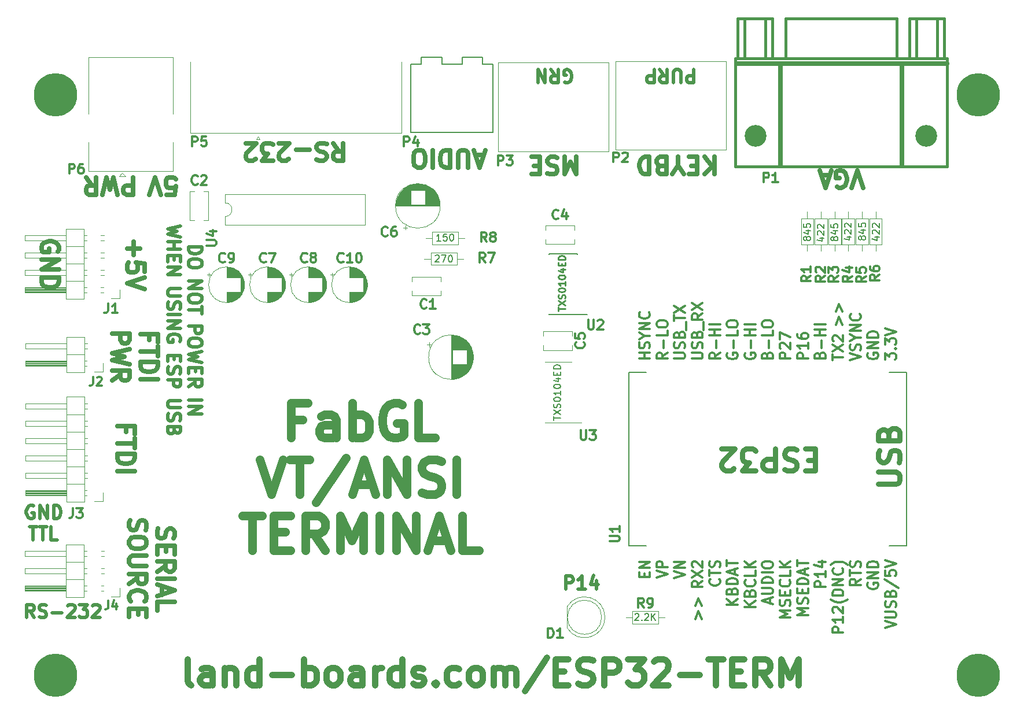
<source format=gbr>
G04 #@! TF.GenerationSoftware,KiCad,Pcbnew,(7.0.0)*
G04 #@! TF.CreationDate,2024-08-17T07:47:08-04:00*
G04 #@! TF.ProjectId,ESP32-TERM,45535033-322d-4544-9552-4d2e6b696361,1*
G04 #@! TF.SameCoordinates,Original*
G04 #@! TF.FileFunction,Legend,Top*
G04 #@! TF.FilePolarity,Positive*
%FSLAX46Y46*%
G04 Gerber Fmt 4.6, Leading zero omitted, Abs format (unit mm)*
G04 Created by KiCad (PCBNEW (7.0.0)) date 2024-08-17 07:47:08*
%MOMM*%
%LPD*%
G01*
G04 APERTURE LIST*
%ADD10C,0.635000*%
%ADD11C,0.476250*%
%ADD12C,0.952500*%
%ADD13C,0.793750*%
%ADD14C,0.300000*%
%ADD15C,1.270000*%
%ADD16C,0.304800*%
%ADD17C,0.150000*%
%ADD18C,0.250000*%
%ADD19C,0.120000*%
%ADD20C,0.381000*%
%ADD21C,0.650000*%
%ADD22C,6.350000*%
%ADD23C,3.200000*%
G04 APERTURE END LIST*
D10*
X175327328Y-39320476D02*
X175327328Y-38473809D01*
X173996852Y-38473809D02*
X176536852Y-38473809D01*
X176536852Y-38473809D02*
X176536852Y-39683333D01*
X176536852Y-40288095D02*
X176536852Y-41739524D01*
X173996852Y-41013810D02*
X176536852Y-41013810D01*
X173996852Y-42586190D02*
X176536852Y-42586190D01*
X176536852Y-42586190D02*
X176536852Y-43190952D01*
X176536852Y-43190952D02*
X176415900Y-43553809D01*
X176415900Y-43553809D02*
X176173995Y-43795714D01*
X176173995Y-43795714D02*
X175932090Y-43916667D01*
X175932090Y-43916667D02*
X175448280Y-44037619D01*
X175448280Y-44037619D02*
X175085423Y-44037619D01*
X175085423Y-44037619D02*
X174601614Y-43916667D01*
X174601614Y-43916667D02*
X174359709Y-43795714D01*
X174359709Y-43795714D02*
X174117804Y-43553809D01*
X174117804Y-43553809D02*
X173996852Y-43190952D01*
X173996852Y-43190952D02*
X173996852Y-42586190D01*
X173996852Y-45126190D02*
X176536852Y-45126190D01*
X261442857Y933147D02*
X261442857Y-1606852D01*
X259991428Y933147D02*
X261079999Y-518280D01*
X259991428Y-1606852D02*
X261442857Y-155423D01*
X258902857Y-397328D02*
X258056190Y-397328D01*
X257693333Y933147D02*
X258902857Y933147D01*
X258902857Y933147D02*
X258902857Y-1606852D01*
X258902857Y-1606852D02*
X257693333Y-1606852D01*
X256120952Y-276376D02*
X256120952Y933147D01*
X256967619Y-1606852D02*
X256120952Y-276376D01*
X256120952Y-276376D02*
X255274285Y-1606852D01*
X253580952Y-397328D02*
X253218095Y-276376D01*
X253218095Y-276376D02*
X253097142Y-155423D01*
X253097142Y-155423D02*
X252976190Y86480D01*
X252976190Y86480D02*
X252976190Y449338D01*
X252976190Y449338D02*
X253097142Y691242D01*
X253097142Y691242D02*
X253218095Y812195D01*
X253218095Y812195D02*
X253460000Y933147D01*
X253460000Y933147D02*
X254427619Y933147D01*
X254427619Y933147D02*
X254427619Y-1606852D01*
X254427619Y-1606852D02*
X253580952Y-1606852D01*
X253580952Y-1606852D02*
X253339047Y-1485900D01*
X253339047Y-1485900D02*
X253218095Y-1364947D01*
X253218095Y-1364947D02*
X253097142Y-1123042D01*
X253097142Y-1123042D02*
X253097142Y-881138D01*
X253097142Y-881138D02*
X253218095Y-639233D01*
X253218095Y-639233D02*
X253339047Y-518280D01*
X253339047Y-518280D02*
X253580952Y-397328D01*
X253580952Y-397328D02*
X254427619Y-397328D01*
X251887619Y933147D02*
X251887619Y-1606852D01*
X251887619Y-1606852D02*
X251282857Y-1606852D01*
X251282857Y-1606852D02*
X250920000Y-1485900D01*
X250920000Y-1485900D02*
X250678095Y-1243995D01*
X250678095Y-1243995D02*
X250557142Y-1002090D01*
X250557142Y-1002090D02*
X250436190Y-518280D01*
X250436190Y-518280D02*
X250436190Y-155423D01*
X250436190Y-155423D02*
X250557142Y328385D01*
X250557142Y328385D02*
X250678095Y570290D01*
X250678095Y570290D02*
X250920000Y812195D01*
X250920000Y812195D02*
X251282857Y933147D01*
X251282857Y933147D02*
X251887619Y933147D01*
X227650475Y1167433D02*
X226440951Y1167433D01*
X227892380Y1893147D02*
X227045713Y-646852D01*
X227045713Y-646852D02*
X226199046Y1893147D01*
X225352380Y-646852D02*
X225352380Y1409338D01*
X225352380Y1409338D02*
X225231427Y1651242D01*
X225231427Y1651242D02*
X225110475Y1772195D01*
X225110475Y1772195D02*
X224868570Y1893147D01*
X224868570Y1893147D02*
X224384761Y1893147D01*
X224384761Y1893147D02*
X224142856Y1772195D01*
X224142856Y1772195D02*
X224021903Y1651242D01*
X224021903Y1651242D02*
X223900951Y1409338D01*
X223900951Y1409338D02*
X223900951Y-646852D01*
X222691428Y1893147D02*
X222691428Y-646852D01*
X222691428Y-646852D02*
X222086666Y-646852D01*
X222086666Y-646852D02*
X221723809Y-525900D01*
X221723809Y-525900D02*
X221481904Y-283995D01*
X221481904Y-283995D02*
X221360951Y-42090D01*
X221360951Y-42090D02*
X221239999Y441719D01*
X221239999Y441719D02*
X221239999Y804576D01*
X221239999Y804576D02*
X221360951Y1288385D01*
X221360951Y1288385D02*
X221481904Y1530290D01*
X221481904Y1530290D02*
X221723809Y1772195D01*
X221723809Y1772195D02*
X222086666Y1893147D01*
X222086666Y1893147D02*
X222691428Y1893147D01*
X220151428Y1893147D02*
X220151428Y-646852D01*
X218458094Y-646852D02*
X217974285Y-646852D01*
X217974285Y-646852D02*
X217732380Y-525900D01*
X217732380Y-525900D02*
X217490475Y-283995D01*
X217490475Y-283995D02*
X217369523Y199814D01*
X217369523Y199814D02*
X217369523Y1046480D01*
X217369523Y1046480D02*
X217490475Y1530290D01*
X217490475Y1530290D02*
X217732380Y1772195D01*
X217732380Y1772195D02*
X217974285Y1893147D01*
X217974285Y1893147D02*
X218458094Y1893147D01*
X218458094Y1893147D02*
X218699999Y1772195D01*
X218699999Y1772195D02*
X218941904Y1530290D01*
X218941904Y1530290D02*
X219062856Y1046480D01*
X219062856Y1046480D02*
X219062856Y199814D01*
X219062856Y199814D02*
X218941904Y-283995D01*
X218941904Y-283995D02*
X218699999Y-525900D01*
X218699999Y-525900D02*
X218458094Y-646852D01*
D11*
X258401785Y13699860D02*
X258401785Y11794860D01*
X258401785Y11794860D02*
X257676071Y11794860D01*
X257676071Y11794860D02*
X257494642Y11885575D01*
X257494642Y11885575D02*
X257403928Y11976289D01*
X257403928Y11976289D02*
X257313214Y12157717D01*
X257313214Y12157717D02*
X257313214Y12429860D01*
X257313214Y12429860D02*
X257403928Y12611289D01*
X257403928Y12611289D02*
X257494642Y12702003D01*
X257494642Y12702003D02*
X257676071Y12792717D01*
X257676071Y12792717D02*
X258401785Y12792717D01*
X256496785Y11794860D02*
X256496785Y13337003D01*
X256496785Y13337003D02*
X256406071Y13518432D01*
X256406071Y13518432D02*
X256315357Y13609146D01*
X256315357Y13609146D02*
X256133928Y13699860D01*
X256133928Y13699860D02*
X255771071Y13699860D01*
X255771071Y13699860D02*
X255589642Y13609146D01*
X255589642Y13609146D02*
X255498928Y13518432D01*
X255498928Y13518432D02*
X255408214Y13337003D01*
X255408214Y13337003D02*
X255408214Y11794860D01*
X253412500Y13699860D02*
X254047500Y12792717D01*
X254501071Y13699860D02*
X254501071Y11794860D01*
X254501071Y11794860D02*
X253775357Y11794860D01*
X253775357Y11794860D02*
X253593928Y11885575D01*
X253593928Y11885575D02*
X253503214Y11976289D01*
X253503214Y11976289D02*
X253412500Y12157717D01*
X253412500Y12157717D02*
X253412500Y12429860D01*
X253412500Y12429860D02*
X253503214Y12611289D01*
X253503214Y12611289D02*
X253593928Y12702003D01*
X253593928Y12702003D02*
X253775357Y12792717D01*
X253775357Y12792717D02*
X254501071Y12792717D01*
X252596071Y13699860D02*
X252596071Y11794860D01*
X252596071Y11794860D02*
X251870357Y11794860D01*
X251870357Y11794860D02*
X251688928Y11885575D01*
X251688928Y11885575D02*
X251598214Y11976289D01*
X251598214Y11976289D02*
X251507500Y12157717D01*
X251507500Y12157717D02*
X251507500Y12429860D01*
X251507500Y12429860D02*
X251598214Y12611289D01*
X251598214Y12611289D02*
X251688928Y12702003D01*
X251688928Y12702003D02*
X251870357Y12792717D01*
X251870357Y12792717D02*
X252596071Y12792717D01*
D10*
X283205238Y-3606852D02*
X282358571Y-1066852D01*
X282358571Y-1066852D02*
X281511904Y-3606852D01*
X279334761Y-3485900D02*
X279576666Y-3606852D01*
X279576666Y-3606852D02*
X279939523Y-3606852D01*
X279939523Y-3606852D02*
X280302380Y-3485900D01*
X280302380Y-3485900D02*
X280544285Y-3243995D01*
X280544285Y-3243995D02*
X280665238Y-3002090D01*
X280665238Y-3002090D02*
X280786190Y-2518280D01*
X280786190Y-2518280D02*
X280786190Y-2155423D01*
X280786190Y-2155423D02*
X280665238Y-1671614D01*
X280665238Y-1671614D02*
X280544285Y-1429709D01*
X280544285Y-1429709D02*
X280302380Y-1187804D01*
X280302380Y-1187804D02*
X279939523Y-1066852D01*
X279939523Y-1066852D02*
X279697619Y-1066852D01*
X279697619Y-1066852D02*
X279334761Y-1187804D01*
X279334761Y-1187804D02*
X279213809Y-1308757D01*
X279213809Y-1308757D02*
X279213809Y-2155423D01*
X279213809Y-2155423D02*
X279697619Y-2155423D01*
X278246190Y-1792566D02*
X277036666Y-1792566D01*
X278488095Y-1066852D02*
X277641428Y-3606852D01*
X277641428Y-3606852D02*
X276794761Y-1066852D01*
D12*
X184822142Y-76399721D02*
X184459285Y-76218292D01*
X184459285Y-76218292D02*
X184277856Y-75855435D01*
X184277856Y-75855435D02*
X184277856Y-72589721D01*
X187906428Y-76399721D02*
X187906428Y-74404007D01*
X187906428Y-74404007D02*
X187724999Y-74041150D01*
X187724999Y-74041150D02*
X187362142Y-73859721D01*
X187362142Y-73859721D02*
X186636428Y-73859721D01*
X186636428Y-73859721D02*
X186273570Y-74041150D01*
X187906428Y-76218292D02*
X187543570Y-76399721D01*
X187543570Y-76399721D02*
X186636428Y-76399721D01*
X186636428Y-76399721D02*
X186273570Y-76218292D01*
X186273570Y-76218292D02*
X186092142Y-75855435D01*
X186092142Y-75855435D02*
X186092142Y-75492578D01*
X186092142Y-75492578D02*
X186273570Y-75129721D01*
X186273570Y-75129721D02*
X186636428Y-74948292D01*
X186636428Y-74948292D02*
X187543570Y-74948292D01*
X187543570Y-74948292D02*
X187906428Y-74766864D01*
X189720713Y-73859721D02*
X189720713Y-76399721D01*
X189720713Y-74222578D02*
X189902142Y-74041150D01*
X189902142Y-74041150D02*
X190264999Y-73859721D01*
X190264999Y-73859721D02*
X190809285Y-73859721D01*
X190809285Y-73859721D02*
X191172142Y-74041150D01*
X191172142Y-74041150D02*
X191353571Y-74404007D01*
X191353571Y-74404007D02*
X191353571Y-76399721D01*
X194800714Y-76399721D02*
X194800714Y-72589721D01*
X194800714Y-76218292D02*
X194437856Y-76399721D01*
X194437856Y-76399721D02*
X193712142Y-76399721D01*
X193712142Y-76399721D02*
X193349285Y-76218292D01*
X193349285Y-76218292D02*
X193167856Y-76036864D01*
X193167856Y-76036864D02*
X192986428Y-75674007D01*
X192986428Y-75674007D02*
X192986428Y-74585435D01*
X192986428Y-74585435D02*
X193167856Y-74222578D01*
X193167856Y-74222578D02*
X193349285Y-74041150D01*
X193349285Y-74041150D02*
X193712142Y-73859721D01*
X193712142Y-73859721D02*
X194437856Y-73859721D01*
X194437856Y-73859721D02*
X194800714Y-74041150D01*
X196614999Y-74948292D02*
X199517857Y-74948292D01*
X201332142Y-76399721D02*
X201332142Y-72589721D01*
X201332142Y-74041150D02*
X201695000Y-73859721D01*
X201695000Y-73859721D02*
X202420714Y-73859721D01*
X202420714Y-73859721D02*
X202783571Y-74041150D01*
X202783571Y-74041150D02*
X202965000Y-74222578D01*
X202965000Y-74222578D02*
X203146428Y-74585435D01*
X203146428Y-74585435D02*
X203146428Y-75674007D01*
X203146428Y-75674007D02*
X202965000Y-76036864D01*
X202965000Y-76036864D02*
X202783571Y-76218292D01*
X202783571Y-76218292D02*
X202420714Y-76399721D01*
X202420714Y-76399721D02*
X201695000Y-76399721D01*
X201695000Y-76399721D02*
X201332142Y-76218292D01*
X205323571Y-76399721D02*
X204960714Y-76218292D01*
X204960714Y-76218292D02*
X204779285Y-76036864D01*
X204779285Y-76036864D02*
X204597857Y-75674007D01*
X204597857Y-75674007D02*
X204597857Y-74585435D01*
X204597857Y-74585435D02*
X204779285Y-74222578D01*
X204779285Y-74222578D02*
X204960714Y-74041150D01*
X204960714Y-74041150D02*
X205323571Y-73859721D01*
X205323571Y-73859721D02*
X205867857Y-73859721D01*
X205867857Y-73859721D02*
X206230714Y-74041150D01*
X206230714Y-74041150D02*
X206412143Y-74222578D01*
X206412143Y-74222578D02*
X206593571Y-74585435D01*
X206593571Y-74585435D02*
X206593571Y-75674007D01*
X206593571Y-75674007D02*
X206412143Y-76036864D01*
X206412143Y-76036864D02*
X206230714Y-76218292D01*
X206230714Y-76218292D02*
X205867857Y-76399721D01*
X205867857Y-76399721D02*
X205323571Y-76399721D01*
X209859286Y-76399721D02*
X209859286Y-74404007D01*
X209859286Y-74404007D02*
X209677857Y-74041150D01*
X209677857Y-74041150D02*
X209315000Y-73859721D01*
X209315000Y-73859721D02*
X208589286Y-73859721D01*
X208589286Y-73859721D02*
X208226428Y-74041150D01*
X209859286Y-76218292D02*
X209496428Y-76399721D01*
X209496428Y-76399721D02*
X208589286Y-76399721D01*
X208589286Y-76399721D02*
X208226428Y-76218292D01*
X208226428Y-76218292D02*
X208045000Y-75855435D01*
X208045000Y-75855435D02*
X208045000Y-75492578D01*
X208045000Y-75492578D02*
X208226428Y-75129721D01*
X208226428Y-75129721D02*
X208589286Y-74948292D01*
X208589286Y-74948292D02*
X209496428Y-74948292D01*
X209496428Y-74948292D02*
X209859286Y-74766864D01*
X211673571Y-76399721D02*
X211673571Y-73859721D01*
X211673571Y-74585435D02*
X211855000Y-74222578D01*
X211855000Y-74222578D02*
X212036429Y-74041150D01*
X212036429Y-74041150D02*
X212399286Y-73859721D01*
X212399286Y-73859721D02*
X212762143Y-73859721D01*
X215665000Y-76399721D02*
X215665000Y-72589721D01*
X215665000Y-76218292D02*
X215302142Y-76399721D01*
X215302142Y-76399721D02*
X214576428Y-76399721D01*
X214576428Y-76399721D02*
X214213571Y-76218292D01*
X214213571Y-76218292D02*
X214032142Y-76036864D01*
X214032142Y-76036864D02*
X213850714Y-75674007D01*
X213850714Y-75674007D02*
X213850714Y-74585435D01*
X213850714Y-74585435D02*
X214032142Y-74222578D01*
X214032142Y-74222578D02*
X214213571Y-74041150D01*
X214213571Y-74041150D02*
X214576428Y-73859721D01*
X214576428Y-73859721D02*
X215302142Y-73859721D01*
X215302142Y-73859721D02*
X215665000Y-74041150D01*
X217297857Y-76218292D02*
X217660714Y-76399721D01*
X217660714Y-76399721D02*
X218386428Y-76399721D01*
X218386428Y-76399721D02*
X218749285Y-76218292D01*
X218749285Y-76218292D02*
X218930714Y-75855435D01*
X218930714Y-75855435D02*
X218930714Y-75674007D01*
X218930714Y-75674007D02*
X218749285Y-75311150D01*
X218749285Y-75311150D02*
X218386428Y-75129721D01*
X218386428Y-75129721D02*
X217842143Y-75129721D01*
X217842143Y-75129721D02*
X217479285Y-74948292D01*
X217479285Y-74948292D02*
X217297857Y-74585435D01*
X217297857Y-74585435D02*
X217297857Y-74404007D01*
X217297857Y-74404007D02*
X217479285Y-74041150D01*
X217479285Y-74041150D02*
X217842143Y-73859721D01*
X217842143Y-73859721D02*
X218386428Y-73859721D01*
X218386428Y-73859721D02*
X218749285Y-74041150D01*
X220563571Y-76036864D02*
X220745000Y-76218292D01*
X220745000Y-76218292D02*
X220563571Y-76399721D01*
X220563571Y-76399721D02*
X220382143Y-76218292D01*
X220382143Y-76218292D02*
X220563571Y-76036864D01*
X220563571Y-76036864D02*
X220563571Y-76399721D01*
X224010715Y-76218292D02*
X223647857Y-76399721D01*
X223647857Y-76399721D02*
X222922143Y-76399721D01*
X222922143Y-76399721D02*
X222559286Y-76218292D01*
X222559286Y-76218292D02*
X222377857Y-76036864D01*
X222377857Y-76036864D02*
X222196429Y-75674007D01*
X222196429Y-75674007D02*
X222196429Y-74585435D01*
X222196429Y-74585435D02*
X222377857Y-74222578D01*
X222377857Y-74222578D02*
X222559286Y-74041150D01*
X222559286Y-74041150D02*
X222922143Y-73859721D01*
X222922143Y-73859721D02*
X223647857Y-73859721D01*
X223647857Y-73859721D02*
X224010715Y-74041150D01*
X226187857Y-76399721D02*
X225825000Y-76218292D01*
X225825000Y-76218292D02*
X225643571Y-76036864D01*
X225643571Y-76036864D02*
X225462143Y-75674007D01*
X225462143Y-75674007D02*
X225462143Y-74585435D01*
X225462143Y-74585435D02*
X225643571Y-74222578D01*
X225643571Y-74222578D02*
X225825000Y-74041150D01*
X225825000Y-74041150D02*
X226187857Y-73859721D01*
X226187857Y-73859721D02*
X226732143Y-73859721D01*
X226732143Y-73859721D02*
X227095000Y-74041150D01*
X227095000Y-74041150D02*
X227276429Y-74222578D01*
X227276429Y-74222578D02*
X227457857Y-74585435D01*
X227457857Y-74585435D02*
X227457857Y-75674007D01*
X227457857Y-75674007D02*
X227276429Y-76036864D01*
X227276429Y-76036864D02*
X227095000Y-76218292D01*
X227095000Y-76218292D02*
X226732143Y-76399721D01*
X226732143Y-76399721D02*
X226187857Y-76399721D01*
X229090714Y-76399721D02*
X229090714Y-73859721D01*
X229090714Y-74222578D02*
X229272143Y-74041150D01*
X229272143Y-74041150D02*
X229635000Y-73859721D01*
X229635000Y-73859721D02*
X230179286Y-73859721D01*
X230179286Y-73859721D02*
X230542143Y-74041150D01*
X230542143Y-74041150D02*
X230723572Y-74404007D01*
X230723572Y-74404007D02*
X230723572Y-76399721D01*
X230723572Y-74404007D02*
X230905000Y-74041150D01*
X230905000Y-74041150D02*
X231267857Y-73859721D01*
X231267857Y-73859721D02*
X231812143Y-73859721D01*
X231812143Y-73859721D02*
X232175000Y-74041150D01*
X232175000Y-74041150D02*
X232356429Y-74404007D01*
X232356429Y-74404007D02*
X232356429Y-76399721D01*
X236892143Y-72408292D02*
X233626429Y-77306864D01*
X238162143Y-74404007D02*
X239432143Y-74404007D01*
X239976429Y-76399721D02*
X238162143Y-76399721D01*
X238162143Y-76399721D02*
X238162143Y-72589721D01*
X238162143Y-72589721D02*
X239976429Y-72589721D01*
X241427858Y-76218292D02*
X241972144Y-76399721D01*
X241972144Y-76399721D02*
X242879286Y-76399721D01*
X242879286Y-76399721D02*
X243242144Y-76218292D01*
X243242144Y-76218292D02*
X243423572Y-76036864D01*
X243423572Y-76036864D02*
X243605001Y-75674007D01*
X243605001Y-75674007D02*
X243605001Y-75311150D01*
X243605001Y-75311150D02*
X243423572Y-74948292D01*
X243423572Y-74948292D02*
X243242144Y-74766864D01*
X243242144Y-74766864D02*
X242879286Y-74585435D01*
X242879286Y-74585435D02*
X242153572Y-74404007D01*
X242153572Y-74404007D02*
X241790715Y-74222578D01*
X241790715Y-74222578D02*
X241609286Y-74041150D01*
X241609286Y-74041150D02*
X241427858Y-73678292D01*
X241427858Y-73678292D02*
X241427858Y-73315435D01*
X241427858Y-73315435D02*
X241609286Y-72952578D01*
X241609286Y-72952578D02*
X241790715Y-72771150D01*
X241790715Y-72771150D02*
X242153572Y-72589721D01*
X242153572Y-72589721D02*
X243060715Y-72589721D01*
X243060715Y-72589721D02*
X243605001Y-72771150D01*
X245237857Y-76399721D02*
X245237857Y-72589721D01*
X245237857Y-72589721D02*
X246689286Y-72589721D01*
X246689286Y-72589721D02*
X247052143Y-72771150D01*
X247052143Y-72771150D02*
X247233572Y-72952578D01*
X247233572Y-72952578D02*
X247415000Y-73315435D01*
X247415000Y-73315435D02*
X247415000Y-73859721D01*
X247415000Y-73859721D02*
X247233572Y-74222578D01*
X247233572Y-74222578D02*
X247052143Y-74404007D01*
X247052143Y-74404007D02*
X246689286Y-74585435D01*
X246689286Y-74585435D02*
X245237857Y-74585435D01*
X248685000Y-72589721D02*
X251043572Y-72589721D01*
X251043572Y-72589721D02*
X249773572Y-74041150D01*
X249773572Y-74041150D02*
X250317857Y-74041150D01*
X250317857Y-74041150D02*
X250680715Y-74222578D01*
X250680715Y-74222578D02*
X250862143Y-74404007D01*
X250862143Y-74404007D02*
X251043572Y-74766864D01*
X251043572Y-74766864D02*
X251043572Y-75674007D01*
X251043572Y-75674007D02*
X250862143Y-76036864D01*
X250862143Y-76036864D02*
X250680715Y-76218292D01*
X250680715Y-76218292D02*
X250317857Y-76399721D01*
X250317857Y-76399721D02*
X249229286Y-76399721D01*
X249229286Y-76399721D02*
X248866429Y-76218292D01*
X248866429Y-76218292D02*
X248685000Y-76036864D01*
X252495000Y-72952578D02*
X252676428Y-72771150D01*
X252676428Y-72771150D02*
X253039286Y-72589721D01*
X253039286Y-72589721D02*
X253946428Y-72589721D01*
X253946428Y-72589721D02*
X254309286Y-72771150D01*
X254309286Y-72771150D02*
X254490714Y-72952578D01*
X254490714Y-72952578D02*
X254672143Y-73315435D01*
X254672143Y-73315435D02*
X254672143Y-73678292D01*
X254672143Y-73678292D02*
X254490714Y-74222578D01*
X254490714Y-74222578D02*
X252313571Y-76399721D01*
X252313571Y-76399721D02*
X254672143Y-76399721D01*
X256304999Y-74948292D02*
X259207857Y-74948292D01*
X260477857Y-72589721D02*
X262655000Y-72589721D01*
X261566428Y-76399721D02*
X261566428Y-72589721D01*
X263924999Y-74404007D02*
X265194999Y-74404007D01*
X265739285Y-76399721D02*
X263924999Y-76399721D01*
X263924999Y-76399721D02*
X263924999Y-72589721D01*
X263924999Y-72589721D02*
X265739285Y-72589721D01*
X269549285Y-76399721D02*
X268279285Y-74585435D01*
X267372142Y-76399721D02*
X267372142Y-72589721D01*
X267372142Y-72589721D02*
X268823571Y-72589721D01*
X268823571Y-72589721D02*
X269186428Y-72771150D01*
X269186428Y-72771150D02*
X269367857Y-72952578D01*
X269367857Y-72952578D02*
X269549285Y-73315435D01*
X269549285Y-73315435D02*
X269549285Y-73859721D01*
X269549285Y-73859721D02*
X269367857Y-74222578D01*
X269367857Y-74222578D02*
X269186428Y-74404007D01*
X269186428Y-74404007D02*
X268823571Y-74585435D01*
X268823571Y-74585435D02*
X267372142Y-74585435D01*
X271182142Y-76399721D02*
X271182142Y-72589721D01*
X271182142Y-72589721D02*
X272452142Y-75311150D01*
X272452142Y-75311150D02*
X273722142Y-72589721D01*
X273722142Y-72589721D02*
X273722142Y-76399721D01*
D10*
X241205238Y933147D02*
X241205238Y-1606852D01*
X241205238Y-1606852D02*
X240358571Y207433D01*
X240358571Y207433D02*
X239511904Y-1606852D01*
X239511904Y-1606852D02*
X239511904Y933147D01*
X238423333Y812195D02*
X238060476Y933147D01*
X238060476Y933147D02*
X237455714Y933147D01*
X237455714Y933147D02*
X237213809Y812195D01*
X237213809Y812195D02*
X237092857Y691242D01*
X237092857Y691242D02*
X236971904Y449338D01*
X236971904Y449338D02*
X236971904Y207433D01*
X236971904Y207433D02*
X237092857Y-34471D01*
X237092857Y-34471D02*
X237213809Y-155423D01*
X237213809Y-155423D02*
X237455714Y-276376D01*
X237455714Y-276376D02*
X237939523Y-397328D01*
X237939523Y-397328D02*
X238181428Y-518280D01*
X238181428Y-518280D02*
X238302381Y-639233D01*
X238302381Y-639233D02*
X238423333Y-881138D01*
X238423333Y-881138D02*
X238423333Y-1123042D01*
X238423333Y-1123042D02*
X238302381Y-1364947D01*
X238302381Y-1364947D02*
X238181428Y-1485900D01*
X238181428Y-1485900D02*
X237939523Y-1606852D01*
X237939523Y-1606852D02*
X237334762Y-1606852D01*
X237334762Y-1606852D02*
X236971904Y-1485900D01*
X235883333Y-397328D02*
X235036666Y-397328D01*
X234673809Y933147D02*
X235883333Y933147D01*
X235883333Y933147D02*
X235883333Y-1606852D01*
X235883333Y-1606852D02*
X234673809Y-1606852D01*
X178714728Y-25860476D02*
X178714728Y-25013809D01*
X177384252Y-25013809D02*
X179924252Y-25013809D01*
X179924252Y-25013809D02*
X179924252Y-26223333D01*
X179924252Y-26828095D02*
X179924252Y-28279524D01*
X177384252Y-27553810D02*
X179924252Y-27553810D01*
X177384252Y-29126190D02*
X179924252Y-29126190D01*
X179924252Y-29126190D02*
X179924252Y-29730952D01*
X179924252Y-29730952D02*
X179803300Y-30093809D01*
X179803300Y-30093809D02*
X179561395Y-30335714D01*
X179561395Y-30335714D02*
X179319490Y-30456667D01*
X179319490Y-30456667D02*
X178835680Y-30577619D01*
X178835680Y-30577619D02*
X178472823Y-30577619D01*
X178472823Y-30577619D02*
X177989014Y-30456667D01*
X177989014Y-30456667D02*
X177747109Y-30335714D01*
X177747109Y-30335714D02*
X177505204Y-30093809D01*
X177505204Y-30093809D02*
X177384252Y-29730952D01*
X177384252Y-29730952D02*
X177384252Y-29126190D01*
X177384252Y-31666190D02*
X179924252Y-31666190D01*
X173269452Y-24953333D02*
X175809452Y-24953333D01*
X175809452Y-24953333D02*
X175809452Y-25920952D01*
X175809452Y-25920952D02*
X175688500Y-26162857D01*
X175688500Y-26162857D02*
X175567547Y-26283810D01*
X175567547Y-26283810D02*
X175325642Y-26404762D01*
X175325642Y-26404762D02*
X174962785Y-26404762D01*
X174962785Y-26404762D02*
X174720880Y-26283810D01*
X174720880Y-26283810D02*
X174599928Y-26162857D01*
X174599928Y-26162857D02*
X174478976Y-25920952D01*
X174478976Y-25920952D02*
X174478976Y-24953333D01*
X175809452Y-27251429D02*
X173269452Y-27856191D01*
X173269452Y-27856191D02*
X175083738Y-28340000D01*
X175083738Y-28340000D02*
X173269452Y-28823810D01*
X173269452Y-28823810D02*
X175809452Y-29428572D01*
X173269452Y-31847619D02*
X174478976Y-31000952D01*
X173269452Y-30396190D02*
X175809452Y-30396190D01*
X175809452Y-30396190D02*
X175809452Y-31363809D01*
X175809452Y-31363809D02*
X175688500Y-31605714D01*
X175688500Y-31605714D02*
X175567547Y-31726667D01*
X175567547Y-31726667D02*
X175325642Y-31847619D01*
X175325642Y-31847619D02*
X174962785Y-31847619D01*
X174962785Y-31847619D02*
X174720880Y-31726667D01*
X174720880Y-31726667D02*
X174599928Y-31605714D01*
X174599928Y-31605714D02*
X174478976Y-31363809D01*
X174478976Y-31363809D02*
X174478976Y-30396190D01*
D11*
X161846985Y-66536660D02*
X161211985Y-65629517D01*
X160758414Y-66536660D02*
X160758414Y-64631660D01*
X160758414Y-64631660D02*
X161484128Y-64631660D01*
X161484128Y-64631660D02*
X161665557Y-64722375D01*
X161665557Y-64722375D02*
X161756271Y-64813089D01*
X161756271Y-64813089D02*
X161846985Y-64994517D01*
X161846985Y-64994517D02*
X161846985Y-65266660D01*
X161846985Y-65266660D02*
X161756271Y-65448089D01*
X161756271Y-65448089D02*
X161665557Y-65538803D01*
X161665557Y-65538803D02*
X161484128Y-65629517D01*
X161484128Y-65629517D02*
X160758414Y-65629517D01*
X162572700Y-66445946D02*
X162844843Y-66536660D01*
X162844843Y-66536660D02*
X163298414Y-66536660D01*
X163298414Y-66536660D02*
X163479843Y-66445946D01*
X163479843Y-66445946D02*
X163570557Y-66355232D01*
X163570557Y-66355232D02*
X163661271Y-66173803D01*
X163661271Y-66173803D02*
X163661271Y-65992375D01*
X163661271Y-65992375D02*
X163570557Y-65810946D01*
X163570557Y-65810946D02*
X163479843Y-65720232D01*
X163479843Y-65720232D02*
X163298414Y-65629517D01*
X163298414Y-65629517D02*
X162935557Y-65538803D01*
X162935557Y-65538803D02*
X162754128Y-65448089D01*
X162754128Y-65448089D02*
X162663414Y-65357375D01*
X162663414Y-65357375D02*
X162572700Y-65175946D01*
X162572700Y-65175946D02*
X162572700Y-64994517D01*
X162572700Y-64994517D02*
X162663414Y-64813089D01*
X162663414Y-64813089D02*
X162754128Y-64722375D01*
X162754128Y-64722375D02*
X162935557Y-64631660D01*
X162935557Y-64631660D02*
X163389128Y-64631660D01*
X163389128Y-64631660D02*
X163661271Y-64722375D01*
X164477700Y-65810946D02*
X165929129Y-65810946D01*
X166745557Y-64813089D02*
X166836271Y-64722375D01*
X166836271Y-64722375D02*
X167017700Y-64631660D01*
X167017700Y-64631660D02*
X167471271Y-64631660D01*
X167471271Y-64631660D02*
X167652700Y-64722375D01*
X167652700Y-64722375D02*
X167743414Y-64813089D01*
X167743414Y-64813089D02*
X167834128Y-64994517D01*
X167834128Y-64994517D02*
X167834128Y-65175946D01*
X167834128Y-65175946D02*
X167743414Y-65448089D01*
X167743414Y-65448089D02*
X166654842Y-66536660D01*
X166654842Y-66536660D02*
X167834128Y-66536660D01*
X168469128Y-64631660D02*
X169648414Y-64631660D01*
X169648414Y-64631660D02*
X169013414Y-65357375D01*
X169013414Y-65357375D02*
X169285557Y-65357375D01*
X169285557Y-65357375D02*
X169466986Y-65448089D01*
X169466986Y-65448089D02*
X169557700Y-65538803D01*
X169557700Y-65538803D02*
X169648414Y-65720232D01*
X169648414Y-65720232D02*
X169648414Y-66173803D01*
X169648414Y-66173803D02*
X169557700Y-66355232D01*
X169557700Y-66355232D02*
X169466986Y-66445946D01*
X169466986Y-66445946D02*
X169285557Y-66536660D01*
X169285557Y-66536660D02*
X168741271Y-66536660D01*
X168741271Y-66536660D02*
X168559843Y-66445946D01*
X168559843Y-66445946D02*
X168469128Y-66355232D01*
X170374129Y-64813089D02*
X170464843Y-64722375D01*
X170464843Y-64722375D02*
X170646272Y-64631660D01*
X170646272Y-64631660D02*
X171099843Y-64631660D01*
X171099843Y-64631660D02*
X171281272Y-64722375D01*
X171281272Y-64722375D02*
X171371986Y-64813089D01*
X171371986Y-64813089D02*
X171462700Y-64994517D01*
X171462700Y-64994517D02*
X171462700Y-65175946D01*
X171462700Y-65175946D02*
X171371986Y-65448089D01*
X171371986Y-65448089D02*
X170283414Y-66536660D01*
X170283414Y-66536660D02*
X171462700Y-66536660D01*
D10*
X176414471Y-11524285D02*
X176414471Y-13459524D01*
X175446852Y-12491904D02*
X177382090Y-12491904D01*
X177986852Y-15878571D02*
X177986852Y-14669047D01*
X177986852Y-14669047D02*
X176777328Y-14548095D01*
X176777328Y-14548095D02*
X176898280Y-14669047D01*
X176898280Y-14669047D02*
X177019233Y-14910952D01*
X177019233Y-14910952D02*
X177019233Y-15515714D01*
X177019233Y-15515714D02*
X176898280Y-15757619D01*
X176898280Y-15757619D02*
X176777328Y-15878571D01*
X176777328Y-15878571D02*
X176535423Y-15999524D01*
X176535423Y-15999524D02*
X175930661Y-15999524D01*
X175930661Y-15999524D02*
X175688757Y-15878571D01*
X175688757Y-15878571D02*
X175567804Y-15757619D01*
X175567804Y-15757619D02*
X175446852Y-15515714D01*
X175446852Y-15515714D02*
X175446852Y-14910952D01*
X175446852Y-14910952D02*
X175567804Y-14669047D01*
X175567804Y-14669047D02*
X175688757Y-14548095D01*
X177986852Y-16725238D02*
X175446852Y-17571905D01*
X175446852Y-17571905D02*
X177986852Y-18418572D01*
X165335900Y-12894762D02*
X165456852Y-12652857D01*
X165456852Y-12652857D02*
X165456852Y-12290000D01*
X165456852Y-12290000D02*
X165335900Y-11927143D01*
X165335900Y-11927143D02*
X165093995Y-11685238D01*
X165093995Y-11685238D02*
X164852090Y-11564285D01*
X164852090Y-11564285D02*
X164368280Y-11443333D01*
X164368280Y-11443333D02*
X164005423Y-11443333D01*
X164005423Y-11443333D02*
X163521614Y-11564285D01*
X163521614Y-11564285D02*
X163279709Y-11685238D01*
X163279709Y-11685238D02*
X163037804Y-11927143D01*
X163037804Y-11927143D02*
X162916852Y-12290000D01*
X162916852Y-12290000D02*
X162916852Y-12531904D01*
X162916852Y-12531904D02*
X163037804Y-12894762D01*
X163037804Y-12894762D02*
X163158757Y-13015714D01*
X163158757Y-13015714D02*
X164005423Y-13015714D01*
X164005423Y-13015714D02*
X164005423Y-12531904D01*
X162916852Y-14104285D02*
X165456852Y-14104285D01*
X165456852Y-14104285D02*
X162916852Y-15555714D01*
X162916852Y-15555714D02*
X165456852Y-15555714D01*
X162916852Y-16765237D02*
X165456852Y-16765237D01*
X165456852Y-16765237D02*
X165456852Y-17369999D01*
X165456852Y-17369999D02*
X165335900Y-17732856D01*
X165335900Y-17732856D02*
X165093995Y-17974761D01*
X165093995Y-17974761D02*
X164852090Y-18095714D01*
X164852090Y-18095714D02*
X164368280Y-18216666D01*
X164368280Y-18216666D02*
X164005423Y-18216666D01*
X164005423Y-18216666D02*
X163521614Y-18095714D01*
X163521614Y-18095714D02*
X163279709Y-17974761D01*
X163279709Y-17974761D02*
X163037804Y-17732856D01*
X163037804Y-17732856D02*
X162916852Y-17369999D01*
X162916852Y-17369999D02*
X162916852Y-16765237D01*
D13*
X276183571Y-43496660D02*
X275125238Y-43496660D01*
X274671666Y-41833565D02*
X276183571Y-41833565D01*
X276183571Y-41833565D02*
X276183571Y-45008565D01*
X276183571Y-45008565D02*
X274671666Y-45008565D01*
X273462143Y-41984755D02*
X273008571Y-41833565D01*
X273008571Y-41833565D02*
X272252619Y-41833565D01*
X272252619Y-41833565D02*
X271950238Y-41984755D01*
X271950238Y-41984755D02*
X271799047Y-42135946D01*
X271799047Y-42135946D02*
X271647857Y-42438327D01*
X271647857Y-42438327D02*
X271647857Y-42740708D01*
X271647857Y-42740708D02*
X271799047Y-43043089D01*
X271799047Y-43043089D02*
X271950238Y-43194279D01*
X271950238Y-43194279D02*
X272252619Y-43345470D01*
X272252619Y-43345470D02*
X272857381Y-43496660D01*
X272857381Y-43496660D02*
X273159762Y-43647851D01*
X273159762Y-43647851D02*
X273310952Y-43799041D01*
X273310952Y-43799041D02*
X273462143Y-44101422D01*
X273462143Y-44101422D02*
X273462143Y-44403803D01*
X273462143Y-44403803D02*
X273310952Y-44706184D01*
X273310952Y-44706184D02*
X273159762Y-44857375D01*
X273159762Y-44857375D02*
X272857381Y-45008565D01*
X272857381Y-45008565D02*
X272101428Y-45008565D01*
X272101428Y-45008565D02*
X271647857Y-44857375D01*
X270287142Y-41833565D02*
X270287142Y-45008565D01*
X270287142Y-45008565D02*
X269077618Y-45008565D01*
X269077618Y-45008565D02*
X268775237Y-44857375D01*
X268775237Y-44857375D02*
X268624047Y-44706184D01*
X268624047Y-44706184D02*
X268472856Y-44403803D01*
X268472856Y-44403803D02*
X268472856Y-43950232D01*
X268472856Y-43950232D02*
X268624047Y-43647851D01*
X268624047Y-43647851D02*
X268775237Y-43496660D01*
X268775237Y-43496660D02*
X269077618Y-43345470D01*
X269077618Y-43345470D02*
X270287142Y-43345470D01*
X267414523Y-45008565D02*
X265449047Y-45008565D01*
X265449047Y-45008565D02*
X266507380Y-43799041D01*
X266507380Y-43799041D02*
X266053809Y-43799041D01*
X266053809Y-43799041D02*
X265751428Y-43647851D01*
X265751428Y-43647851D02*
X265600237Y-43496660D01*
X265600237Y-43496660D02*
X265449047Y-43194279D01*
X265449047Y-43194279D02*
X265449047Y-42438327D01*
X265449047Y-42438327D02*
X265600237Y-42135946D01*
X265600237Y-42135946D02*
X265751428Y-41984755D01*
X265751428Y-41984755D02*
X266053809Y-41833565D01*
X266053809Y-41833565D02*
X266960952Y-41833565D01*
X266960952Y-41833565D02*
X267263333Y-41984755D01*
X267263333Y-41984755D02*
X267414523Y-42135946D01*
X264239523Y-44706184D02*
X264088332Y-44857375D01*
X264088332Y-44857375D02*
X263785951Y-45008565D01*
X263785951Y-45008565D02*
X263029999Y-45008565D01*
X263029999Y-45008565D02*
X262727618Y-44857375D01*
X262727618Y-44857375D02*
X262576427Y-44706184D01*
X262576427Y-44706184D02*
X262425237Y-44403803D01*
X262425237Y-44403803D02*
X262425237Y-44101422D01*
X262425237Y-44101422D02*
X262576427Y-43647851D01*
X262576427Y-43647851D02*
X264390713Y-41833565D01*
X264390713Y-41833565D02*
X262425237Y-41833565D01*
D10*
X179975204Y-53513809D02*
X179854252Y-53876666D01*
X179854252Y-53876666D02*
X179854252Y-54481428D01*
X179854252Y-54481428D02*
X179975204Y-54723333D01*
X179975204Y-54723333D02*
X180096157Y-54844285D01*
X180096157Y-54844285D02*
X180338061Y-54965238D01*
X180338061Y-54965238D02*
X180579966Y-54965238D01*
X180579966Y-54965238D02*
X180821871Y-54844285D01*
X180821871Y-54844285D02*
X180942823Y-54723333D01*
X180942823Y-54723333D02*
X181063776Y-54481428D01*
X181063776Y-54481428D02*
X181184728Y-53997619D01*
X181184728Y-53997619D02*
X181305680Y-53755714D01*
X181305680Y-53755714D02*
X181426633Y-53634761D01*
X181426633Y-53634761D02*
X181668538Y-53513809D01*
X181668538Y-53513809D02*
X181910442Y-53513809D01*
X181910442Y-53513809D02*
X182152347Y-53634761D01*
X182152347Y-53634761D02*
X182273300Y-53755714D01*
X182273300Y-53755714D02*
X182394252Y-53997619D01*
X182394252Y-53997619D02*
X182394252Y-54602380D01*
X182394252Y-54602380D02*
X182273300Y-54965238D01*
X181184728Y-56053809D02*
X181184728Y-56900476D01*
X179854252Y-57263333D02*
X179854252Y-56053809D01*
X179854252Y-56053809D02*
X182394252Y-56053809D01*
X182394252Y-56053809D02*
X182394252Y-57263333D01*
X179854252Y-59803333D02*
X181063776Y-58956666D01*
X179854252Y-58351904D02*
X182394252Y-58351904D01*
X182394252Y-58351904D02*
X182394252Y-59319523D01*
X182394252Y-59319523D02*
X182273300Y-59561428D01*
X182273300Y-59561428D02*
X182152347Y-59682381D01*
X182152347Y-59682381D02*
X181910442Y-59803333D01*
X181910442Y-59803333D02*
X181547585Y-59803333D01*
X181547585Y-59803333D02*
X181305680Y-59682381D01*
X181305680Y-59682381D02*
X181184728Y-59561428D01*
X181184728Y-59561428D02*
X181063776Y-59319523D01*
X181063776Y-59319523D02*
X181063776Y-58351904D01*
X179854252Y-60891904D02*
X182394252Y-60891904D01*
X180579966Y-61980476D02*
X180579966Y-63190000D01*
X179854252Y-61738571D02*
X182394252Y-62585238D01*
X182394252Y-62585238D02*
X179854252Y-63431905D01*
X179854252Y-65488095D02*
X179854252Y-64278571D01*
X179854252Y-64278571D02*
X182394252Y-64278571D01*
X175860404Y-52304286D02*
X175739452Y-52667143D01*
X175739452Y-52667143D02*
X175739452Y-53271905D01*
X175739452Y-53271905D02*
X175860404Y-53513810D01*
X175860404Y-53513810D02*
X175981357Y-53634762D01*
X175981357Y-53634762D02*
X176223261Y-53755715D01*
X176223261Y-53755715D02*
X176465166Y-53755715D01*
X176465166Y-53755715D02*
X176707071Y-53634762D01*
X176707071Y-53634762D02*
X176828023Y-53513810D01*
X176828023Y-53513810D02*
X176948976Y-53271905D01*
X176948976Y-53271905D02*
X177069928Y-52788096D01*
X177069928Y-52788096D02*
X177190880Y-52546191D01*
X177190880Y-52546191D02*
X177311833Y-52425238D01*
X177311833Y-52425238D02*
X177553738Y-52304286D01*
X177553738Y-52304286D02*
X177795642Y-52304286D01*
X177795642Y-52304286D02*
X178037547Y-52425238D01*
X178037547Y-52425238D02*
X178158500Y-52546191D01*
X178158500Y-52546191D02*
X178279452Y-52788096D01*
X178279452Y-52788096D02*
X178279452Y-53392857D01*
X178279452Y-53392857D02*
X178158500Y-53755715D01*
X178279452Y-55328096D02*
X178279452Y-55811905D01*
X178279452Y-55811905D02*
X178158500Y-56053810D01*
X178158500Y-56053810D02*
X177916595Y-56295715D01*
X177916595Y-56295715D02*
X177432785Y-56416667D01*
X177432785Y-56416667D02*
X176586119Y-56416667D01*
X176586119Y-56416667D02*
X176102309Y-56295715D01*
X176102309Y-56295715D02*
X175860404Y-56053810D01*
X175860404Y-56053810D02*
X175739452Y-55811905D01*
X175739452Y-55811905D02*
X175739452Y-55328096D01*
X175739452Y-55328096D02*
X175860404Y-55086191D01*
X175860404Y-55086191D02*
X176102309Y-54844286D01*
X176102309Y-54844286D02*
X176586119Y-54723334D01*
X176586119Y-54723334D02*
X177432785Y-54723334D01*
X177432785Y-54723334D02*
X177916595Y-54844286D01*
X177916595Y-54844286D02*
X178158500Y-55086191D01*
X178158500Y-55086191D02*
X178279452Y-55328096D01*
X178279452Y-57505238D02*
X176223261Y-57505238D01*
X176223261Y-57505238D02*
X175981357Y-57626191D01*
X175981357Y-57626191D02*
X175860404Y-57747143D01*
X175860404Y-57747143D02*
X175739452Y-57989048D01*
X175739452Y-57989048D02*
X175739452Y-58472857D01*
X175739452Y-58472857D02*
X175860404Y-58714762D01*
X175860404Y-58714762D02*
X175981357Y-58835715D01*
X175981357Y-58835715D02*
X176223261Y-58956667D01*
X176223261Y-58956667D02*
X178279452Y-58956667D01*
X175739452Y-61617619D02*
X176948976Y-60770952D01*
X175739452Y-60166190D02*
X178279452Y-60166190D01*
X178279452Y-60166190D02*
X178279452Y-61133809D01*
X178279452Y-61133809D02*
X178158500Y-61375714D01*
X178158500Y-61375714D02*
X178037547Y-61496667D01*
X178037547Y-61496667D02*
X177795642Y-61617619D01*
X177795642Y-61617619D02*
X177432785Y-61617619D01*
X177432785Y-61617619D02*
X177190880Y-61496667D01*
X177190880Y-61496667D02*
X177069928Y-61375714D01*
X177069928Y-61375714D02*
X176948976Y-61133809D01*
X176948976Y-61133809D02*
X176948976Y-60166190D01*
X175981357Y-64157619D02*
X175860404Y-64036667D01*
X175860404Y-64036667D02*
X175739452Y-63673809D01*
X175739452Y-63673809D02*
X175739452Y-63431905D01*
X175739452Y-63431905D02*
X175860404Y-63069048D01*
X175860404Y-63069048D02*
X176102309Y-62827143D01*
X176102309Y-62827143D02*
X176344214Y-62706190D01*
X176344214Y-62706190D02*
X176828023Y-62585238D01*
X176828023Y-62585238D02*
X177190880Y-62585238D01*
X177190880Y-62585238D02*
X177674690Y-62706190D01*
X177674690Y-62706190D02*
X177916595Y-62827143D01*
X177916595Y-62827143D02*
X178158500Y-63069048D01*
X178158500Y-63069048D02*
X178279452Y-63431905D01*
X178279452Y-63431905D02*
X178279452Y-63673809D01*
X178279452Y-63673809D02*
X178158500Y-64036667D01*
X178158500Y-64036667D02*
X178037547Y-64157619D01*
X177069928Y-65246190D02*
X177069928Y-66092857D01*
X175739452Y-66455714D02*
X175739452Y-65246190D01*
X175739452Y-65246190D02*
X178279452Y-65246190D01*
X178279452Y-65246190D02*
X178279452Y-66455714D01*
D11*
X161788571Y-50215575D02*
X161607143Y-50124860D01*
X161607143Y-50124860D02*
X161335000Y-50124860D01*
X161335000Y-50124860D02*
X161062857Y-50215575D01*
X161062857Y-50215575D02*
X160881428Y-50397003D01*
X160881428Y-50397003D02*
X160790714Y-50578432D01*
X160790714Y-50578432D02*
X160700000Y-50941289D01*
X160700000Y-50941289D02*
X160700000Y-51213432D01*
X160700000Y-51213432D02*
X160790714Y-51576289D01*
X160790714Y-51576289D02*
X160881428Y-51757717D01*
X160881428Y-51757717D02*
X161062857Y-51939146D01*
X161062857Y-51939146D02*
X161335000Y-52029860D01*
X161335000Y-52029860D02*
X161516428Y-52029860D01*
X161516428Y-52029860D02*
X161788571Y-51939146D01*
X161788571Y-51939146D02*
X161879285Y-51848432D01*
X161879285Y-51848432D02*
X161879285Y-51213432D01*
X161879285Y-51213432D02*
X161516428Y-51213432D01*
X162695714Y-52029860D02*
X162695714Y-50124860D01*
X162695714Y-50124860D02*
X163784285Y-52029860D01*
X163784285Y-52029860D02*
X163784285Y-50124860D01*
X164691428Y-52029860D02*
X164691428Y-50124860D01*
X164691428Y-50124860D02*
X165144999Y-50124860D01*
X165144999Y-50124860D02*
X165417142Y-50215575D01*
X165417142Y-50215575D02*
X165598571Y-50397003D01*
X165598571Y-50397003D02*
X165689285Y-50578432D01*
X165689285Y-50578432D02*
X165779999Y-50941289D01*
X165779999Y-50941289D02*
X165779999Y-51213432D01*
X165779999Y-51213432D02*
X165689285Y-51576289D01*
X165689285Y-51576289D02*
X165598571Y-51757717D01*
X165598571Y-51757717D02*
X165417142Y-51939146D01*
X165417142Y-51939146D02*
X165144999Y-52029860D01*
X165144999Y-52029860D02*
X164691428Y-52029860D01*
D14*
X251960967Y-28637142D02*
X250373467Y-28637142D01*
X251129420Y-28637142D02*
X251129420Y-27766285D01*
X251960967Y-27766285D02*
X250373467Y-27766285D01*
X251885372Y-27113143D02*
X251960967Y-26895429D01*
X251960967Y-26895429D02*
X251960967Y-26532571D01*
X251960967Y-26532571D02*
X251885372Y-26387429D01*
X251885372Y-26387429D02*
X251809777Y-26314857D01*
X251809777Y-26314857D02*
X251658586Y-26242286D01*
X251658586Y-26242286D02*
X251507396Y-26242286D01*
X251507396Y-26242286D02*
X251356205Y-26314857D01*
X251356205Y-26314857D02*
X251280610Y-26387429D01*
X251280610Y-26387429D02*
X251205015Y-26532571D01*
X251205015Y-26532571D02*
X251129420Y-26822857D01*
X251129420Y-26822857D02*
X251053824Y-26968000D01*
X251053824Y-26968000D02*
X250978229Y-27040571D01*
X250978229Y-27040571D02*
X250827039Y-27113143D01*
X250827039Y-27113143D02*
X250675848Y-27113143D01*
X250675848Y-27113143D02*
X250524658Y-27040571D01*
X250524658Y-27040571D02*
X250449063Y-26968000D01*
X250449063Y-26968000D02*
X250373467Y-26822857D01*
X250373467Y-26822857D02*
X250373467Y-26460000D01*
X250373467Y-26460000D02*
X250449063Y-26242286D01*
X251205015Y-25298857D02*
X251960967Y-25298857D01*
X250373467Y-25806857D02*
X251205015Y-25298857D01*
X251205015Y-25298857D02*
X250373467Y-24790857D01*
X251960967Y-24282856D02*
X250373467Y-24282856D01*
X250373467Y-24282856D02*
X251960967Y-23411999D01*
X251960967Y-23411999D02*
X250373467Y-23411999D01*
X251809777Y-21815428D02*
X251885372Y-21888000D01*
X251885372Y-21888000D02*
X251960967Y-22105714D01*
X251960967Y-22105714D02*
X251960967Y-22250857D01*
X251960967Y-22250857D02*
X251885372Y-22468571D01*
X251885372Y-22468571D02*
X251734182Y-22613714D01*
X251734182Y-22613714D02*
X251582991Y-22686285D01*
X251582991Y-22686285D02*
X251280610Y-22758857D01*
X251280610Y-22758857D02*
X251053824Y-22758857D01*
X251053824Y-22758857D02*
X250751443Y-22686285D01*
X250751443Y-22686285D02*
X250600253Y-22613714D01*
X250600253Y-22613714D02*
X250449063Y-22468571D01*
X250449063Y-22468571D02*
X250373467Y-22250857D01*
X250373467Y-22250857D02*
X250373467Y-22105714D01*
X250373467Y-22105714D02*
X250449063Y-21888000D01*
X250449063Y-21888000D02*
X250524658Y-21815428D01*
X254532717Y-27766285D02*
X253776765Y-28274285D01*
X254532717Y-28637142D02*
X252945217Y-28637142D01*
X252945217Y-28637142D02*
X252945217Y-28056571D01*
X252945217Y-28056571D02*
X253020813Y-27911428D01*
X253020813Y-27911428D02*
X253096408Y-27838857D01*
X253096408Y-27838857D02*
X253247598Y-27766285D01*
X253247598Y-27766285D02*
X253474384Y-27766285D01*
X253474384Y-27766285D02*
X253625574Y-27838857D01*
X253625574Y-27838857D02*
X253701170Y-27911428D01*
X253701170Y-27911428D02*
X253776765Y-28056571D01*
X253776765Y-28056571D02*
X253776765Y-28637142D01*
X253927955Y-27113142D02*
X253927955Y-25952000D01*
X254532717Y-24500571D02*
X254532717Y-25226285D01*
X254532717Y-25226285D02*
X252945217Y-25226285D01*
X252945217Y-23702286D02*
X252945217Y-23412000D01*
X252945217Y-23412000D02*
X253020813Y-23266857D01*
X253020813Y-23266857D02*
X253172003Y-23121714D01*
X253172003Y-23121714D02*
X253474384Y-23049143D01*
X253474384Y-23049143D02*
X254003551Y-23049143D01*
X254003551Y-23049143D02*
X254305932Y-23121714D01*
X254305932Y-23121714D02*
X254457122Y-23266857D01*
X254457122Y-23266857D02*
X254532717Y-23412000D01*
X254532717Y-23412000D02*
X254532717Y-23702286D01*
X254532717Y-23702286D02*
X254457122Y-23847429D01*
X254457122Y-23847429D02*
X254305932Y-23992571D01*
X254305932Y-23992571D02*
X254003551Y-24065143D01*
X254003551Y-24065143D02*
X253474384Y-24065143D01*
X253474384Y-24065143D02*
X253172003Y-23992571D01*
X253172003Y-23992571D02*
X253020813Y-23847429D01*
X253020813Y-23847429D02*
X252945217Y-23702286D01*
X255516967Y-28637142D02*
X256802086Y-28637142D01*
X256802086Y-28637142D02*
X256953277Y-28564571D01*
X256953277Y-28564571D02*
X257028872Y-28492000D01*
X257028872Y-28492000D02*
X257104467Y-28346857D01*
X257104467Y-28346857D02*
X257104467Y-28056571D01*
X257104467Y-28056571D02*
X257028872Y-27911428D01*
X257028872Y-27911428D02*
X256953277Y-27838857D01*
X256953277Y-27838857D02*
X256802086Y-27766285D01*
X256802086Y-27766285D02*
X255516967Y-27766285D01*
X257028872Y-27113143D02*
X257104467Y-26895429D01*
X257104467Y-26895429D02*
X257104467Y-26532571D01*
X257104467Y-26532571D02*
X257028872Y-26387429D01*
X257028872Y-26387429D02*
X256953277Y-26314857D01*
X256953277Y-26314857D02*
X256802086Y-26242286D01*
X256802086Y-26242286D02*
X256650896Y-26242286D01*
X256650896Y-26242286D02*
X256499705Y-26314857D01*
X256499705Y-26314857D02*
X256424110Y-26387429D01*
X256424110Y-26387429D02*
X256348515Y-26532571D01*
X256348515Y-26532571D02*
X256272920Y-26822857D01*
X256272920Y-26822857D02*
X256197324Y-26968000D01*
X256197324Y-26968000D02*
X256121729Y-27040571D01*
X256121729Y-27040571D02*
X255970539Y-27113143D01*
X255970539Y-27113143D02*
X255819348Y-27113143D01*
X255819348Y-27113143D02*
X255668158Y-27040571D01*
X255668158Y-27040571D02*
X255592563Y-26968000D01*
X255592563Y-26968000D02*
X255516967Y-26822857D01*
X255516967Y-26822857D02*
X255516967Y-26460000D01*
X255516967Y-26460000D02*
X255592563Y-26242286D01*
X256272920Y-25081142D02*
X256348515Y-24863428D01*
X256348515Y-24863428D02*
X256424110Y-24790857D01*
X256424110Y-24790857D02*
X256575301Y-24718285D01*
X256575301Y-24718285D02*
X256802086Y-24718285D01*
X256802086Y-24718285D02*
X256953277Y-24790857D01*
X256953277Y-24790857D02*
X257028872Y-24863428D01*
X257028872Y-24863428D02*
X257104467Y-25008571D01*
X257104467Y-25008571D02*
X257104467Y-25589142D01*
X257104467Y-25589142D02*
X255516967Y-25589142D01*
X255516967Y-25589142D02*
X255516967Y-25081142D01*
X255516967Y-25081142D02*
X255592563Y-24936000D01*
X255592563Y-24936000D02*
X255668158Y-24863428D01*
X255668158Y-24863428D02*
X255819348Y-24790857D01*
X255819348Y-24790857D02*
X255970539Y-24790857D01*
X255970539Y-24790857D02*
X256121729Y-24863428D01*
X256121729Y-24863428D02*
X256197324Y-24936000D01*
X256197324Y-24936000D02*
X256272920Y-25081142D01*
X256272920Y-25081142D02*
X256272920Y-25589142D01*
X257255658Y-24428000D02*
X257255658Y-23266857D01*
X255516967Y-23121714D02*
X255516967Y-22250857D01*
X257104467Y-22686285D02*
X255516967Y-22686285D01*
X255516967Y-21887999D02*
X257104467Y-20871999D01*
X255516967Y-20871999D02*
X257104467Y-21887999D01*
X258088717Y-28637142D02*
X259373836Y-28637142D01*
X259373836Y-28637142D02*
X259525027Y-28564571D01*
X259525027Y-28564571D02*
X259600622Y-28492000D01*
X259600622Y-28492000D02*
X259676217Y-28346857D01*
X259676217Y-28346857D02*
X259676217Y-28056571D01*
X259676217Y-28056571D02*
X259600622Y-27911428D01*
X259600622Y-27911428D02*
X259525027Y-27838857D01*
X259525027Y-27838857D02*
X259373836Y-27766285D01*
X259373836Y-27766285D02*
X258088717Y-27766285D01*
X259600622Y-27113143D02*
X259676217Y-26895429D01*
X259676217Y-26895429D02*
X259676217Y-26532571D01*
X259676217Y-26532571D02*
X259600622Y-26387429D01*
X259600622Y-26387429D02*
X259525027Y-26314857D01*
X259525027Y-26314857D02*
X259373836Y-26242286D01*
X259373836Y-26242286D02*
X259222646Y-26242286D01*
X259222646Y-26242286D02*
X259071455Y-26314857D01*
X259071455Y-26314857D02*
X258995860Y-26387429D01*
X258995860Y-26387429D02*
X258920265Y-26532571D01*
X258920265Y-26532571D02*
X258844670Y-26822857D01*
X258844670Y-26822857D02*
X258769074Y-26968000D01*
X258769074Y-26968000D02*
X258693479Y-27040571D01*
X258693479Y-27040571D02*
X258542289Y-27113143D01*
X258542289Y-27113143D02*
X258391098Y-27113143D01*
X258391098Y-27113143D02*
X258239908Y-27040571D01*
X258239908Y-27040571D02*
X258164313Y-26968000D01*
X258164313Y-26968000D02*
X258088717Y-26822857D01*
X258088717Y-26822857D02*
X258088717Y-26460000D01*
X258088717Y-26460000D02*
X258164313Y-26242286D01*
X258844670Y-25081142D02*
X258920265Y-24863428D01*
X258920265Y-24863428D02*
X258995860Y-24790857D01*
X258995860Y-24790857D02*
X259147051Y-24718285D01*
X259147051Y-24718285D02*
X259373836Y-24718285D01*
X259373836Y-24718285D02*
X259525027Y-24790857D01*
X259525027Y-24790857D02*
X259600622Y-24863428D01*
X259600622Y-24863428D02*
X259676217Y-25008571D01*
X259676217Y-25008571D02*
X259676217Y-25589142D01*
X259676217Y-25589142D02*
X258088717Y-25589142D01*
X258088717Y-25589142D02*
X258088717Y-25081142D01*
X258088717Y-25081142D02*
X258164313Y-24936000D01*
X258164313Y-24936000D02*
X258239908Y-24863428D01*
X258239908Y-24863428D02*
X258391098Y-24790857D01*
X258391098Y-24790857D02*
X258542289Y-24790857D01*
X258542289Y-24790857D02*
X258693479Y-24863428D01*
X258693479Y-24863428D02*
X258769074Y-24936000D01*
X258769074Y-24936000D02*
X258844670Y-25081142D01*
X258844670Y-25081142D02*
X258844670Y-25589142D01*
X259827408Y-24428000D02*
X259827408Y-23266857D01*
X259676217Y-22033142D02*
X258920265Y-22541142D01*
X259676217Y-22903999D02*
X258088717Y-22903999D01*
X258088717Y-22903999D02*
X258088717Y-22323428D01*
X258088717Y-22323428D02*
X258164313Y-22178285D01*
X258164313Y-22178285D02*
X258239908Y-22105714D01*
X258239908Y-22105714D02*
X258391098Y-22033142D01*
X258391098Y-22033142D02*
X258617884Y-22033142D01*
X258617884Y-22033142D02*
X258769074Y-22105714D01*
X258769074Y-22105714D02*
X258844670Y-22178285D01*
X258844670Y-22178285D02*
X258920265Y-22323428D01*
X258920265Y-22323428D02*
X258920265Y-22903999D01*
X258088717Y-21525142D02*
X259676217Y-20509142D01*
X258088717Y-20509142D02*
X259676217Y-21525142D01*
X262247967Y-27766285D02*
X261492015Y-28274285D01*
X262247967Y-28637142D02*
X260660467Y-28637142D01*
X260660467Y-28637142D02*
X260660467Y-28056571D01*
X260660467Y-28056571D02*
X260736063Y-27911428D01*
X260736063Y-27911428D02*
X260811658Y-27838857D01*
X260811658Y-27838857D02*
X260962848Y-27766285D01*
X260962848Y-27766285D02*
X261189634Y-27766285D01*
X261189634Y-27766285D02*
X261340824Y-27838857D01*
X261340824Y-27838857D02*
X261416420Y-27911428D01*
X261416420Y-27911428D02*
X261492015Y-28056571D01*
X261492015Y-28056571D02*
X261492015Y-28637142D01*
X261643205Y-27113142D02*
X261643205Y-25952000D01*
X262247967Y-25226285D02*
X260660467Y-25226285D01*
X261416420Y-25226285D02*
X261416420Y-24355428D01*
X262247967Y-24355428D02*
X260660467Y-24355428D01*
X262247967Y-23629714D02*
X260660467Y-23629714D01*
X263307813Y-27838857D02*
X263232217Y-27984000D01*
X263232217Y-27984000D02*
X263232217Y-28201714D01*
X263232217Y-28201714D02*
X263307813Y-28419428D01*
X263307813Y-28419428D02*
X263459003Y-28564571D01*
X263459003Y-28564571D02*
X263610193Y-28637142D01*
X263610193Y-28637142D02*
X263912574Y-28709714D01*
X263912574Y-28709714D02*
X264139360Y-28709714D01*
X264139360Y-28709714D02*
X264441741Y-28637142D01*
X264441741Y-28637142D02*
X264592932Y-28564571D01*
X264592932Y-28564571D02*
X264744122Y-28419428D01*
X264744122Y-28419428D02*
X264819717Y-28201714D01*
X264819717Y-28201714D02*
X264819717Y-28056571D01*
X264819717Y-28056571D02*
X264744122Y-27838857D01*
X264744122Y-27838857D02*
X264668527Y-27766285D01*
X264668527Y-27766285D02*
X264139360Y-27766285D01*
X264139360Y-27766285D02*
X264139360Y-28056571D01*
X264214955Y-27113142D02*
X264214955Y-25952000D01*
X264819717Y-24500571D02*
X264819717Y-25226285D01*
X264819717Y-25226285D02*
X263232217Y-25226285D01*
X263232217Y-23702286D02*
X263232217Y-23412000D01*
X263232217Y-23412000D02*
X263307813Y-23266857D01*
X263307813Y-23266857D02*
X263459003Y-23121714D01*
X263459003Y-23121714D02*
X263761384Y-23049143D01*
X263761384Y-23049143D02*
X264290551Y-23049143D01*
X264290551Y-23049143D02*
X264592932Y-23121714D01*
X264592932Y-23121714D02*
X264744122Y-23266857D01*
X264744122Y-23266857D02*
X264819717Y-23412000D01*
X264819717Y-23412000D02*
X264819717Y-23702286D01*
X264819717Y-23702286D02*
X264744122Y-23847429D01*
X264744122Y-23847429D02*
X264592932Y-23992571D01*
X264592932Y-23992571D02*
X264290551Y-24065143D01*
X264290551Y-24065143D02*
X263761384Y-24065143D01*
X263761384Y-24065143D02*
X263459003Y-23992571D01*
X263459003Y-23992571D02*
X263307813Y-23847429D01*
X263307813Y-23847429D02*
X263232217Y-23702286D01*
X265879563Y-27838857D02*
X265803967Y-27984000D01*
X265803967Y-27984000D02*
X265803967Y-28201714D01*
X265803967Y-28201714D02*
X265879563Y-28419428D01*
X265879563Y-28419428D02*
X266030753Y-28564571D01*
X266030753Y-28564571D02*
X266181943Y-28637142D01*
X266181943Y-28637142D02*
X266484324Y-28709714D01*
X266484324Y-28709714D02*
X266711110Y-28709714D01*
X266711110Y-28709714D02*
X267013491Y-28637142D01*
X267013491Y-28637142D02*
X267164682Y-28564571D01*
X267164682Y-28564571D02*
X267315872Y-28419428D01*
X267315872Y-28419428D02*
X267391467Y-28201714D01*
X267391467Y-28201714D02*
X267391467Y-28056571D01*
X267391467Y-28056571D02*
X267315872Y-27838857D01*
X267315872Y-27838857D02*
X267240277Y-27766285D01*
X267240277Y-27766285D02*
X266711110Y-27766285D01*
X266711110Y-27766285D02*
X266711110Y-28056571D01*
X266786705Y-27113142D02*
X266786705Y-25952000D01*
X267391467Y-25226285D02*
X265803967Y-25226285D01*
X266559920Y-25226285D02*
X266559920Y-24355428D01*
X267391467Y-24355428D02*
X265803967Y-24355428D01*
X267391467Y-23629714D02*
X265803967Y-23629714D01*
X269131670Y-28129142D02*
X269207265Y-27911428D01*
X269207265Y-27911428D02*
X269282860Y-27838857D01*
X269282860Y-27838857D02*
X269434051Y-27766285D01*
X269434051Y-27766285D02*
X269660836Y-27766285D01*
X269660836Y-27766285D02*
X269812027Y-27838857D01*
X269812027Y-27838857D02*
X269887622Y-27911428D01*
X269887622Y-27911428D02*
X269963217Y-28056571D01*
X269963217Y-28056571D02*
X269963217Y-28637142D01*
X269963217Y-28637142D02*
X268375717Y-28637142D01*
X268375717Y-28637142D02*
X268375717Y-28129142D01*
X268375717Y-28129142D02*
X268451313Y-27984000D01*
X268451313Y-27984000D02*
X268526908Y-27911428D01*
X268526908Y-27911428D02*
X268678098Y-27838857D01*
X268678098Y-27838857D02*
X268829289Y-27838857D01*
X268829289Y-27838857D02*
X268980479Y-27911428D01*
X268980479Y-27911428D02*
X269056074Y-27984000D01*
X269056074Y-27984000D02*
X269131670Y-28129142D01*
X269131670Y-28129142D02*
X269131670Y-28637142D01*
X269358455Y-27113142D02*
X269358455Y-25952000D01*
X269963217Y-24500571D02*
X269963217Y-25226285D01*
X269963217Y-25226285D02*
X268375717Y-25226285D01*
X268375717Y-23702286D02*
X268375717Y-23412000D01*
X268375717Y-23412000D02*
X268451313Y-23266857D01*
X268451313Y-23266857D02*
X268602503Y-23121714D01*
X268602503Y-23121714D02*
X268904884Y-23049143D01*
X268904884Y-23049143D02*
X269434051Y-23049143D01*
X269434051Y-23049143D02*
X269736432Y-23121714D01*
X269736432Y-23121714D02*
X269887622Y-23266857D01*
X269887622Y-23266857D02*
X269963217Y-23412000D01*
X269963217Y-23412000D02*
X269963217Y-23702286D01*
X269963217Y-23702286D02*
X269887622Y-23847429D01*
X269887622Y-23847429D02*
X269736432Y-23992571D01*
X269736432Y-23992571D02*
X269434051Y-24065143D01*
X269434051Y-24065143D02*
X268904884Y-24065143D01*
X268904884Y-24065143D02*
X268602503Y-23992571D01*
X268602503Y-23992571D02*
X268451313Y-23847429D01*
X268451313Y-23847429D02*
X268375717Y-23702286D01*
X272534967Y-28637142D02*
X270947467Y-28637142D01*
X270947467Y-28637142D02*
X270947467Y-28056571D01*
X270947467Y-28056571D02*
X271023063Y-27911428D01*
X271023063Y-27911428D02*
X271098658Y-27838857D01*
X271098658Y-27838857D02*
X271249848Y-27766285D01*
X271249848Y-27766285D02*
X271476634Y-27766285D01*
X271476634Y-27766285D02*
X271627824Y-27838857D01*
X271627824Y-27838857D02*
X271703420Y-27911428D01*
X271703420Y-27911428D02*
X271779015Y-28056571D01*
X271779015Y-28056571D02*
X271779015Y-28637142D01*
X271098658Y-27185714D02*
X271023063Y-27113142D01*
X271023063Y-27113142D02*
X270947467Y-26968000D01*
X270947467Y-26968000D02*
X270947467Y-26605142D01*
X270947467Y-26605142D02*
X271023063Y-26460000D01*
X271023063Y-26460000D02*
X271098658Y-26387428D01*
X271098658Y-26387428D02*
X271249848Y-26314857D01*
X271249848Y-26314857D02*
X271401039Y-26314857D01*
X271401039Y-26314857D02*
X271627824Y-26387428D01*
X271627824Y-26387428D02*
X272534967Y-27258285D01*
X272534967Y-27258285D02*
X272534967Y-26314857D01*
X270947467Y-25806856D02*
X270947467Y-24790856D01*
X270947467Y-24790856D02*
X272534967Y-25443999D01*
X275106717Y-28637142D02*
X273519217Y-28637142D01*
X273519217Y-28637142D02*
X273519217Y-28056571D01*
X273519217Y-28056571D02*
X273594813Y-27911428D01*
X273594813Y-27911428D02*
X273670408Y-27838857D01*
X273670408Y-27838857D02*
X273821598Y-27766285D01*
X273821598Y-27766285D02*
X274048384Y-27766285D01*
X274048384Y-27766285D02*
X274199574Y-27838857D01*
X274199574Y-27838857D02*
X274275170Y-27911428D01*
X274275170Y-27911428D02*
X274350765Y-28056571D01*
X274350765Y-28056571D02*
X274350765Y-28637142D01*
X275106717Y-26314857D02*
X275106717Y-27185714D01*
X275106717Y-26750285D02*
X273519217Y-26750285D01*
X273519217Y-26750285D02*
X273746003Y-26895428D01*
X273746003Y-26895428D02*
X273897193Y-27040571D01*
X273897193Y-27040571D02*
X273972789Y-27185714D01*
X273519217Y-25008571D02*
X273519217Y-25298856D01*
X273519217Y-25298856D02*
X273594813Y-25443999D01*
X273594813Y-25443999D02*
X273670408Y-25516571D01*
X273670408Y-25516571D02*
X273897193Y-25661713D01*
X273897193Y-25661713D02*
X274199574Y-25734285D01*
X274199574Y-25734285D02*
X274804336Y-25734285D01*
X274804336Y-25734285D02*
X274955527Y-25661713D01*
X274955527Y-25661713D02*
X275031122Y-25589142D01*
X275031122Y-25589142D02*
X275106717Y-25443999D01*
X275106717Y-25443999D02*
X275106717Y-25153713D01*
X275106717Y-25153713D02*
X275031122Y-25008571D01*
X275031122Y-25008571D02*
X274955527Y-24935999D01*
X274955527Y-24935999D02*
X274804336Y-24863428D01*
X274804336Y-24863428D02*
X274426360Y-24863428D01*
X274426360Y-24863428D02*
X274275170Y-24935999D01*
X274275170Y-24935999D02*
X274199574Y-25008571D01*
X274199574Y-25008571D02*
X274123979Y-25153713D01*
X274123979Y-25153713D02*
X274123979Y-25443999D01*
X274123979Y-25443999D02*
X274199574Y-25589142D01*
X274199574Y-25589142D02*
X274275170Y-25661713D01*
X274275170Y-25661713D02*
X274426360Y-25734285D01*
X276846920Y-28129142D02*
X276922515Y-27911428D01*
X276922515Y-27911428D02*
X276998110Y-27838857D01*
X276998110Y-27838857D02*
X277149301Y-27766285D01*
X277149301Y-27766285D02*
X277376086Y-27766285D01*
X277376086Y-27766285D02*
X277527277Y-27838857D01*
X277527277Y-27838857D02*
X277602872Y-27911428D01*
X277602872Y-27911428D02*
X277678467Y-28056571D01*
X277678467Y-28056571D02*
X277678467Y-28637142D01*
X277678467Y-28637142D02*
X276090967Y-28637142D01*
X276090967Y-28637142D02*
X276090967Y-28129142D01*
X276090967Y-28129142D02*
X276166563Y-27984000D01*
X276166563Y-27984000D02*
X276242158Y-27911428D01*
X276242158Y-27911428D02*
X276393348Y-27838857D01*
X276393348Y-27838857D02*
X276544539Y-27838857D01*
X276544539Y-27838857D02*
X276695729Y-27911428D01*
X276695729Y-27911428D02*
X276771324Y-27984000D01*
X276771324Y-27984000D02*
X276846920Y-28129142D01*
X276846920Y-28129142D02*
X276846920Y-28637142D01*
X277073705Y-27113142D02*
X277073705Y-25952000D01*
X277678467Y-25226285D02*
X276090967Y-25226285D01*
X276846920Y-25226285D02*
X276846920Y-24355428D01*
X277678467Y-24355428D02*
X276090967Y-24355428D01*
X277678467Y-23629714D02*
X276090967Y-23629714D01*
X278662717Y-28854857D02*
X278662717Y-27984000D01*
X280250217Y-28419428D02*
X278662717Y-28419428D01*
X278662717Y-27621142D02*
X280250217Y-26605142D01*
X278662717Y-26605142D02*
X280250217Y-27621142D01*
X278813908Y-26097142D02*
X278738313Y-26024570D01*
X278738313Y-26024570D02*
X278662717Y-25879428D01*
X278662717Y-25879428D02*
X278662717Y-25516570D01*
X278662717Y-25516570D02*
X278738313Y-25371428D01*
X278738313Y-25371428D02*
X278813908Y-25298856D01*
X278813908Y-25298856D02*
X278965098Y-25226285D01*
X278965098Y-25226285D02*
X279116289Y-25226285D01*
X279116289Y-25226285D02*
X279343074Y-25298856D01*
X279343074Y-25298856D02*
X280250217Y-26169713D01*
X280250217Y-26169713D02*
X280250217Y-25226285D01*
X279191884Y-23658741D02*
X279645455Y-22497599D01*
X279645455Y-22497599D02*
X280099027Y-23658741D01*
X279191884Y-21771884D02*
X279645455Y-20610742D01*
X279645455Y-20610742D02*
X280099027Y-21771884D01*
X281234467Y-28854857D02*
X282821967Y-28346857D01*
X282821967Y-28346857D02*
X281234467Y-27838857D01*
X282746372Y-27403428D02*
X282821967Y-27185714D01*
X282821967Y-27185714D02*
X282821967Y-26822856D01*
X282821967Y-26822856D02*
X282746372Y-26677714D01*
X282746372Y-26677714D02*
X282670777Y-26605142D01*
X282670777Y-26605142D02*
X282519586Y-26532571D01*
X282519586Y-26532571D02*
X282368396Y-26532571D01*
X282368396Y-26532571D02*
X282217205Y-26605142D01*
X282217205Y-26605142D02*
X282141610Y-26677714D01*
X282141610Y-26677714D02*
X282066015Y-26822856D01*
X282066015Y-26822856D02*
X281990420Y-27113142D01*
X281990420Y-27113142D02*
X281914824Y-27258285D01*
X281914824Y-27258285D02*
X281839229Y-27330856D01*
X281839229Y-27330856D02*
X281688039Y-27403428D01*
X281688039Y-27403428D02*
X281536848Y-27403428D01*
X281536848Y-27403428D02*
X281385658Y-27330856D01*
X281385658Y-27330856D02*
X281310063Y-27258285D01*
X281310063Y-27258285D02*
X281234467Y-27113142D01*
X281234467Y-27113142D02*
X281234467Y-26750285D01*
X281234467Y-26750285D02*
X281310063Y-26532571D01*
X282066015Y-25589142D02*
X282821967Y-25589142D01*
X281234467Y-26097142D02*
X282066015Y-25589142D01*
X282066015Y-25589142D02*
X281234467Y-25081142D01*
X282821967Y-24573141D02*
X281234467Y-24573141D01*
X281234467Y-24573141D02*
X282821967Y-23702284D01*
X282821967Y-23702284D02*
X281234467Y-23702284D01*
X282670777Y-22105713D02*
X282746372Y-22178285D01*
X282746372Y-22178285D02*
X282821967Y-22395999D01*
X282821967Y-22395999D02*
X282821967Y-22541142D01*
X282821967Y-22541142D02*
X282746372Y-22758856D01*
X282746372Y-22758856D02*
X282595182Y-22903999D01*
X282595182Y-22903999D02*
X282443991Y-22976570D01*
X282443991Y-22976570D02*
X282141610Y-23049142D01*
X282141610Y-23049142D02*
X281914824Y-23049142D01*
X281914824Y-23049142D02*
X281612443Y-22976570D01*
X281612443Y-22976570D02*
X281461253Y-22903999D01*
X281461253Y-22903999D02*
X281310063Y-22758856D01*
X281310063Y-22758856D02*
X281234467Y-22541142D01*
X281234467Y-22541142D02*
X281234467Y-22395999D01*
X281234467Y-22395999D02*
X281310063Y-22178285D01*
X281310063Y-22178285D02*
X281385658Y-22105713D01*
X283881813Y-27838857D02*
X283806217Y-27984000D01*
X283806217Y-27984000D02*
X283806217Y-28201714D01*
X283806217Y-28201714D02*
X283881813Y-28419428D01*
X283881813Y-28419428D02*
X284033003Y-28564571D01*
X284033003Y-28564571D02*
X284184193Y-28637142D01*
X284184193Y-28637142D02*
X284486574Y-28709714D01*
X284486574Y-28709714D02*
X284713360Y-28709714D01*
X284713360Y-28709714D02*
X285015741Y-28637142D01*
X285015741Y-28637142D02*
X285166932Y-28564571D01*
X285166932Y-28564571D02*
X285318122Y-28419428D01*
X285318122Y-28419428D02*
X285393717Y-28201714D01*
X285393717Y-28201714D02*
X285393717Y-28056571D01*
X285393717Y-28056571D02*
X285318122Y-27838857D01*
X285318122Y-27838857D02*
X285242527Y-27766285D01*
X285242527Y-27766285D02*
X284713360Y-27766285D01*
X284713360Y-27766285D02*
X284713360Y-28056571D01*
X285393717Y-27113142D02*
X283806217Y-27113142D01*
X283806217Y-27113142D02*
X285393717Y-26242285D01*
X285393717Y-26242285D02*
X283806217Y-26242285D01*
X285393717Y-25516571D02*
X283806217Y-25516571D01*
X283806217Y-25516571D02*
X283806217Y-25153714D01*
X283806217Y-25153714D02*
X283881813Y-24936000D01*
X283881813Y-24936000D02*
X284033003Y-24790857D01*
X284033003Y-24790857D02*
X284184193Y-24718286D01*
X284184193Y-24718286D02*
X284486574Y-24645714D01*
X284486574Y-24645714D02*
X284713360Y-24645714D01*
X284713360Y-24645714D02*
X285015741Y-24718286D01*
X285015741Y-24718286D02*
X285166932Y-24790857D01*
X285166932Y-24790857D02*
X285318122Y-24936000D01*
X285318122Y-24936000D02*
X285393717Y-25153714D01*
X285393717Y-25153714D02*
X285393717Y-25516571D01*
X286377967Y-28782285D02*
X286377967Y-27838857D01*
X286377967Y-27838857D02*
X286982729Y-28346857D01*
X286982729Y-28346857D02*
X286982729Y-28129142D01*
X286982729Y-28129142D02*
X287058324Y-27984000D01*
X287058324Y-27984000D02*
X287133920Y-27911428D01*
X287133920Y-27911428D02*
X287285110Y-27838857D01*
X287285110Y-27838857D02*
X287663086Y-27838857D01*
X287663086Y-27838857D02*
X287814277Y-27911428D01*
X287814277Y-27911428D02*
X287889872Y-27984000D01*
X287889872Y-27984000D02*
X287965467Y-28129142D01*
X287965467Y-28129142D02*
X287965467Y-28564571D01*
X287965467Y-28564571D02*
X287889872Y-28709714D01*
X287889872Y-28709714D02*
X287814277Y-28782285D01*
X287814277Y-27185713D02*
X287889872Y-27113142D01*
X287889872Y-27113142D02*
X287965467Y-27185713D01*
X287965467Y-27185713D02*
X287889872Y-27258285D01*
X287889872Y-27258285D02*
X287814277Y-27185713D01*
X287814277Y-27185713D02*
X287965467Y-27185713D01*
X286377967Y-26605142D02*
X286377967Y-25661714D01*
X286377967Y-25661714D02*
X286982729Y-26169714D01*
X286982729Y-26169714D02*
X286982729Y-25951999D01*
X286982729Y-25951999D02*
X287058324Y-25806857D01*
X287058324Y-25806857D02*
X287133920Y-25734285D01*
X287133920Y-25734285D02*
X287285110Y-25661714D01*
X287285110Y-25661714D02*
X287663086Y-25661714D01*
X287663086Y-25661714D02*
X287814277Y-25734285D01*
X287814277Y-25734285D02*
X287889872Y-25806857D01*
X287889872Y-25806857D02*
X287965467Y-25951999D01*
X287965467Y-25951999D02*
X287965467Y-26387428D01*
X287965467Y-26387428D02*
X287889872Y-26532571D01*
X287889872Y-26532571D02*
X287814277Y-26605142D01*
X286377967Y-25226285D02*
X287965467Y-24718285D01*
X287965467Y-24718285D02*
X286377967Y-24210285D01*
D13*
X285371434Y-47006547D02*
X287941672Y-47006547D01*
X287941672Y-47006547D02*
X288244053Y-46855357D01*
X288244053Y-46855357D02*
X288395244Y-46704166D01*
X288395244Y-46704166D02*
X288546434Y-46401785D01*
X288546434Y-46401785D02*
X288546434Y-45797023D01*
X288546434Y-45797023D02*
X288395244Y-45494642D01*
X288395244Y-45494642D02*
X288244053Y-45343452D01*
X288244053Y-45343452D02*
X287941672Y-45192261D01*
X287941672Y-45192261D02*
X285371434Y-45192261D01*
X288395244Y-43831548D02*
X288546434Y-43377976D01*
X288546434Y-43377976D02*
X288546434Y-42622024D01*
X288546434Y-42622024D02*
X288395244Y-42319643D01*
X288395244Y-42319643D02*
X288244053Y-42168452D01*
X288244053Y-42168452D02*
X287941672Y-42017262D01*
X287941672Y-42017262D02*
X287639291Y-42017262D01*
X287639291Y-42017262D02*
X287336910Y-42168452D01*
X287336910Y-42168452D02*
X287185720Y-42319643D01*
X287185720Y-42319643D02*
X287034529Y-42622024D01*
X287034529Y-42622024D02*
X286883339Y-43226786D01*
X286883339Y-43226786D02*
X286732148Y-43529167D01*
X286732148Y-43529167D02*
X286580958Y-43680357D01*
X286580958Y-43680357D02*
X286278577Y-43831548D01*
X286278577Y-43831548D02*
X285976196Y-43831548D01*
X285976196Y-43831548D02*
X285673815Y-43680357D01*
X285673815Y-43680357D02*
X285522625Y-43529167D01*
X285522625Y-43529167D02*
X285371434Y-43226786D01*
X285371434Y-43226786D02*
X285371434Y-42470833D01*
X285371434Y-42470833D02*
X285522625Y-42017262D01*
X286883339Y-39598214D02*
X287034529Y-39144642D01*
X287034529Y-39144642D02*
X287185720Y-38993452D01*
X287185720Y-38993452D02*
X287488101Y-38842261D01*
X287488101Y-38842261D02*
X287941672Y-38842261D01*
X287941672Y-38842261D02*
X288244053Y-38993452D01*
X288244053Y-38993452D02*
X288395244Y-39144642D01*
X288395244Y-39144642D02*
X288546434Y-39447023D01*
X288546434Y-39447023D02*
X288546434Y-40656547D01*
X288546434Y-40656547D02*
X285371434Y-40656547D01*
X285371434Y-40656547D02*
X285371434Y-39598214D01*
X285371434Y-39598214D02*
X285522625Y-39295833D01*
X285522625Y-39295833D02*
X285673815Y-39144642D01*
X285673815Y-39144642D02*
X285976196Y-38993452D01*
X285976196Y-38993452D02*
X286278577Y-38993452D01*
X286278577Y-38993452D02*
X286580958Y-39144642D01*
X286580958Y-39144642D02*
X286732148Y-39295833D01*
X286732148Y-39295833D02*
X286883339Y-39598214D01*
X286883339Y-39598214D02*
X286883339Y-40656547D01*
D15*
X201163334Y-37575742D02*
X199470000Y-37575742D01*
X199470000Y-40236695D02*
X199470000Y-35156695D01*
X199470000Y-35156695D02*
X201889048Y-35156695D01*
X206001429Y-40236695D02*
X206001429Y-37575742D01*
X206001429Y-37575742D02*
X205759524Y-37091933D01*
X205759524Y-37091933D02*
X205275715Y-36850028D01*
X205275715Y-36850028D02*
X204308096Y-36850028D01*
X204308096Y-36850028D02*
X203824286Y-37091933D01*
X206001429Y-39994790D02*
X205517620Y-40236695D01*
X205517620Y-40236695D02*
X204308096Y-40236695D01*
X204308096Y-40236695D02*
X203824286Y-39994790D01*
X203824286Y-39994790D02*
X203582382Y-39510980D01*
X203582382Y-39510980D02*
X203582382Y-39027171D01*
X203582382Y-39027171D02*
X203824286Y-38543361D01*
X203824286Y-38543361D02*
X204308096Y-38301457D01*
X204308096Y-38301457D02*
X205517620Y-38301457D01*
X205517620Y-38301457D02*
X206001429Y-38059552D01*
X208420476Y-40236695D02*
X208420476Y-35156695D01*
X208420476Y-37091933D02*
X208904286Y-36850028D01*
X208904286Y-36850028D02*
X209871905Y-36850028D01*
X209871905Y-36850028D02*
X210355714Y-37091933D01*
X210355714Y-37091933D02*
X210597619Y-37333838D01*
X210597619Y-37333838D02*
X210839524Y-37817647D01*
X210839524Y-37817647D02*
X210839524Y-39269076D01*
X210839524Y-39269076D02*
X210597619Y-39752885D01*
X210597619Y-39752885D02*
X210355714Y-39994790D01*
X210355714Y-39994790D02*
X209871905Y-40236695D01*
X209871905Y-40236695D02*
X208904286Y-40236695D01*
X208904286Y-40236695D02*
X208420476Y-39994790D01*
X215677619Y-35398600D02*
X215193809Y-35156695D01*
X215193809Y-35156695D02*
X214468095Y-35156695D01*
X214468095Y-35156695D02*
X213742381Y-35398600D01*
X213742381Y-35398600D02*
X213258571Y-35882409D01*
X213258571Y-35882409D02*
X213016666Y-36366219D01*
X213016666Y-36366219D02*
X212774762Y-37333838D01*
X212774762Y-37333838D02*
X212774762Y-38059552D01*
X212774762Y-38059552D02*
X213016666Y-39027171D01*
X213016666Y-39027171D02*
X213258571Y-39510980D01*
X213258571Y-39510980D02*
X213742381Y-39994790D01*
X213742381Y-39994790D02*
X214468095Y-40236695D01*
X214468095Y-40236695D02*
X214951904Y-40236695D01*
X214951904Y-40236695D02*
X215677619Y-39994790D01*
X215677619Y-39994790D02*
X215919523Y-39752885D01*
X215919523Y-39752885D02*
X215919523Y-38059552D01*
X215919523Y-38059552D02*
X214951904Y-38059552D01*
X220515714Y-40236695D02*
X218096666Y-40236695D01*
X218096666Y-40236695D02*
X218096666Y-35156695D01*
X194873809Y-43386295D02*
X196567142Y-48466295D01*
X196567142Y-48466295D02*
X198260476Y-43386295D01*
X199228095Y-43386295D02*
X202130952Y-43386295D01*
X200679524Y-48466295D02*
X200679524Y-43386295D01*
X207452857Y-43144390D02*
X203098571Y-49675819D01*
X208904286Y-47014866D02*
X211323333Y-47014866D01*
X208420476Y-48466295D02*
X210113809Y-43386295D01*
X210113809Y-43386295D02*
X211807143Y-48466295D01*
X213500476Y-48466295D02*
X213500476Y-43386295D01*
X213500476Y-43386295D02*
X216403333Y-48466295D01*
X216403333Y-48466295D02*
X216403333Y-43386295D01*
X218580477Y-48224390D02*
X219306191Y-48466295D01*
X219306191Y-48466295D02*
X220515715Y-48466295D01*
X220515715Y-48466295D02*
X220999524Y-48224390D01*
X220999524Y-48224390D02*
X221241429Y-47982485D01*
X221241429Y-47982485D02*
X221483334Y-47498676D01*
X221483334Y-47498676D02*
X221483334Y-47014866D01*
X221483334Y-47014866D02*
X221241429Y-46531057D01*
X221241429Y-46531057D02*
X220999524Y-46289152D01*
X220999524Y-46289152D02*
X220515715Y-46047247D01*
X220515715Y-46047247D02*
X219548096Y-45805342D01*
X219548096Y-45805342D02*
X219064286Y-45563438D01*
X219064286Y-45563438D02*
X218822381Y-45321533D01*
X218822381Y-45321533D02*
X218580477Y-44837723D01*
X218580477Y-44837723D02*
X218580477Y-44353914D01*
X218580477Y-44353914D02*
X218822381Y-43870104D01*
X218822381Y-43870104D02*
X219064286Y-43628200D01*
X219064286Y-43628200D02*
X219548096Y-43386295D01*
X219548096Y-43386295D02*
X220757619Y-43386295D01*
X220757619Y-43386295D02*
X221483334Y-43628200D01*
X223660476Y-48466295D02*
X223660476Y-43386295D01*
X192333809Y-51615895D02*
X195236666Y-51615895D01*
X193785238Y-56695895D02*
X193785238Y-51615895D01*
X196929999Y-54034942D02*
X198623333Y-54034942D01*
X199349047Y-56695895D02*
X196929999Y-56695895D01*
X196929999Y-56695895D02*
X196929999Y-51615895D01*
X196929999Y-51615895D02*
X199349047Y-51615895D01*
X204429046Y-56695895D02*
X202735713Y-54276847D01*
X201526189Y-56695895D02*
X201526189Y-51615895D01*
X201526189Y-51615895D02*
X203461427Y-51615895D01*
X203461427Y-51615895D02*
X203945237Y-51857800D01*
X203945237Y-51857800D02*
X204187142Y-52099704D01*
X204187142Y-52099704D02*
X204429046Y-52583514D01*
X204429046Y-52583514D02*
X204429046Y-53309228D01*
X204429046Y-53309228D02*
X204187142Y-53793038D01*
X204187142Y-53793038D02*
X203945237Y-54034942D01*
X203945237Y-54034942D02*
X203461427Y-54276847D01*
X203461427Y-54276847D02*
X201526189Y-54276847D01*
X206606189Y-56695895D02*
X206606189Y-51615895D01*
X206606189Y-51615895D02*
X208299523Y-55244466D01*
X208299523Y-55244466D02*
X209992856Y-51615895D01*
X209992856Y-51615895D02*
X209992856Y-56695895D01*
X212411903Y-56695895D02*
X212411903Y-51615895D01*
X214830951Y-56695895D02*
X214830951Y-51615895D01*
X214830951Y-51615895D02*
X217733808Y-56695895D01*
X217733808Y-56695895D02*
X217733808Y-51615895D01*
X219910952Y-55244466D02*
X222329999Y-55244466D01*
X219427142Y-56695895D02*
X221120475Y-51615895D01*
X221120475Y-51615895D02*
X222813809Y-56695895D01*
X226926190Y-56695895D02*
X224507142Y-56695895D01*
X224507142Y-56695895D02*
X224507142Y-51615895D01*
D10*
X205624286Y2933147D02*
X206470953Y1723623D01*
X207075715Y2933147D02*
X207075715Y393147D01*
X207075715Y393147D02*
X206108096Y393147D01*
X206108096Y393147D02*
X205866191Y514100D01*
X205866191Y514100D02*
X205745238Y635052D01*
X205745238Y635052D02*
X205624286Y876957D01*
X205624286Y876957D02*
X205624286Y1239814D01*
X205624286Y1239814D02*
X205745238Y1481719D01*
X205745238Y1481719D02*
X205866191Y1602671D01*
X205866191Y1602671D02*
X206108096Y1723623D01*
X206108096Y1723623D02*
X207075715Y1723623D01*
X204656667Y2812195D02*
X204293810Y2933147D01*
X204293810Y2933147D02*
X203689048Y2933147D01*
X203689048Y2933147D02*
X203447143Y2812195D01*
X203447143Y2812195D02*
X203326191Y2691242D01*
X203326191Y2691242D02*
X203205238Y2449338D01*
X203205238Y2449338D02*
X203205238Y2207433D01*
X203205238Y2207433D02*
X203326191Y1965528D01*
X203326191Y1965528D02*
X203447143Y1844576D01*
X203447143Y1844576D02*
X203689048Y1723623D01*
X203689048Y1723623D02*
X204172857Y1602671D01*
X204172857Y1602671D02*
X204414762Y1481719D01*
X204414762Y1481719D02*
X204535715Y1360766D01*
X204535715Y1360766D02*
X204656667Y1118861D01*
X204656667Y1118861D02*
X204656667Y876957D01*
X204656667Y876957D02*
X204535715Y635052D01*
X204535715Y635052D02*
X204414762Y514100D01*
X204414762Y514100D02*
X204172857Y393147D01*
X204172857Y393147D02*
X203568096Y393147D01*
X203568096Y393147D02*
X203205238Y514100D01*
X202116667Y1965528D02*
X200181429Y1965528D01*
X199092857Y635052D02*
X198971905Y514100D01*
X198971905Y514100D02*
X198730000Y393147D01*
X198730000Y393147D02*
X198125238Y393147D01*
X198125238Y393147D02*
X197883333Y514100D01*
X197883333Y514100D02*
X197762381Y635052D01*
X197762381Y635052D02*
X197641428Y876957D01*
X197641428Y876957D02*
X197641428Y1118861D01*
X197641428Y1118861D02*
X197762381Y1481719D01*
X197762381Y1481719D02*
X199213809Y2933147D01*
X199213809Y2933147D02*
X197641428Y2933147D01*
X196794761Y393147D02*
X195222380Y393147D01*
X195222380Y393147D02*
X196069047Y1360766D01*
X196069047Y1360766D02*
X195706190Y1360766D01*
X195706190Y1360766D02*
X195464285Y1481719D01*
X195464285Y1481719D02*
X195343333Y1602671D01*
X195343333Y1602671D02*
X195222380Y1844576D01*
X195222380Y1844576D02*
X195222380Y2449338D01*
X195222380Y2449338D02*
X195343333Y2691242D01*
X195343333Y2691242D02*
X195464285Y2812195D01*
X195464285Y2812195D02*
X195706190Y2933147D01*
X195706190Y2933147D02*
X196431904Y2933147D01*
X196431904Y2933147D02*
X196673809Y2812195D01*
X196673809Y2812195D02*
X196794761Y2691242D01*
X194254761Y635052D02*
X194133809Y514100D01*
X194133809Y514100D02*
X193891904Y393147D01*
X193891904Y393147D02*
X193287142Y393147D01*
X193287142Y393147D02*
X193045237Y514100D01*
X193045237Y514100D02*
X192924285Y635052D01*
X192924285Y635052D02*
X192803332Y876957D01*
X192803332Y876957D02*
X192803332Y1118861D01*
X192803332Y1118861D02*
X192924285Y1481719D01*
X192924285Y1481719D02*
X194375713Y2933147D01*
X194375713Y2933147D02*
X192803332Y2933147D01*
D11*
X239626785Y-62359860D02*
X239626785Y-60454860D01*
X239626785Y-60454860D02*
X240352499Y-60454860D01*
X240352499Y-60454860D02*
X240533928Y-60545575D01*
X240533928Y-60545575D02*
X240624642Y-60636289D01*
X240624642Y-60636289D02*
X240715356Y-60817717D01*
X240715356Y-60817717D02*
X240715356Y-61089860D01*
X240715356Y-61089860D02*
X240624642Y-61271289D01*
X240624642Y-61271289D02*
X240533928Y-61362003D01*
X240533928Y-61362003D02*
X240352499Y-61452717D01*
X240352499Y-61452717D02*
X239626785Y-61452717D01*
X242529642Y-62359860D02*
X241441071Y-62359860D01*
X241985356Y-62359860D02*
X241985356Y-60454860D01*
X241985356Y-60454860D02*
X241803928Y-60727003D01*
X241803928Y-60727003D02*
X241622499Y-60908432D01*
X241622499Y-60908432D02*
X241441071Y-60999146D01*
X244162500Y-61089860D02*
X244162500Y-62359860D01*
X243708928Y-60364146D02*
X243255357Y-61724860D01*
X243255357Y-61724860D02*
X244434642Y-61724860D01*
X239451428Y11885575D02*
X239632857Y11794860D01*
X239632857Y11794860D02*
X239904999Y11794860D01*
X239904999Y11794860D02*
X240177142Y11885575D01*
X240177142Y11885575D02*
X240358571Y12067003D01*
X240358571Y12067003D02*
X240449285Y12248432D01*
X240449285Y12248432D02*
X240539999Y12611289D01*
X240539999Y12611289D02*
X240539999Y12883432D01*
X240539999Y12883432D02*
X240449285Y13246289D01*
X240449285Y13246289D02*
X240358571Y13427717D01*
X240358571Y13427717D02*
X240177142Y13609146D01*
X240177142Y13609146D02*
X239904999Y13699860D01*
X239904999Y13699860D02*
X239723571Y13699860D01*
X239723571Y13699860D02*
X239451428Y13609146D01*
X239451428Y13609146D02*
X239360714Y13518432D01*
X239360714Y13518432D02*
X239360714Y12883432D01*
X239360714Y12883432D02*
X239723571Y12883432D01*
X237455714Y13699860D02*
X238090714Y12792717D01*
X238544285Y13699860D02*
X238544285Y11794860D01*
X238544285Y11794860D02*
X237818571Y11794860D01*
X237818571Y11794860D02*
X237637142Y11885575D01*
X237637142Y11885575D02*
X237546428Y11976289D01*
X237546428Y11976289D02*
X237455714Y12157717D01*
X237455714Y12157717D02*
X237455714Y12429860D01*
X237455714Y12429860D02*
X237546428Y12611289D01*
X237546428Y12611289D02*
X237637142Y12702003D01*
X237637142Y12702003D02*
X237818571Y12792717D01*
X237818571Y12792717D02*
X238544285Y12792717D01*
X236639285Y13699860D02*
X236639285Y11794860D01*
X236639285Y11794860D02*
X235550714Y13699860D01*
X235550714Y13699860D02*
X235550714Y11794860D01*
X161158928Y-53274860D02*
X162247500Y-53274860D01*
X161703214Y-55179860D02*
X161703214Y-53274860D01*
X162610357Y-53274860D02*
X163698929Y-53274860D01*
X163154643Y-55179860D02*
X163154643Y-53274860D01*
X165241072Y-55179860D02*
X164333929Y-55179860D01*
X164333929Y-55179860D02*
X164333929Y-53274860D01*
D10*
X181237238Y-4606852D02*
X182446762Y-4606852D01*
X182446762Y-4606852D02*
X182567714Y-3397328D01*
X182567714Y-3397328D02*
X182446762Y-3518280D01*
X182446762Y-3518280D02*
X182204857Y-3639233D01*
X182204857Y-3639233D02*
X181600095Y-3639233D01*
X181600095Y-3639233D02*
X181358190Y-3518280D01*
X181358190Y-3518280D02*
X181237238Y-3397328D01*
X181237238Y-3397328D02*
X181116285Y-3155423D01*
X181116285Y-3155423D02*
X181116285Y-2550661D01*
X181116285Y-2550661D02*
X181237238Y-2308757D01*
X181237238Y-2308757D02*
X181358190Y-2187804D01*
X181358190Y-2187804D02*
X181600095Y-2066852D01*
X181600095Y-2066852D02*
X182204857Y-2066852D01*
X182204857Y-2066852D02*
X182446762Y-2187804D01*
X182446762Y-2187804D02*
X182567714Y-2308757D01*
X180390571Y-4606852D02*
X179543904Y-2066852D01*
X179543904Y-2066852D02*
X178697237Y-4606852D01*
X176326571Y-2066852D02*
X176326571Y-4606852D01*
X176326571Y-4606852D02*
X175358952Y-4606852D01*
X175358952Y-4606852D02*
X175117047Y-4485900D01*
X175117047Y-4485900D02*
X174996094Y-4364947D01*
X174996094Y-4364947D02*
X174875142Y-4123042D01*
X174875142Y-4123042D02*
X174875142Y-3760185D01*
X174875142Y-3760185D02*
X174996094Y-3518280D01*
X174996094Y-3518280D02*
X175117047Y-3397328D01*
X175117047Y-3397328D02*
X175358952Y-3276376D01*
X175358952Y-3276376D02*
X176326571Y-3276376D01*
X174028475Y-4606852D02*
X173423713Y-2066852D01*
X173423713Y-2066852D02*
X172939904Y-3881138D01*
X172939904Y-3881138D02*
X172456094Y-2066852D01*
X172456094Y-2066852D02*
X171851333Y-4606852D01*
X169432285Y-2066852D02*
X170278952Y-3276376D01*
X170883714Y-2066852D02*
X170883714Y-4606852D01*
X170883714Y-4606852D02*
X169916095Y-4606852D01*
X169916095Y-4606852D02*
X169674190Y-4485900D01*
X169674190Y-4485900D02*
X169553237Y-4364947D01*
X169553237Y-4364947D02*
X169432285Y-4123042D01*
X169432285Y-4123042D02*
X169432285Y-3760185D01*
X169432285Y-3760185D02*
X169553237Y-3518280D01*
X169553237Y-3518280D02*
X169674190Y-3397328D01*
X169674190Y-3397328D02*
X169916095Y-3276376D01*
X169916095Y-3276376D02*
X170883714Y-3276376D01*
D14*
X251129420Y-60612570D02*
X251129420Y-60104570D01*
X251960967Y-59886856D02*
X251960967Y-60612570D01*
X251960967Y-60612570D02*
X250373467Y-60612570D01*
X250373467Y-60612570D02*
X250373467Y-59886856D01*
X251960967Y-59233713D02*
X250373467Y-59233713D01*
X250373467Y-59233713D02*
X251960967Y-58362856D01*
X251960967Y-58362856D02*
X250373467Y-58362856D01*
X252945217Y-60685143D02*
X254532717Y-60177143D01*
X254532717Y-60177143D02*
X252945217Y-59669143D01*
X254532717Y-59161142D02*
X252945217Y-59161142D01*
X252945217Y-59161142D02*
X252945217Y-58580571D01*
X252945217Y-58580571D02*
X253020813Y-58435428D01*
X253020813Y-58435428D02*
X253096408Y-58362857D01*
X253096408Y-58362857D02*
X253247598Y-58290285D01*
X253247598Y-58290285D02*
X253474384Y-58290285D01*
X253474384Y-58290285D02*
X253625574Y-58362857D01*
X253625574Y-58362857D02*
X253701170Y-58435428D01*
X253701170Y-58435428D02*
X253776765Y-58580571D01*
X253776765Y-58580571D02*
X253776765Y-59161142D01*
X255516967Y-60757714D02*
X257104467Y-60249714D01*
X257104467Y-60249714D02*
X255516967Y-59741714D01*
X257104467Y-59233713D02*
X255516967Y-59233713D01*
X255516967Y-59233713D02*
X257104467Y-58362856D01*
X257104467Y-58362856D02*
X255516967Y-58362856D01*
X258617884Y-66752114D02*
X259071455Y-65590972D01*
X259071455Y-65590972D02*
X259525027Y-66752114D01*
X258617884Y-64865257D02*
X259071455Y-63704115D01*
X259071455Y-63704115D02*
X259525027Y-64865257D01*
X259676217Y-61193143D02*
X258920265Y-61701143D01*
X259676217Y-62064000D02*
X258088717Y-62064000D01*
X258088717Y-62064000D02*
X258088717Y-61483429D01*
X258088717Y-61483429D02*
X258164313Y-61338286D01*
X258164313Y-61338286D02*
X258239908Y-61265715D01*
X258239908Y-61265715D02*
X258391098Y-61193143D01*
X258391098Y-61193143D02*
X258617884Y-61193143D01*
X258617884Y-61193143D02*
X258769074Y-61265715D01*
X258769074Y-61265715D02*
X258844670Y-61338286D01*
X258844670Y-61338286D02*
X258920265Y-61483429D01*
X258920265Y-61483429D02*
X258920265Y-62064000D01*
X258088717Y-60685143D02*
X259676217Y-59669143D01*
X258088717Y-59669143D02*
X259676217Y-60685143D01*
X258239908Y-59161143D02*
X258164313Y-59088571D01*
X258164313Y-59088571D02*
X258088717Y-58943429D01*
X258088717Y-58943429D02*
X258088717Y-58580571D01*
X258088717Y-58580571D02*
X258164313Y-58435429D01*
X258164313Y-58435429D02*
X258239908Y-58362857D01*
X258239908Y-58362857D02*
X258391098Y-58290286D01*
X258391098Y-58290286D02*
X258542289Y-58290286D01*
X258542289Y-58290286D02*
X258769074Y-58362857D01*
X258769074Y-58362857D02*
X259676217Y-59233714D01*
X259676217Y-59233714D02*
X259676217Y-58290286D01*
X262096777Y-60902857D02*
X262172372Y-60975429D01*
X262172372Y-60975429D02*
X262247967Y-61193143D01*
X262247967Y-61193143D02*
X262247967Y-61338286D01*
X262247967Y-61338286D02*
X262172372Y-61556000D01*
X262172372Y-61556000D02*
X262021182Y-61701143D01*
X262021182Y-61701143D02*
X261869991Y-61773714D01*
X261869991Y-61773714D02*
X261567610Y-61846286D01*
X261567610Y-61846286D02*
X261340824Y-61846286D01*
X261340824Y-61846286D02*
X261038443Y-61773714D01*
X261038443Y-61773714D02*
X260887253Y-61701143D01*
X260887253Y-61701143D02*
X260736063Y-61556000D01*
X260736063Y-61556000D02*
X260660467Y-61338286D01*
X260660467Y-61338286D02*
X260660467Y-61193143D01*
X260660467Y-61193143D02*
X260736063Y-60975429D01*
X260736063Y-60975429D02*
X260811658Y-60902857D01*
X260660467Y-60467429D02*
X260660467Y-59596572D01*
X262247967Y-60032000D02*
X260660467Y-60032000D01*
X262172372Y-59161143D02*
X262247967Y-58943429D01*
X262247967Y-58943429D02*
X262247967Y-58580571D01*
X262247967Y-58580571D02*
X262172372Y-58435429D01*
X262172372Y-58435429D02*
X262096777Y-58362857D01*
X262096777Y-58362857D02*
X261945586Y-58290286D01*
X261945586Y-58290286D02*
X261794396Y-58290286D01*
X261794396Y-58290286D02*
X261643205Y-58362857D01*
X261643205Y-58362857D02*
X261567610Y-58435429D01*
X261567610Y-58435429D02*
X261492015Y-58580571D01*
X261492015Y-58580571D02*
X261416420Y-58870857D01*
X261416420Y-58870857D02*
X261340824Y-59016000D01*
X261340824Y-59016000D02*
X261265229Y-59088571D01*
X261265229Y-59088571D02*
X261114039Y-59161143D01*
X261114039Y-59161143D02*
X260962848Y-59161143D01*
X260962848Y-59161143D02*
X260811658Y-59088571D01*
X260811658Y-59088571D02*
X260736063Y-59016000D01*
X260736063Y-59016000D02*
X260660467Y-58870857D01*
X260660467Y-58870857D02*
X260660467Y-58508000D01*
X260660467Y-58508000D02*
X260736063Y-58290286D01*
X264819717Y-64676571D02*
X263232217Y-64676571D01*
X264819717Y-63805714D02*
X263912574Y-64458857D01*
X263232217Y-63805714D02*
X264139360Y-64676571D01*
X263988170Y-62644571D02*
X264063765Y-62426857D01*
X264063765Y-62426857D02*
X264139360Y-62354286D01*
X264139360Y-62354286D02*
X264290551Y-62281714D01*
X264290551Y-62281714D02*
X264517336Y-62281714D01*
X264517336Y-62281714D02*
X264668527Y-62354286D01*
X264668527Y-62354286D02*
X264744122Y-62426857D01*
X264744122Y-62426857D02*
X264819717Y-62572000D01*
X264819717Y-62572000D02*
X264819717Y-63152571D01*
X264819717Y-63152571D02*
X263232217Y-63152571D01*
X263232217Y-63152571D02*
X263232217Y-62644571D01*
X263232217Y-62644571D02*
X263307813Y-62499429D01*
X263307813Y-62499429D02*
X263383408Y-62426857D01*
X263383408Y-62426857D02*
X263534598Y-62354286D01*
X263534598Y-62354286D02*
X263685789Y-62354286D01*
X263685789Y-62354286D02*
X263836979Y-62426857D01*
X263836979Y-62426857D02*
X263912574Y-62499429D01*
X263912574Y-62499429D02*
X263988170Y-62644571D01*
X263988170Y-62644571D02*
X263988170Y-63152571D01*
X264819717Y-61628571D02*
X263232217Y-61628571D01*
X263232217Y-61628571D02*
X263232217Y-61265714D01*
X263232217Y-61265714D02*
X263307813Y-61048000D01*
X263307813Y-61048000D02*
X263459003Y-60902857D01*
X263459003Y-60902857D02*
X263610193Y-60830286D01*
X263610193Y-60830286D02*
X263912574Y-60757714D01*
X263912574Y-60757714D02*
X264139360Y-60757714D01*
X264139360Y-60757714D02*
X264441741Y-60830286D01*
X264441741Y-60830286D02*
X264592932Y-60902857D01*
X264592932Y-60902857D02*
X264744122Y-61048000D01*
X264744122Y-61048000D02*
X264819717Y-61265714D01*
X264819717Y-61265714D02*
X264819717Y-61628571D01*
X264366146Y-60177143D02*
X264366146Y-59451429D01*
X264819717Y-60322286D02*
X263232217Y-59814286D01*
X263232217Y-59814286D02*
X264819717Y-59306286D01*
X263232217Y-59016000D02*
X263232217Y-58145143D01*
X264819717Y-58580571D02*
X263232217Y-58580571D01*
X267391467Y-64966856D02*
X265803967Y-64966856D01*
X267391467Y-64095999D02*
X266484324Y-64749142D01*
X265803967Y-64095999D02*
X266711110Y-64966856D01*
X266559920Y-62934856D02*
X266635515Y-62717142D01*
X266635515Y-62717142D02*
X266711110Y-62644571D01*
X266711110Y-62644571D02*
X266862301Y-62571999D01*
X266862301Y-62571999D02*
X267089086Y-62571999D01*
X267089086Y-62571999D02*
X267240277Y-62644571D01*
X267240277Y-62644571D02*
X267315872Y-62717142D01*
X267315872Y-62717142D02*
X267391467Y-62862285D01*
X267391467Y-62862285D02*
X267391467Y-63442856D01*
X267391467Y-63442856D02*
X265803967Y-63442856D01*
X265803967Y-63442856D02*
X265803967Y-62934856D01*
X265803967Y-62934856D02*
X265879563Y-62789714D01*
X265879563Y-62789714D02*
X265955158Y-62717142D01*
X265955158Y-62717142D02*
X266106348Y-62644571D01*
X266106348Y-62644571D02*
X266257539Y-62644571D01*
X266257539Y-62644571D02*
X266408729Y-62717142D01*
X266408729Y-62717142D02*
X266484324Y-62789714D01*
X266484324Y-62789714D02*
X266559920Y-62934856D01*
X266559920Y-62934856D02*
X266559920Y-63442856D01*
X267240277Y-61047999D02*
X267315872Y-61120571D01*
X267315872Y-61120571D02*
X267391467Y-61338285D01*
X267391467Y-61338285D02*
X267391467Y-61483428D01*
X267391467Y-61483428D02*
X267315872Y-61701142D01*
X267315872Y-61701142D02*
X267164682Y-61846285D01*
X267164682Y-61846285D02*
X267013491Y-61918856D01*
X267013491Y-61918856D02*
X266711110Y-61991428D01*
X266711110Y-61991428D02*
X266484324Y-61991428D01*
X266484324Y-61991428D02*
X266181943Y-61918856D01*
X266181943Y-61918856D02*
X266030753Y-61846285D01*
X266030753Y-61846285D02*
X265879563Y-61701142D01*
X265879563Y-61701142D02*
X265803967Y-61483428D01*
X265803967Y-61483428D02*
X265803967Y-61338285D01*
X265803967Y-61338285D02*
X265879563Y-61120571D01*
X265879563Y-61120571D02*
X265955158Y-61047999D01*
X267391467Y-59669142D02*
X267391467Y-60394856D01*
X267391467Y-60394856D02*
X265803967Y-60394856D01*
X267391467Y-59161142D02*
X265803967Y-59161142D01*
X267391467Y-58290285D02*
X266484324Y-58943428D01*
X265803967Y-58290285D02*
X266711110Y-59161142D01*
X269509646Y-64458856D02*
X269509646Y-63733142D01*
X269963217Y-64603999D02*
X268375717Y-64095999D01*
X268375717Y-64095999D02*
X269963217Y-63587999D01*
X268375717Y-63079998D02*
X269660836Y-63079998D01*
X269660836Y-63079998D02*
X269812027Y-63007427D01*
X269812027Y-63007427D02*
X269887622Y-62934856D01*
X269887622Y-62934856D02*
X269963217Y-62789713D01*
X269963217Y-62789713D02*
X269963217Y-62499427D01*
X269963217Y-62499427D02*
X269887622Y-62354284D01*
X269887622Y-62354284D02*
X269812027Y-62281713D01*
X269812027Y-62281713D02*
X269660836Y-62209141D01*
X269660836Y-62209141D02*
X268375717Y-62209141D01*
X269963217Y-61483427D02*
X268375717Y-61483427D01*
X268375717Y-61483427D02*
X268375717Y-61120570D01*
X268375717Y-61120570D02*
X268451313Y-60902856D01*
X268451313Y-60902856D02*
X268602503Y-60757713D01*
X268602503Y-60757713D02*
X268753693Y-60685142D01*
X268753693Y-60685142D02*
X269056074Y-60612570D01*
X269056074Y-60612570D02*
X269282860Y-60612570D01*
X269282860Y-60612570D02*
X269585241Y-60685142D01*
X269585241Y-60685142D02*
X269736432Y-60757713D01*
X269736432Y-60757713D02*
X269887622Y-60902856D01*
X269887622Y-60902856D02*
X269963217Y-61120570D01*
X269963217Y-61120570D02*
X269963217Y-61483427D01*
X269963217Y-59959427D02*
X268375717Y-59959427D01*
X268375717Y-58943428D02*
X268375717Y-58653142D01*
X268375717Y-58653142D02*
X268451313Y-58507999D01*
X268451313Y-58507999D02*
X268602503Y-58362856D01*
X268602503Y-58362856D02*
X268904884Y-58290285D01*
X268904884Y-58290285D02*
X269434051Y-58290285D01*
X269434051Y-58290285D02*
X269736432Y-58362856D01*
X269736432Y-58362856D02*
X269887622Y-58507999D01*
X269887622Y-58507999D02*
X269963217Y-58653142D01*
X269963217Y-58653142D02*
X269963217Y-58943428D01*
X269963217Y-58943428D02*
X269887622Y-59088571D01*
X269887622Y-59088571D02*
X269736432Y-59233713D01*
X269736432Y-59233713D02*
X269434051Y-59306285D01*
X269434051Y-59306285D02*
X268904884Y-59306285D01*
X268904884Y-59306285D02*
X268602503Y-59233713D01*
X268602503Y-59233713D02*
X268451313Y-59088571D01*
X268451313Y-59088571D02*
X268375717Y-58943428D01*
X272534967Y-66490856D02*
X270947467Y-66490856D01*
X270947467Y-66490856D02*
X272081396Y-65982856D01*
X272081396Y-65982856D02*
X270947467Y-65474856D01*
X270947467Y-65474856D02*
X272534967Y-65474856D01*
X272459372Y-64821714D02*
X272534967Y-64604000D01*
X272534967Y-64604000D02*
X272534967Y-64241142D01*
X272534967Y-64241142D02*
X272459372Y-64096000D01*
X272459372Y-64096000D02*
X272383777Y-64023428D01*
X272383777Y-64023428D02*
X272232586Y-63950857D01*
X272232586Y-63950857D02*
X272081396Y-63950857D01*
X272081396Y-63950857D02*
X271930205Y-64023428D01*
X271930205Y-64023428D02*
X271854610Y-64096000D01*
X271854610Y-64096000D02*
X271779015Y-64241142D01*
X271779015Y-64241142D02*
X271703420Y-64531428D01*
X271703420Y-64531428D02*
X271627824Y-64676571D01*
X271627824Y-64676571D02*
X271552229Y-64749142D01*
X271552229Y-64749142D02*
X271401039Y-64821714D01*
X271401039Y-64821714D02*
X271249848Y-64821714D01*
X271249848Y-64821714D02*
X271098658Y-64749142D01*
X271098658Y-64749142D02*
X271023063Y-64676571D01*
X271023063Y-64676571D02*
X270947467Y-64531428D01*
X270947467Y-64531428D02*
X270947467Y-64168571D01*
X270947467Y-64168571D02*
X271023063Y-63950857D01*
X271703420Y-63297713D02*
X271703420Y-62789713D01*
X272534967Y-62571999D02*
X272534967Y-63297713D01*
X272534967Y-63297713D02*
X270947467Y-63297713D01*
X270947467Y-63297713D02*
X270947467Y-62571999D01*
X272383777Y-61047999D02*
X272459372Y-61120571D01*
X272459372Y-61120571D02*
X272534967Y-61338285D01*
X272534967Y-61338285D02*
X272534967Y-61483428D01*
X272534967Y-61483428D02*
X272459372Y-61701142D01*
X272459372Y-61701142D02*
X272308182Y-61846285D01*
X272308182Y-61846285D02*
X272156991Y-61918856D01*
X272156991Y-61918856D02*
X271854610Y-61991428D01*
X271854610Y-61991428D02*
X271627824Y-61991428D01*
X271627824Y-61991428D02*
X271325443Y-61918856D01*
X271325443Y-61918856D02*
X271174253Y-61846285D01*
X271174253Y-61846285D02*
X271023063Y-61701142D01*
X271023063Y-61701142D02*
X270947467Y-61483428D01*
X270947467Y-61483428D02*
X270947467Y-61338285D01*
X270947467Y-61338285D02*
X271023063Y-61120571D01*
X271023063Y-61120571D02*
X271098658Y-61047999D01*
X272534967Y-59669142D02*
X272534967Y-60394856D01*
X272534967Y-60394856D02*
X270947467Y-60394856D01*
X272534967Y-59161142D02*
X270947467Y-59161142D01*
X272534967Y-58290285D02*
X271627824Y-58943428D01*
X270947467Y-58290285D02*
X271854610Y-59161142D01*
X275106717Y-66200571D02*
X273519217Y-66200571D01*
X273519217Y-66200571D02*
X274653146Y-65692571D01*
X274653146Y-65692571D02*
X273519217Y-65184571D01*
X273519217Y-65184571D02*
X275106717Y-65184571D01*
X275031122Y-64531429D02*
X275106717Y-64313715D01*
X275106717Y-64313715D02*
X275106717Y-63950857D01*
X275106717Y-63950857D02*
X275031122Y-63805715D01*
X275031122Y-63805715D02*
X274955527Y-63733143D01*
X274955527Y-63733143D02*
X274804336Y-63660572D01*
X274804336Y-63660572D02*
X274653146Y-63660572D01*
X274653146Y-63660572D02*
X274501955Y-63733143D01*
X274501955Y-63733143D02*
X274426360Y-63805715D01*
X274426360Y-63805715D02*
X274350765Y-63950857D01*
X274350765Y-63950857D02*
X274275170Y-64241143D01*
X274275170Y-64241143D02*
X274199574Y-64386286D01*
X274199574Y-64386286D02*
X274123979Y-64458857D01*
X274123979Y-64458857D02*
X273972789Y-64531429D01*
X273972789Y-64531429D02*
X273821598Y-64531429D01*
X273821598Y-64531429D02*
X273670408Y-64458857D01*
X273670408Y-64458857D02*
X273594813Y-64386286D01*
X273594813Y-64386286D02*
X273519217Y-64241143D01*
X273519217Y-64241143D02*
X273519217Y-63878286D01*
X273519217Y-63878286D02*
X273594813Y-63660572D01*
X274275170Y-63007428D02*
X274275170Y-62499428D01*
X275106717Y-62281714D02*
X275106717Y-63007428D01*
X275106717Y-63007428D02*
X273519217Y-63007428D01*
X273519217Y-63007428D02*
X273519217Y-62281714D01*
X275106717Y-61628571D02*
X273519217Y-61628571D01*
X273519217Y-61628571D02*
X273519217Y-61265714D01*
X273519217Y-61265714D02*
X273594813Y-61048000D01*
X273594813Y-61048000D02*
X273746003Y-60902857D01*
X273746003Y-60902857D02*
X273897193Y-60830286D01*
X273897193Y-60830286D02*
X274199574Y-60757714D01*
X274199574Y-60757714D02*
X274426360Y-60757714D01*
X274426360Y-60757714D02*
X274728741Y-60830286D01*
X274728741Y-60830286D02*
X274879932Y-60902857D01*
X274879932Y-60902857D02*
X275031122Y-61048000D01*
X275031122Y-61048000D02*
X275106717Y-61265714D01*
X275106717Y-61265714D02*
X275106717Y-61628571D01*
X274653146Y-60177143D02*
X274653146Y-59451429D01*
X275106717Y-60322286D02*
X273519217Y-59814286D01*
X273519217Y-59814286D02*
X275106717Y-59306286D01*
X273519217Y-59016000D02*
X273519217Y-58145143D01*
X275106717Y-58580571D02*
X273519217Y-58580571D01*
X277678467Y-62064000D02*
X276090967Y-62064000D01*
X276090967Y-62064000D02*
X276090967Y-61483429D01*
X276090967Y-61483429D02*
X276166563Y-61338286D01*
X276166563Y-61338286D02*
X276242158Y-61265715D01*
X276242158Y-61265715D02*
X276393348Y-61193143D01*
X276393348Y-61193143D02*
X276620134Y-61193143D01*
X276620134Y-61193143D02*
X276771324Y-61265715D01*
X276771324Y-61265715D02*
X276846920Y-61338286D01*
X276846920Y-61338286D02*
X276922515Y-61483429D01*
X276922515Y-61483429D02*
X276922515Y-62064000D01*
X277678467Y-59741715D02*
X277678467Y-60612572D01*
X277678467Y-60177143D02*
X276090967Y-60177143D01*
X276090967Y-60177143D02*
X276317753Y-60322286D01*
X276317753Y-60322286D02*
X276468943Y-60467429D01*
X276468943Y-60467429D02*
X276544539Y-60612572D01*
X276620134Y-58435429D02*
X277678467Y-58435429D01*
X276015372Y-58798286D02*
X277149301Y-59161143D01*
X277149301Y-59161143D02*
X277149301Y-58217714D01*
X280250217Y-68740571D02*
X278662717Y-68740571D01*
X278662717Y-68740571D02*
X278662717Y-68160000D01*
X278662717Y-68160000D02*
X278738313Y-68014857D01*
X278738313Y-68014857D02*
X278813908Y-67942286D01*
X278813908Y-67942286D02*
X278965098Y-67869714D01*
X278965098Y-67869714D02*
X279191884Y-67869714D01*
X279191884Y-67869714D02*
X279343074Y-67942286D01*
X279343074Y-67942286D02*
X279418670Y-68014857D01*
X279418670Y-68014857D02*
X279494265Y-68160000D01*
X279494265Y-68160000D02*
X279494265Y-68740571D01*
X280250217Y-66418286D02*
X280250217Y-67289143D01*
X280250217Y-66853714D02*
X278662717Y-66853714D01*
X278662717Y-66853714D02*
X278889503Y-66998857D01*
X278889503Y-66998857D02*
X279040693Y-67144000D01*
X279040693Y-67144000D02*
X279116289Y-67289143D01*
X278813908Y-65837714D02*
X278738313Y-65765142D01*
X278738313Y-65765142D02*
X278662717Y-65620000D01*
X278662717Y-65620000D02*
X278662717Y-65257142D01*
X278662717Y-65257142D02*
X278738313Y-65112000D01*
X278738313Y-65112000D02*
X278813908Y-65039428D01*
X278813908Y-65039428D02*
X278965098Y-64966857D01*
X278965098Y-64966857D02*
X279116289Y-64966857D01*
X279116289Y-64966857D02*
X279343074Y-65039428D01*
X279343074Y-65039428D02*
X280250217Y-65910285D01*
X280250217Y-65910285D02*
X280250217Y-64966857D01*
X280854979Y-63878285D02*
X280779384Y-63950856D01*
X280779384Y-63950856D02*
X280552598Y-64095999D01*
X280552598Y-64095999D02*
X280401408Y-64168571D01*
X280401408Y-64168571D02*
X280174622Y-64241142D01*
X280174622Y-64241142D02*
X279796646Y-64313713D01*
X279796646Y-64313713D02*
X279494265Y-64313713D01*
X279494265Y-64313713D02*
X279116289Y-64241142D01*
X279116289Y-64241142D02*
X278889503Y-64168571D01*
X278889503Y-64168571D02*
X278738313Y-64095999D01*
X278738313Y-64095999D02*
X278511527Y-63950856D01*
X278511527Y-63950856D02*
X278435932Y-63878285D01*
X280250217Y-63297713D02*
X278662717Y-63297713D01*
X278662717Y-63297713D02*
X278662717Y-62934856D01*
X278662717Y-62934856D02*
X278738313Y-62717142D01*
X278738313Y-62717142D02*
X278889503Y-62571999D01*
X278889503Y-62571999D02*
X279040693Y-62499428D01*
X279040693Y-62499428D02*
X279343074Y-62426856D01*
X279343074Y-62426856D02*
X279569860Y-62426856D01*
X279569860Y-62426856D02*
X279872241Y-62499428D01*
X279872241Y-62499428D02*
X280023432Y-62571999D01*
X280023432Y-62571999D02*
X280174622Y-62717142D01*
X280174622Y-62717142D02*
X280250217Y-62934856D01*
X280250217Y-62934856D02*
X280250217Y-63297713D01*
X280250217Y-61773713D02*
X278662717Y-61773713D01*
X278662717Y-61773713D02*
X280250217Y-60902856D01*
X280250217Y-60902856D02*
X278662717Y-60902856D01*
X280099027Y-59306285D02*
X280174622Y-59378857D01*
X280174622Y-59378857D02*
X280250217Y-59596571D01*
X280250217Y-59596571D02*
X280250217Y-59741714D01*
X280250217Y-59741714D02*
X280174622Y-59959428D01*
X280174622Y-59959428D02*
X280023432Y-60104571D01*
X280023432Y-60104571D02*
X279872241Y-60177142D01*
X279872241Y-60177142D02*
X279569860Y-60249714D01*
X279569860Y-60249714D02*
X279343074Y-60249714D01*
X279343074Y-60249714D02*
X279040693Y-60177142D01*
X279040693Y-60177142D02*
X278889503Y-60104571D01*
X278889503Y-60104571D02*
X278738313Y-59959428D01*
X278738313Y-59959428D02*
X278662717Y-59741714D01*
X278662717Y-59741714D02*
X278662717Y-59596571D01*
X278662717Y-59596571D02*
X278738313Y-59378857D01*
X278738313Y-59378857D02*
X278813908Y-59306285D01*
X280854979Y-58798285D02*
X280779384Y-58725714D01*
X280779384Y-58725714D02*
X280552598Y-58580571D01*
X280552598Y-58580571D02*
X280401408Y-58508000D01*
X280401408Y-58508000D02*
X280174622Y-58435428D01*
X280174622Y-58435428D02*
X279796646Y-58362857D01*
X279796646Y-58362857D02*
X279494265Y-58362857D01*
X279494265Y-58362857D02*
X279116289Y-58435428D01*
X279116289Y-58435428D02*
X278889503Y-58508000D01*
X278889503Y-58508000D02*
X278738313Y-58580571D01*
X278738313Y-58580571D02*
X278511527Y-58725714D01*
X278511527Y-58725714D02*
X278435932Y-58798285D01*
X282821967Y-60902857D02*
X282066015Y-61410857D01*
X282821967Y-61773714D02*
X281234467Y-61773714D01*
X281234467Y-61773714D02*
X281234467Y-61193143D01*
X281234467Y-61193143D02*
X281310063Y-61048000D01*
X281310063Y-61048000D02*
X281385658Y-60975429D01*
X281385658Y-60975429D02*
X281536848Y-60902857D01*
X281536848Y-60902857D02*
X281763634Y-60902857D01*
X281763634Y-60902857D02*
X281914824Y-60975429D01*
X281914824Y-60975429D02*
X281990420Y-61048000D01*
X281990420Y-61048000D02*
X282066015Y-61193143D01*
X282066015Y-61193143D02*
X282066015Y-61773714D01*
X281234467Y-60467429D02*
X281234467Y-59596572D01*
X282821967Y-60032000D02*
X281234467Y-60032000D01*
X282746372Y-59161143D02*
X282821967Y-58943429D01*
X282821967Y-58943429D02*
X282821967Y-58580571D01*
X282821967Y-58580571D02*
X282746372Y-58435429D01*
X282746372Y-58435429D02*
X282670777Y-58362857D01*
X282670777Y-58362857D02*
X282519586Y-58290286D01*
X282519586Y-58290286D02*
X282368396Y-58290286D01*
X282368396Y-58290286D02*
X282217205Y-58362857D01*
X282217205Y-58362857D02*
X282141610Y-58435429D01*
X282141610Y-58435429D02*
X282066015Y-58580571D01*
X282066015Y-58580571D02*
X281990420Y-58870857D01*
X281990420Y-58870857D02*
X281914824Y-59016000D01*
X281914824Y-59016000D02*
X281839229Y-59088571D01*
X281839229Y-59088571D02*
X281688039Y-59161143D01*
X281688039Y-59161143D02*
X281536848Y-59161143D01*
X281536848Y-59161143D02*
X281385658Y-59088571D01*
X281385658Y-59088571D02*
X281310063Y-59016000D01*
X281310063Y-59016000D02*
X281234467Y-58870857D01*
X281234467Y-58870857D02*
X281234467Y-58508000D01*
X281234467Y-58508000D02*
X281310063Y-58290286D01*
X283881813Y-61483428D02*
X283806217Y-61628571D01*
X283806217Y-61628571D02*
X283806217Y-61846285D01*
X283806217Y-61846285D02*
X283881813Y-62063999D01*
X283881813Y-62063999D02*
X284033003Y-62209142D01*
X284033003Y-62209142D02*
X284184193Y-62281713D01*
X284184193Y-62281713D02*
X284486574Y-62354285D01*
X284486574Y-62354285D02*
X284713360Y-62354285D01*
X284713360Y-62354285D02*
X285015741Y-62281713D01*
X285015741Y-62281713D02*
X285166932Y-62209142D01*
X285166932Y-62209142D02*
X285318122Y-62063999D01*
X285318122Y-62063999D02*
X285393717Y-61846285D01*
X285393717Y-61846285D02*
X285393717Y-61701142D01*
X285393717Y-61701142D02*
X285318122Y-61483428D01*
X285318122Y-61483428D02*
X285242527Y-61410856D01*
X285242527Y-61410856D02*
X284713360Y-61410856D01*
X284713360Y-61410856D02*
X284713360Y-61701142D01*
X285393717Y-60757713D02*
X283806217Y-60757713D01*
X283806217Y-60757713D02*
X285393717Y-59886856D01*
X285393717Y-59886856D02*
X283806217Y-59886856D01*
X285393717Y-59161142D02*
X283806217Y-59161142D01*
X283806217Y-59161142D02*
X283806217Y-58798285D01*
X283806217Y-58798285D02*
X283881813Y-58580571D01*
X283881813Y-58580571D02*
X284033003Y-58435428D01*
X284033003Y-58435428D02*
X284184193Y-58362857D01*
X284184193Y-58362857D02*
X284486574Y-58290285D01*
X284486574Y-58290285D02*
X284713360Y-58290285D01*
X284713360Y-58290285D02*
X285015741Y-58362857D01*
X285015741Y-58362857D02*
X285166932Y-58435428D01*
X285166932Y-58435428D02*
X285318122Y-58580571D01*
X285318122Y-58580571D02*
X285393717Y-58798285D01*
X285393717Y-58798285D02*
X285393717Y-59161142D01*
X286377967Y-68087429D02*
X287965467Y-67579429D01*
X287965467Y-67579429D02*
X286377967Y-67071429D01*
X286377967Y-66563428D02*
X287663086Y-66563428D01*
X287663086Y-66563428D02*
X287814277Y-66490857D01*
X287814277Y-66490857D02*
X287889872Y-66418286D01*
X287889872Y-66418286D02*
X287965467Y-66273143D01*
X287965467Y-66273143D02*
X287965467Y-65982857D01*
X287965467Y-65982857D02*
X287889872Y-65837714D01*
X287889872Y-65837714D02*
X287814277Y-65765143D01*
X287814277Y-65765143D02*
X287663086Y-65692571D01*
X287663086Y-65692571D02*
X286377967Y-65692571D01*
X287889872Y-65039429D02*
X287965467Y-64821715D01*
X287965467Y-64821715D02*
X287965467Y-64458857D01*
X287965467Y-64458857D02*
X287889872Y-64313715D01*
X287889872Y-64313715D02*
X287814277Y-64241143D01*
X287814277Y-64241143D02*
X287663086Y-64168572D01*
X287663086Y-64168572D02*
X287511896Y-64168572D01*
X287511896Y-64168572D02*
X287360705Y-64241143D01*
X287360705Y-64241143D02*
X287285110Y-64313715D01*
X287285110Y-64313715D02*
X287209515Y-64458857D01*
X287209515Y-64458857D02*
X287133920Y-64749143D01*
X287133920Y-64749143D02*
X287058324Y-64894286D01*
X287058324Y-64894286D02*
X286982729Y-64966857D01*
X286982729Y-64966857D02*
X286831539Y-65039429D01*
X286831539Y-65039429D02*
X286680348Y-65039429D01*
X286680348Y-65039429D02*
X286529158Y-64966857D01*
X286529158Y-64966857D02*
X286453563Y-64894286D01*
X286453563Y-64894286D02*
X286377967Y-64749143D01*
X286377967Y-64749143D02*
X286377967Y-64386286D01*
X286377967Y-64386286D02*
X286453563Y-64168572D01*
X287133920Y-63007428D02*
X287209515Y-62789714D01*
X287209515Y-62789714D02*
X287285110Y-62717143D01*
X287285110Y-62717143D02*
X287436301Y-62644571D01*
X287436301Y-62644571D02*
X287663086Y-62644571D01*
X287663086Y-62644571D02*
X287814277Y-62717143D01*
X287814277Y-62717143D02*
X287889872Y-62789714D01*
X287889872Y-62789714D02*
X287965467Y-62934857D01*
X287965467Y-62934857D02*
X287965467Y-63515428D01*
X287965467Y-63515428D02*
X286377967Y-63515428D01*
X286377967Y-63515428D02*
X286377967Y-63007428D01*
X286377967Y-63007428D02*
X286453563Y-62862286D01*
X286453563Y-62862286D02*
X286529158Y-62789714D01*
X286529158Y-62789714D02*
X286680348Y-62717143D01*
X286680348Y-62717143D02*
X286831539Y-62717143D01*
X286831539Y-62717143D02*
X286982729Y-62789714D01*
X286982729Y-62789714D02*
X287058324Y-62862286D01*
X287058324Y-62862286D02*
X287133920Y-63007428D01*
X287133920Y-63007428D02*
X287133920Y-63515428D01*
X286302372Y-60902857D02*
X288343443Y-62209143D01*
X286377967Y-59669143D02*
X286377967Y-60394857D01*
X286377967Y-60394857D02*
X287133920Y-60467429D01*
X287133920Y-60467429D02*
X287058324Y-60394857D01*
X287058324Y-60394857D02*
X286982729Y-60249715D01*
X286982729Y-60249715D02*
X286982729Y-59886857D01*
X286982729Y-59886857D02*
X287058324Y-59741715D01*
X287058324Y-59741715D02*
X287133920Y-59669143D01*
X287133920Y-59669143D02*
X287285110Y-59596572D01*
X287285110Y-59596572D02*
X287663086Y-59596572D01*
X287663086Y-59596572D02*
X287814277Y-59669143D01*
X287814277Y-59669143D02*
X287889872Y-59741715D01*
X287889872Y-59741715D02*
X287965467Y-59886857D01*
X287965467Y-59886857D02*
X287965467Y-60249715D01*
X287965467Y-60249715D02*
X287889872Y-60394857D01*
X287889872Y-60394857D02*
X287814277Y-60467429D01*
X286377967Y-59161143D02*
X287965467Y-58653143D01*
X287965467Y-58653143D02*
X286377967Y-58145143D01*
D11*
X184463189Y-12212643D02*
X186368189Y-12212643D01*
X186368189Y-12212643D02*
X186368189Y-12666214D01*
X186368189Y-12666214D02*
X186277475Y-12938357D01*
X186277475Y-12938357D02*
X186096046Y-13119786D01*
X186096046Y-13119786D02*
X185914617Y-13210500D01*
X185914617Y-13210500D02*
X185551760Y-13301214D01*
X185551760Y-13301214D02*
X185279617Y-13301214D01*
X185279617Y-13301214D02*
X184916760Y-13210500D01*
X184916760Y-13210500D02*
X184735332Y-13119786D01*
X184735332Y-13119786D02*
X184553903Y-12938357D01*
X184553903Y-12938357D02*
X184463189Y-12666214D01*
X184463189Y-12666214D02*
X184463189Y-12212643D01*
X186368189Y-14480500D02*
X186368189Y-14843357D01*
X186368189Y-14843357D02*
X186277475Y-15024786D01*
X186277475Y-15024786D02*
X186096046Y-15206214D01*
X186096046Y-15206214D02*
X185733189Y-15296929D01*
X185733189Y-15296929D02*
X185098189Y-15296929D01*
X185098189Y-15296929D02*
X184735332Y-15206214D01*
X184735332Y-15206214D02*
X184553903Y-15024786D01*
X184553903Y-15024786D02*
X184463189Y-14843357D01*
X184463189Y-14843357D02*
X184463189Y-14480500D01*
X184463189Y-14480500D02*
X184553903Y-14299072D01*
X184553903Y-14299072D02*
X184735332Y-14117643D01*
X184735332Y-14117643D02*
X185098189Y-14026929D01*
X185098189Y-14026929D02*
X185733189Y-14026929D01*
X185733189Y-14026929D02*
X186096046Y-14117643D01*
X186096046Y-14117643D02*
X186277475Y-14299072D01*
X186277475Y-14299072D02*
X186368189Y-14480500D01*
X184463189Y-17256357D02*
X186368189Y-17256357D01*
X186368189Y-17256357D02*
X184463189Y-18344928D01*
X184463189Y-18344928D02*
X186368189Y-18344928D01*
X186368189Y-19614928D02*
X186368189Y-19977785D01*
X186368189Y-19977785D02*
X186277475Y-20159214D01*
X186277475Y-20159214D02*
X186096046Y-20340642D01*
X186096046Y-20340642D02*
X185733189Y-20431357D01*
X185733189Y-20431357D02*
X185098189Y-20431357D01*
X185098189Y-20431357D02*
X184735332Y-20340642D01*
X184735332Y-20340642D02*
X184553903Y-20159214D01*
X184553903Y-20159214D02*
X184463189Y-19977785D01*
X184463189Y-19977785D02*
X184463189Y-19614928D01*
X184463189Y-19614928D02*
X184553903Y-19433500D01*
X184553903Y-19433500D02*
X184735332Y-19252071D01*
X184735332Y-19252071D02*
X185098189Y-19161357D01*
X185098189Y-19161357D02*
X185733189Y-19161357D01*
X185733189Y-19161357D02*
X186096046Y-19252071D01*
X186096046Y-19252071D02*
X186277475Y-19433500D01*
X186277475Y-19433500D02*
X186368189Y-19614928D01*
X186368189Y-20975642D02*
X186368189Y-22064214D01*
X184463189Y-21519928D02*
X186368189Y-21519928D01*
X184463189Y-23842214D02*
X186368189Y-23842214D01*
X186368189Y-23842214D02*
X186368189Y-24567928D01*
X186368189Y-24567928D02*
X186277475Y-24749357D01*
X186277475Y-24749357D02*
X186186760Y-24840071D01*
X186186760Y-24840071D02*
X186005332Y-24930785D01*
X186005332Y-24930785D02*
X185733189Y-24930785D01*
X185733189Y-24930785D02*
X185551760Y-24840071D01*
X185551760Y-24840071D02*
X185461046Y-24749357D01*
X185461046Y-24749357D02*
X185370332Y-24567928D01*
X185370332Y-24567928D02*
X185370332Y-23842214D01*
X186368189Y-26110071D02*
X186368189Y-26472928D01*
X186368189Y-26472928D02*
X186277475Y-26654357D01*
X186277475Y-26654357D02*
X186096046Y-26835785D01*
X186096046Y-26835785D02*
X185733189Y-26926500D01*
X185733189Y-26926500D02*
X185098189Y-26926500D01*
X185098189Y-26926500D02*
X184735332Y-26835785D01*
X184735332Y-26835785D02*
X184553903Y-26654357D01*
X184553903Y-26654357D02*
X184463189Y-26472928D01*
X184463189Y-26472928D02*
X184463189Y-26110071D01*
X184463189Y-26110071D02*
X184553903Y-25928643D01*
X184553903Y-25928643D02*
X184735332Y-25747214D01*
X184735332Y-25747214D02*
X185098189Y-25656500D01*
X185098189Y-25656500D02*
X185733189Y-25656500D01*
X185733189Y-25656500D02*
X186096046Y-25747214D01*
X186096046Y-25747214D02*
X186277475Y-25928643D01*
X186277475Y-25928643D02*
X186368189Y-26110071D01*
X186368189Y-27561499D02*
X184463189Y-28015071D01*
X184463189Y-28015071D02*
X185823903Y-28377928D01*
X185823903Y-28377928D02*
X184463189Y-28740785D01*
X184463189Y-28740785D02*
X186368189Y-29194357D01*
X185461046Y-29920071D02*
X185461046Y-30555071D01*
X184463189Y-30827214D02*
X184463189Y-29920071D01*
X184463189Y-29920071D02*
X186368189Y-29920071D01*
X186368189Y-29920071D02*
X186368189Y-30827214D01*
X184463189Y-32732213D02*
X185370332Y-32097213D01*
X184463189Y-31643642D02*
X186368189Y-31643642D01*
X186368189Y-31643642D02*
X186368189Y-32369356D01*
X186368189Y-32369356D02*
X186277475Y-32550785D01*
X186277475Y-32550785D02*
X186186760Y-32641499D01*
X186186760Y-32641499D02*
X186005332Y-32732213D01*
X186005332Y-32732213D02*
X185733189Y-32732213D01*
X185733189Y-32732213D02*
X185551760Y-32641499D01*
X185551760Y-32641499D02*
X185461046Y-32550785D01*
X185461046Y-32550785D02*
X185370332Y-32369356D01*
X185370332Y-32369356D02*
X185370332Y-31643642D01*
X184463189Y-34691642D02*
X186368189Y-34691642D01*
X184463189Y-35598785D02*
X186368189Y-35598785D01*
X186368189Y-35598785D02*
X184463189Y-36687356D01*
X184463189Y-36687356D02*
X186368189Y-36687356D01*
X183282089Y-9173714D02*
X181377089Y-9627286D01*
X181377089Y-9627286D02*
X182737803Y-9990143D01*
X182737803Y-9990143D02*
X181377089Y-10353000D01*
X181377089Y-10353000D02*
X183282089Y-10806572D01*
X181377089Y-11532286D02*
X183282089Y-11532286D01*
X182374946Y-11532286D02*
X182374946Y-12620857D01*
X181377089Y-12620857D02*
X183282089Y-12620857D01*
X182374946Y-13528000D02*
X182374946Y-14163000D01*
X181377089Y-14435143D02*
X181377089Y-13528000D01*
X181377089Y-13528000D02*
X183282089Y-13528000D01*
X183282089Y-13528000D02*
X183282089Y-14435143D01*
X181377089Y-15251571D02*
X183282089Y-15251571D01*
X183282089Y-15251571D02*
X181377089Y-16340142D01*
X181377089Y-16340142D02*
X183282089Y-16340142D01*
X183282089Y-18390285D02*
X181739946Y-18390285D01*
X181739946Y-18390285D02*
X181558517Y-18480999D01*
X181558517Y-18480999D02*
X181467803Y-18571714D01*
X181467803Y-18571714D02*
X181377089Y-18753142D01*
X181377089Y-18753142D02*
X181377089Y-19115999D01*
X181377089Y-19115999D02*
X181467803Y-19297428D01*
X181467803Y-19297428D02*
X181558517Y-19388142D01*
X181558517Y-19388142D02*
X181739946Y-19478856D01*
X181739946Y-19478856D02*
X183282089Y-19478856D01*
X181467803Y-20295285D02*
X181377089Y-20567428D01*
X181377089Y-20567428D02*
X181377089Y-21020999D01*
X181377089Y-21020999D02*
X181467803Y-21202428D01*
X181467803Y-21202428D02*
X181558517Y-21293142D01*
X181558517Y-21293142D02*
X181739946Y-21383856D01*
X181739946Y-21383856D02*
X181921375Y-21383856D01*
X181921375Y-21383856D02*
X182102803Y-21293142D01*
X182102803Y-21293142D02*
X182193517Y-21202428D01*
X182193517Y-21202428D02*
X182284232Y-21020999D01*
X182284232Y-21020999D02*
X182374946Y-20658142D01*
X182374946Y-20658142D02*
X182465660Y-20476713D01*
X182465660Y-20476713D02*
X182556375Y-20385999D01*
X182556375Y-20385999D02*
X182737803Y-20295285D01*
X182737803Y-20295285D02*
X182919232Y-20295285D01*
X182919232Y-20295285D02*
X183100660Y-20385999D01*
X183100660Y-20385999D02*
X183191375Y-20476713D01*
X183191375Y-20476713D02*
X183282089Y-20658142D01*
X183282089Y-20658142D02*
X183282089Y-21111713D01*
X183282089Y-21111713D02*
X183191375Y-21383856D01*
X181377089Y-22200285D02*
X183282089Y-22200285D01*
X181377089Y-23107428D02*
X183282089Y-23107428D01*
X183282089Y-23107428D02*
X181377089Y-24195999D01*
X181377089Y-24195999D02*
X183282089Y-24195999D01*
X183191375Y-26100999D02*
X183282089Y-25919571D01*
X183282089Y-25919571D02*
X183282089Y-25647428D01*
X183282089Y-25647428D02*
X183191375Y-25375285D01*
X183191375Y-25375285D02*
X183009946Y-25193856D01*
X183009946Y-25193856D02*
X182828517Y-25103142D01*
X182828517Y-25103142D02*
X182465660Y-25012428D01*
X182465660Y-25012428D02*
X182193517Y-25012428D01*
X182193517Y-25012428D02*
X181830660Y-25103142D01*
X181830660Y-25103142D02*
X181649232Y-25193856D01*
X181649232Y-25193856D02*
X181467803Y-25375285D01*
X181467803Y-25375285D02*
X181377089Y-25647428D01*
X181377089Y-25647428D02*
X181377089Y-25828856D01*
X181377089Y-25828856D02*
X181467803Y-26100999D01*
X181467803Y-26100999D02*
X181558517Y-26191713D01*
X181558517Y-26191713D02*
X182193517Y-26191713D01*
X182193517Y-26191713D02*
X182193517Y-25828856D01*
X182374946Y-28151142D02*
X182374946Y-28786142D01*
X181377089Y-29058285D02*
X181377089Y-28151142D01*
X181377089Y-28151142D02*
X183282089Y-28151142D01*
X183282089Y-28151142D02*
X183282089Y-29058285D01*
X181467803Y-29783999D02*
X181377089Y-30056142D01*
X181377089Y-30056142D02*
X181377089Y-30509713D01*
X181377089Y-30509713D02*
X181467803Y-30691142D01*
X181467803Y-30691142D02*
X181558517Y-30781856D01*
X181558517Y-30781856D02*
X181739946Y-30872570D01*
X181739946Y-30872570D02*
X181921375Y-30872570D01*
X181921375Y-30872570D02*
X182102803Y-30781856D01*
X182102803Y-30781856D02*
X182193517Y-30691142D01*
X182193517Y-30691142D02*
X182284232Y-30509713D01*
X182284232Y-30509713D02*
X182374946Y-30146856D01*
X182374946Y-30146856D02*
X182465660Y-29965427D01*
X182465660Y-29965427D02*
X182556375Y-29874713D01*
X182556375Y-29874713D02*
X182737803Y-29783999D01*
X182737803Y-29783999D02*
X182919232Y-29783999D01*
X182919232Y-29783999D02*
X183100660Y-29874713D01*
X183100660Y-29874713D02*
X183191375Y-29965427D01*
X183191375Y-29965427D02*
X183282089Y-30146856D01*
X183282089Y-30146856D02*
X183282089Y-30600427D01*
X183282089Y-30600427D02*
X183191375Y-30872570D01*
X181377089Y-31688999D02*
X183282089Y-31688999D01*
X183282089Y-31688999D02*
X183282089Y-32414713D01*
X183282089Y-32414713D02*
X183191375Y-32596142D01*
X183191375Y-32596142D02*
X183100660Y-32686856D01*
X183100660Y-32686856D02*
X182919232Y-32777570D01*
X182919232Y-32777570D02*
X182647089Y-32777570D01*
X182647089Y-32777570D02*
X182465660Y-32686856D01*
X182465660Y-32686856D02*
X182374946Y-32596142D01*
X182374946Y-32596142D02*
X182284232Y-32414713D01*
X182284232Y-32414713D02*
X182284232Y-31688999D01*
X183282089Y-34736999D02*
X181739946Y-34736999D01*
X181739946Y-34736999D02*
X181558517Y-34827713D01*
X181558517Y-34827713D02*
X181467803Y-34918428D01*
X181467803Y-34918428D02*
X181377089Y-35099856D01*
X181377089Y-35099856D02*
X181377089Y-35462713D01*
X181377089Y-35462713D02*
X181467803Y-35644142D01*
X181467803Y-35644142D02*
X181558517Y-35734856D01*
X181558517Y-35734856D02*
X181739946Y-35825570D01*
X181739946Y-35825570D02*
X183282089Y-35825570D01*
X181467803Y-36641999D02*
X181377089Y-36914142D01*
X181377089Y-36914142D02*
X181377089Y-37367713D01*
X181377089Y-37367713D02*
X181467803Y-37549142D01*
X181467803Y-37549142D02*
X181558517Y-37639856D01*
X181558517Y-37639856D02*
X181739946Y-37730570D01*
X181739946Y-37730570D02*
X181921375Y-37730570D01*
X181921375Y-37730570D02*
X182102803Y-37639856D01*
X182102803Y-37639856D02*
X182193517Y-37549142D01*
X182193517Y-37549142D02*
X182284232Y-37367713D01*
X182284232Y-37367713D02*
X182374946Y-37004856D01*
X182374946Y-37004856D02*
X182465660Y-36823427D01*
X182465660Y-36823427D02*
X182556375Y-36732713D01*
X182556375Y-36732713D02*
X182737803Y-36641999D01*
X182737803Y-36641999D02*
X182919232Y-36641999D01*
X182919232Y-36641999D02*
X183100660Y-36732713D01*
X183100660Y-36732713D02*
X183191375Y-36823427D01*
X183191375Y-36823427D02*
X183282089Y-37004856D01*
X183282089Y-37004856D02*
X183282089Y-37458427D01*
X183282089Y-37458427D02*
X183191375Y-37730570D01*
X182374946Y-39181999D02*
X182284232Y-39454142D01*
X182284232Y-39454142D02*
X182193517Y-39544856D01*
X182193517Y-39544856D02*
X182012089Y-39635570D01*
X182012089Y-39635570D02*
X181739946Y-39635570D01*
X181739946Y-39635570D02*
X181558517Y-39544856D01*
X181558517Y-39544856D02*
X181467803Y-39454142D01*
X181467803Y-39454142D02*
X181377089Y-39272713D01*
X181377089Y-39272713D02*
X181377089Y-38546999D01*
X181377089Y-38546999D02*
X183282089Y-38546999D01*
X183282089Y-38546999D02*
X183282089Y-39181999D01*
X183282089Y-39181999D02*
X183191375Y-39363428D01*
X183191375Y-39363428D02*
X183100660Y-39454142D01*
X183100660Y-39454142D02*
X182919232Y-39544856D01*
X182919232Y-39544856D02*
X182737803Y-39544856D01*
X182737803Y-39544856D02*
X182556375Y-39454142D01*
X182556375Y-39454142D02*
X182465660Y-39363428D01*
X182465660Y-39363428D02*
X182374946Y-39181999D01*
X182374946Y-39181999D02*
X182374946Y-38546999D01*
D16*
X246116231Y-55364380D02*
X247247135Y-55364380D01*
X247247135Y-55364380D02*
X247380183Y-55297857D01*
X247380183Y-55297857D02*
X247446707Y-55231333D01*
X247446707Y-55231333D02*
X247513231Y-55098285D01*
X247513231Y-55098285D02*
X247513231Y-54832190D01*
X247513231Y-54832190D02*
X247446707Y-54699142D01*
X247446707Y-54699142D02*
X247380183Y-54632619D01*
X247380183Y-54632619D02*
X247247135Y-54566095D01*
X247247135Y-54566095D02*
X246116231Y-54566095D01*
X247513231Y-53169095D02*
X247513231Y-53967380D01*
X247513231Y-53568237D02*
X246116231Y-53568237D01*
X246116231Y-53568237D02*
X246315802Y-53701285D01*
X246315802Y-53701285D02*
X246448850Y-53834333D01*
X246448850Y-53834333D02*
X246515374Y-53967380D01*
X219267166Y-21180183D02*
X219200642Y-21246707D01*
X219200642Y-21246707D02*
X219001071Y-21313231D01*
X219001071Y-21313231D02*
X218868023Y-21313231D01*
X218868023Y-21313231D02*
X218668452Y-21246707D01*
X218668452Y-21246707D02*
X218535404Y-21113659D01*
X218535404Y-21113659D02*
X218468881Y-20980612D01*
X218468881Y-20980612D02*
X218402357Y-20714516D01*
X218402357Y-20714516D02*
X218402357Y-20514945D01*
X218402357Y-20514945D02*
X218468881Y-20248850D01*
X218468881Y-20248850D02*
X218535404Y-20115802D01*
X218535404Y-20115802D02*
X218668452Y-19982755D01*
X218668452Y-19982755D02*
X218868023Y-19916231D01*
X218868023Y-19916231D02*
X219001071Y-19916231D01*
X219001071Y-19916231D02*
X219200642Y-19982755D01*
X219200642Y-19982755D02*
X219267166Y-20049278D01*
X220597642Y-21313231D02*
X219799357Y-21313231D01*
X220198500Y-21313231D02*
X220198500Y-19916231D01*
X220198500Y-19916231D02*
X220065452Y-20115802D01*
X220065452Y-20115802D02*
X219932404Y-20248850D01*
X219932404Y-20248850D02*
X219799357Y-20315374D01*
X238567166Y-8080183D02*
X238500642Y-8146707D01*
X238500642Y-8146707D02*
X238301071Y-8213231D01*
X238301071Y-8213231D02*
X238168023Y-8213231D01*
X238168023Y-8213231D02*
X237968452Y-8146707D01*
X237968452Y-8146707D02*
X237835404Y-8013659D01*
X237835404Y-8013659D02*
X237768881Y-7880612D01*
X237768881Y-7880612D02*
X237702357Y-7614516D01*
X237702357Y-7614516D02*
X237702357Y-7414945D01*
X237702357Y-7414945D02*
X237768881Y-7148850D01*
X237768881Y-7148850D02*
X237835404Y-7015802D01*
X237835404Y-7015802D02*
X237968452Y-6882755D01*
X237968452Y-6882755D02*
X238168023Y-6816231D01*
X238168023Y-6816231D02*
X238301071Y-6816231D01*
X238301071Y-6816231D02*
X238500642Y-6882755D01*
X238500642Y-6882755D02*
X238567166Y-6949278D01*
X239764595Y-7281897D02*
X239764595Y-8213231D01*
X239431976Y-6749707D02*
X239099357Y-7747564D01*
X239099357Y-7747564D02*
X239964166Y-7747564D01*
X242286183Y-26232833D02*
X242352707Y-26299357D01*
X242352707Y-26299357D02*
X242419231Y-26498928D01*
X242419231Y-26498928D02*
X242419231Y-26631976D01*
X242419231Y-26631976D02*
X242352707Y-26831547D01*
X242352707Y-26831547D02*
X242219659Y-26964595D01*
X242219659Y-26964595D02*
X242086612Y-27031118D01*
X242086612Y-27031118D02*
X241820516Y-27097642D01*
X241820516Y-27097642D02*
X241620945Y-27097642D01*
X241620945Y-27097642D02*
X241354850Y-27031118D01*
X241354850Y-27031118D02*
X241221802Y-26964595D01*
X241221802Y-26964595D02*
X241088755Y-26831547D01*
X241088755Y-26831547D02*
X241022231Y-26631976D01*
X241022231Y-26631976D02*
X241022231Y-26498928D01*
X241022231Y-26498928D02*
X241088755Y-26299357D01*
X241088755Y-26299357D02*
X241155278Y-26232833D01*
X241022231Y-24968880D02*
X241022231Y-25634118D01*
X241022231Y-25634118D02*
X241687469Y-25700642D01*
X241687469Y-25700642D02*
X241620945Y-25634118D01*
X241620945Y-25634118D02*
X241554421Y-25501071D01*
X241554421Y-25501071D02*
X241554421Y-25168452D01*
X241554421Y-25168452D02*
X241620945Y-25035404D01*
X241620945Y-25035404D02*
X241687469Y-24968880D01*
X241687469Y-24968880D02*
X241820516Y-24902357D01*
X241820516Y-24902357D02*
X242153135Y-24902357D01*
X242153135Y-24902357D02*
X242286183Y-24968880D01*
X242286183Y-24968880D02*
X242352707Y-25035404D01*
X242352707Y-25035404D02*
X242419231Y-25168452D01*
X242419231Y-25168452D02*
X242419231Y-25501071D01*
X242419231Y-25501071D02*
X242352707Y-25634118D01*
X242352707Y-25634118D02*
X242286183Y-25700642D01*
X277599431Y-16507433D02*
X276934193Y-16973099D01*
X277599431Y-17305718D02*
X276202431Y-17305718D01*
X276202431Y-17305718D02*
X276202431Y-16773528D01*
X276202431Y-16773528D02*
X276268955Y-16640480D01*
X276268955Y-16640480D02*
X276335478Y-16573957D01*
X276335478Y-16573957D02*
X276468526Y-16507433D01*
X276468526Y-16507433D02*
X276668097Y-16507433D01*
X276668097Y-16507433D02*
X276801145Y-16573957D01*
X276801145Y-16573957D02*
X276867669Y-16640480D01*
X276867669Y-16640480D02*
X276934193Y-16773528D01*
X276934193Y-16773528D02*
X276934193Y-17305718D01*
X276335478Y-15975242D02*
X276268955Y-15908718D01*
X276268955Y-15908718D02*
X276202431Y-15775671D01*
X276202431Y-15775671D02*
X276202431Y-15443052D01*
X276202431Y-15443052D02*
X276268955Y-15310004D01*
X276268955Y-15310004D02*
X276335478Y-15243480D01*
X276335478Y-15243480D02*
X276468526Y-15176957D01*
X276468526Y-15176957D02*
X276601574Y-15176957D01*
X276601574Y-15176957D02*
X276801145Y-15243480D01*
X276801145Y-15243480D02*
X277599431Y-16041766D01*
X277599431Y-16041766D02*
X277599431Y-15176957D01*
D17*
X276786914Y-10965904D02*
X277453580Y-10965904D01*
X276405961Y-11203999D02*
X277120247Y-11442094D01*
X277120247Y-11442094D02*
X277120247Y-10823047D01*
X276548819Y-10489713D02*
X276501200Y-10442094D01*
X276501200Y-10442094D02*
X276453580Y-10346856D01*
X276453580Y-10346856D02*
X276453580Y-10108761D01*
X276453580Y-10108761D02*
X276501200Y-10013523D01*
X276501200Y-10013523D02*
X276548819Y-9965904D01*
X276548819Y-9965904D02*
X276644057Y-9918285D01*
X276644057Y-9918285D02*
X276739295Y-9918285D01*
X276739295Y-9918285D02*
X276882152Y-9965904D01*
X276882152Y-9965904D02*
X277453580Y-10537332D01*
X277453580Y-10537332D02*
X277453580Y-9918285D01*
X276548819Y-9537332D02*
X276501200Y-9489713D01*
X276501200Y-9489713D02*
X276453580Y-9394475D01*
X276453580Y-9394475D02*
X276453580Y-9156380D01*
X276453580Y-9156380D02*
X276501200Y-9061142D01*
X276501200Y-9061142D02*
X276548819Y-9013523D01*
X276548819Y-9013523D02*
X276644057Y-8965904D01*
X276644057Y-8965904D02*
X276739295Y-8965904D01*
X276739295Y-8965904D02*
X276882152Y-9013523D01*
X276882152Y-9013523D02*
X277453580Y-9584951D01*
X277453580Y-9584951D02*
X277453580Y-8965904D01*
D16*
X275509231Y-16482033D02*
X274843993Y-16947699D01*
X275509231Y-17280318D02*
X274112231Y-17280318D01*
X274112231Y-17280318D02*
X274112231Y-16748128D01*
X274112231Y-16748128D02*
X274178755Y-16615080D01*
X274178755Y-16615080D02*
X274245278Y-16548557D01*
X274245278Y-16548557D02*
X274378326Y-16482033D01*
X274378326Y-16482033D02*
X274577897Y-16482033D01*
X274577897Y-16482033D02*
X274710945Y-16548557D01*
X274710945Y-16548557D02*
X274777469Y-16615080D01*
X274777469Y-16615080D02*
X274843993Y-16748128D01*
X274843993Y-16748128D02*
X274843993Y-17280318D01*
X275509231Y-15151557D02*
X275509231Y-15949842D01*
X275509231Y-15550699D02*
X274112231Y-15550699D01*
X274112231Y-15550699D02*
X274311802Y-15683747D01*
X274311802Y-15683747D02*
X274444850Y-15816795D01*
X274444850Y-15816795D02*
X274511374Y-15949842D01*
D17*
X274891952Y-11126218D02*
X274844333Y-11221456D01*
X274844333Y-11221456D02*
X274796714Y-11269075D01*
X274796714Y-11269075D02*
X274701476Y-11316694D01*
X274701476Y-11316694D02*
X274653857Y-11316694D01*
X274653857Y-11316694D02*
X274558619Y-11269075D01*
X274558619Y-11269075D02*
X274511000Y-11221456D01*
X274511000Y-11221456D02*
X274463380Y-11126218D01*
X274463380Y-11126218D02*
X274463380Y-10935742D01*
X274463380Y-10935742D02*
X274511000Y-10840504D01*
X274511000Y-10840504D02*
X274558619Y-10792885D01*
X274558619Y-10792885D02*
X274653857Y-10745266D01*
X274653857Y-10745266D02*
X274701476Y-10745266D01*
X274701476Y-10745266D02*
X274796714Y-10792885D01*
X274796714Y-10792885D02*
X274844333Y-10840504D01*
X274844333Y-10840504D02*
X274891952Y-10935742D01*
X274891952Y-10935742D02*
X274891952Y-11126218D01*
X274891952Y-11126218D02*
X274939571Y-11221456D01*
X274939571Y-11221456D02*
X274987190Y-11269075D01*
X274987190Y-11269075D02*
X275082428Y-11316694D01*
X275082428Y-11316694D02*
X275272904Y-11316694D01*
X275272904Y-11316694D02*
X275368142Y-11269075D01*
X275368142Y-11269075D02*
X275415761Y-11221456D01*
X275415761Y-11221456D02*
X275463380Y-11126218D01*
X275463380Y-11126218D02*
X275463380Y-10935742D01*
X275463380Y-10935742D02*
X275415761Y-10840504D01*
X275415761Y-10840504D02*
X275368142Y-10792885D01*
X275368142Y-10792885D02*
X275272904Y-10745266D01*
X275272904Y-10745266D02*
X275082428Y-10745266D01*
X275082428Y-10745266D02*
X274987190Y-10792885D01*
X274987190Y-10792885D02*
X274939571Y-10840504D01*
X274939571Y-10840504D02*
X274891952Y-10935742D01*
X274796714Y-9888123D02*
X275463380Y-9888123D01*
X274415761Y-10126218D02*
X275130047Y-10364313D01*
X275130047Y-10364313D02*
X275130047Y-9745266D01*
X274463380Y-8888123D02*
X274463380Y-9364313D01*
X274463380Y-9364313D02*
X274939571Y-9411932D01*
X274939571Y-9411932D02*
X274891952Y-9364313D01*
X274891952Y-9364313D02*
X274844333Y-9269075D01*
X274844333Y-9269075D02*
X274844333Y-9030980D01*
X274844333Y-9030980D02*
X274891952Y-8935742D01*
X274891952Y-8935742D02*
X274939571Y-8888123D01*
X274939571Y-8888123D02*
X275034809Y-8840504D01*
X275034809Y-8840504D02*
X275272904Y-8840504D01*
X275272904Y-8840504D02*
X275368142Y-8888123D01*
X275368142Y-8888123D02*
X275415761Y-8935742D01*
X275415761Y-8935742D02*
X275463380Y-9030980D01*
X275463380Y-9030980D02*
X275463380Y-9269075D01*
X275463380Y-9269075D02*
X275415761Y-9364313D01*
X275415761Y-9364313D02*
X275368142Y-9411932D01*
D16*
X281578231Y-16532833D02*
X280912993Y-16998499D01*
X281578231Y-17331118D02*
X280181231Y-17331118D01*
X280181231Y-17331118D02*
X280181231Y-16798928D01*
X280181231Y-16798928D02*
X280247755Y-16665880D01*
X280247755Y-16665880D02*
X280314278Y-16599357D01*
X280314278Y-16599357D02*
X280447326Y-16532833D01*
X280447326Y-16532833D02*
X280646897Y-16532833D01*
X280646897Y-16532833D02*
X280779945Y-16599357D01*
X280779945Y-16599357D02*
X280846469Y-16665880D01*
X280846469Y-16665880D02*
X280912993Y-16798928D01*
X280912993Y-16798928D02*
X280912993Y-17331118D01*
X280646897Y-15335404D02*
X281578231Y-15335404D01*
X280114707Y-15668023D02*
X281112564Y-16000642D01*
X281112564Y-16000642D02*
X281112564Y-15135833D01*
D17*
X280765714Y-10791304D02*
X281432380Y-10791304D01*
X280384761Y-11029399D02*
X281099047Y-11267494D01*
X281099047Y-11267494D02*
X281099047Y-10648447D01*
X280527619Y-10315113D02*
X280480000Y-10267494D01*
X280480000Y-10267494D02*
X280432380Y-10172256D01*
X280432380Y-10172256D02*
X280432380Y-9934161D01*
X280432380Y-9934161D02*
X280480000Y-9838923D01*
X280480000Y-9838923D02*
X280527619Y-9791304D01*
X280527619Y-9791304D02*
X280622857Y-9743685D01*
X280622857Y-9743685D02*
X280718095Y-9743685D01*
X280718095Y-9743685D02*
X280860952Y-9791304D01*
X280860952Y-9791304D02*
X281432380Y-10362732D01*
X281432380Y-10362732D02*
X281432380Y-9743685D01*
X280527619Y-9362732D02*
X280480000Y-9315113D01*
X280480000Y-9315113D02*
X280432380Y-9219875D01*
X280432380Y-9219875D02*
X280432380Y-8981780D01*
X280432380Y-8981780D02*
X280480000Y-8886542D01*
X280480000Y-8886542D02*
X280527619Y-8838923D01*
X280527619Y-8838923D02*
X280622857Y-8791304D01*
X280622857Y-8791304D02*
X280718095Y-8791304D01*
X280718095Y-8791304D02*
X280860952Y-8838923D01*
X280860952Y-8838923D02*
X281432380Y-9410351D01*
X281432380Y-9410351D02*
X281432380Y-8791304D01*
D16*
X279513431Y-16507433D02*
X278848193Y-16973099D01*
X279513431Y-17305718D02*
X278116431Y-17305718D01*
X278116431Y-17305718D02*
X278116431Y-16773528D01*
X278116431Y-16773528D02*
X278182955Y-16640480D01*
X278182955Y-16640480D02*
X278249478Y-16573957D01*
X278249478Y-16573957D02*
X278382526Y-16507433D01*
X278382526Y-16507433D02*
X278582097Y-16507433D01*
X278582097Y-16507433D02*
X278715145Y-16573957D01*
X278715145Y-16573957D02*
X278781669Y-16640480D01*
X278781669Y-16640480D02*
X278848193Y-16773528D01*
X278848193Y-16773528D02*
X278848193Y-17305718D01*
X278116431Y-16041766D02*
X278116431Y-15176957D01*
X278116431Y-15176957D02*
X278648621Y-15642623D01*
X278648621Y-15642623D02*
X278648621Y-15443052D01*
X278648621Y-15443052D02*
X278715145Y-15310004D01*
X278715145Y-15310004D02*
X278781669Y-15243480D01*
X278781669Y-15243480D02*
X278914716Y-15176957D01*
X278914716Y-15176957D02*
X279247335Y-15176957D01*
X279247335Y-15176957D02*
X279380383Y-15243480D01*
X279380383Y-15243480D02*
X279446907Y-15310004D01*
X279446907Y-15310004D02*
X279513431Y-15443052D01*
X279513431Y-15443052D02*
X279513431Y-15842195D01*
X279513431Y-15842195D02*
X279446907Y-15975242D01*
X279446907Y-15975242D02*
X279380383Y-16041766D01*
D17*
X278896152Y-11151618D02*
X278848533Y-11246856D01*
X278848533Y-11246856D02*
X278800914Y-11294475D01*
X278800914Y-11294475D02*
X278705676Y-11342094D01*
X278705676Y-11342094D02*
X278658057Y-11342094D01*
X278658057Y-11342094D02*
X278562819Y-11294475D01*
X278562819Y-11294475D02*
X278515200Y-11246856D01*
X278515200Y-11246856D02*
X278467580Y-11151618D01*
X278467580Y-11151618D02*
X278467580Y-10961142D01*
X278467580Y-10961142D02*
X278515200Y-10865904D01*
X278515200Y-10865904D02*
X278562819Y-10818285D01*
X278562819Y-10818285D02*
X278658057Y-10770666D01*
X278658057Y-10770666D02*
X278705676Y-10770666D01*
X278705676Y-10770666D02*
X278800914Y-10818285D01*
X278800914Y-10818285D02*
X278848533Y-10865904D01*
X278848533Y-10865904D02*
X278896152Y-10961142D01*
X278896152Y-10961142D02*
X278896152Y-11151618D01*
X278896152Y-11151618D02*
X278943771Y-11246856D01*
X278943771Y-11246856D02*
X278991390Y-11294475D01*
X278991390Y-11294475D02*
X279086628Y-11342094D01*
X279086628Y-11342094D02*
X279277104Y-11342094D01*
X279277104Y-11342094D02*
X279372342Y-11294475D01*
X279372342Y-11294475D02*
X279419961Y-11246856D01*
X279419961Y-11246856D02*
X279467580Y-11151618D01*
X279467580Y-11151618D02*
X279467580Y-10961142D01*
X279467580Y-10961142D02*
X279419961Y-10865904D01*
X279419961Y-10865904D02*
X279372342Y-10818285D01*
X279372342Y-10818285D02*
X279277104Y-10770666D01*
X279277104Y-10770666D02*
X279086628Y-10770666D01*
X279086628Y-10770666D02*
X278991390Y-10818285D01*
X278991390Y-10818285D02*
X278943771Y-10865904D01*
X278943771Y-10865904D02*
X278896152Y-10961142D01*
X278800914Y-9913523D02*
X279467580Y-9913523D01*
X278419961Y-10151618D02*
X279134247Y-10389713D01*
X279134247Y-10389713D02*
X279134247Y-9770666D01*
X278467580Y-8913523D02*
X278467580Y-9389713D01*
X278467580Y-9389713D02*
X278943771Y-9437332D01*
X278943771Y-9437332D02*
X278896152Y-9389713D01*
X278896152Y-9389713D02*
X278848533Y-9294475D01*
X278848533Y-9294475D02*
X278848533Y-9056380D01*
X278848533Y-9056380D02*
X278896152Y-8961142D01*
X278896152Y-8961142D02*
X278943771Y-8913523D01*
X278943771Y-8913523D02*
X279039009Y-8865904D01*
X279039009Y-8865904D02*
X279277104Y-8865904D01*
X279277104Y-8865904D02*
X279372342Y-8913523D01*
X279372342Y-8913523D02*
X279419961Y-8961142D01*
X279419961Y-8961142D02*
X279467580Y-9056380D01*
X279467580Y-9056380D02*
X279467580Y-9294475D01*
X279467580Y-9294475D02*
X279419961Y-9389713D01*
X279419961Y-9389713D02*
X279372342Y-9437332D01*
D16*
X285553831Y-16356633D02*
X284888593Y-16822299D01*
X285553831Y-17154918D02*
X284156831Y-17154918D01*
X284156831Y-17154918D02*
X284156831Y-16622728D01*
X284156831Y-16622728D02*
X284223355Y-16489680D01*
X284223355Y-16489680D02*
X284289878Y-16423157D01*
X284289878Y-16423157D02*
X284422926Y-16356633D01*
X284422926Y-16356633D02*
X284622497Y-16356633D01*
X284622497Y-16356633D02*
X284755545Y-16423157D01*
X284755545Y-16423157D02*
X284822069Y-16489680D01*
X284822069Y-16489680D02*
X284888593Y-16622728D01*
X284888593Y-16622728D02*
X284888593Y-17154918D01*
X284156831Y-15159204D02*
X284156831Y-15425299D01*
X284156831Y-15425299D02*
X284223355Y-15558347D01*
X284223355Y-15558347D02*
X284289878Y-15624871D01*
X284289878Y-15624871D02*
X284489450Y-15757918D01*
X284489450Y-15757918D02*
X284755545Y-15824442D01*
X284755545Y-15824442D02*
X285287735Y-15824442D01*
X285287735Y-15824442D02*
X285420783Y-15757918D01*
X285420783Y-15757918D02*
X285487307Y-15691395D01*
X285487307Y-15691395D02*
X285553831Y-15558347D01*
X285553831Y-15558347D02*
X285553831Y-15292252D01*
X285553831Y-15292252D02*
X285487307Y-15159204D01*
X285487307Y-15159204D02*
X285420783Y-15092680D01*
X285420783Y-15092680D02*
X285287735Y-15026157D01*
X285287735Y-15026157D02*
X284955116Y-15026157D01*
X284955116Y-15026157D02*
X284822069Y-15092680D01*
X284822069Y-15092680D02*
X284755545Y-15159204D01*
X284755545Y-15159204D02*
X284689021Y-15292252D01*
X284689021Y-15292252D02*
X284689021Y-15558347D01*
X284689021Y-15558347D02*
X284755545Y-15691395D01*
X284755545Y-15691395D02*
X284822069Y-15757918D01*
X284822069Y-15757918D02*
X284955116Y-15824442D01*
D17*
X284841314Y-10815104D02*
X285507980Y-10815104D01*
X284460361Y-11053199D02*
X285174647Y-11291294D01*
X285174647Y-11291294D02*
X285174647Y-10672247D01*
X284603219Y-10338913D02*
X284555600Y-10291294D01*
X284555600Y-10291294D02*
X284507980Y-10196056D01*
X284507980Y-10196056D02*
X284507980Y-9957961D01*
X284507980Y-9957961D02*
X284555600Y-9862723D01*
X284555600Y-9862723D02*
X284603219Y-9815104D01*
X284603219Y-9815104D02*
X284698457Y-9767485D01*
X284698457Y-9767485D02*
X284793695Y-9767485D01*
X284793695Y-9767485D02*
X284936552Y-9815104D01*
X284936552Y-9815104D02*
X285507980Y-10386532D01*
X285507980Y-10386532D02*
X285507980Y-9767485D01*
X284603219Y-9386532D02*
X284555600Y-9338913D01*
X284555600Y-9338913D02*
X284507980Y-9243675D01*
X284507980Y-9243675D02*
X284507980Y-9005580D01*
X284507980Y-9005580D02*
X284555600Y-8910342D01*
X284555600Y-8910342D02*
X284603219Y-8862723D01*
X284603219Y-8862723D02*
X284698457Y-8815104D01*
X284698457Y-8815104D02*
X284793695Y-8815104D01*
X284793695Y-8815104D02*
X284936552Y-8862723D01*
X284936552Y-8862723D02*
X285507980Y-9434151D01*
X285507980Y-9434151D02*
X285507980Y-8815104D01*
D16*
X283565231Y-16558233D02*
X282899993Y-17023899D01*
X283565231Y-17356518D02*
X282168231Y-17356518D01*
X282168231Y-17356518D02*
X282168231Y-16824328D01*
X282168231Y-16824328D02*
X282234755Y-16691280D01*
X282234755Y-16691280D02*
X282301278Y-16624757D01*
X282301278Y-16624757D02*
X282434326Y-16558233D01*
X282434326Y-16558233D02*
X282633897Y-16558233D01*
X282633897Y-16558233D02*
X282766945Y-16624757D01*
X282766945Y-16624757D02*
X282833469Y-16691280D01*
X282833469Y-16691280D02*
X282899993Y-16824328D01*
X282899993Y-16824328D02*
X282899993Y-17356518D01*
X282168231Y-15294280D02*
X282168231Y-15959518D01*
X282168231Y-15959518D02*
X282833469Y-16026042D01*
X282833469Y-16026042D02*
X282766945Y-15959518D01*
X282766945Y-15959518D02*
X282700421Y-15826471D01*
X282700421Y-15826471D02*
X282700421Y-15493852D01*
X282700421Y-15493852D02*
X282766945Y-15360804D01*
X282766945Y-15360804D02*
X282833469Y-15294280D01*
X282833469Y-15294280D02*
X282966516Y-15227757D01*
X282966516Y-15227757D02*
X283299135Y-15227757D01*
X283299135Y-15227757D02*
X283432183Y-15294280D01*
X283432183Y-15294280D02*
X283498707Y-15360804D01*
X283498707Y-15360804D02*
X283565231Y-15493852D01*
X283565231Y-15493852D02*
X283565231Y-15826471D01*
X283565231Y-15826471D02*
X283498707Y-15959518D01*
X283498707Y-15959518D02*
X283432183Y-16026042D01*
D17*
X282947952Y-11047618D02*
X282900333Y-11142856D01*
X282900333Y-11142856D02*
X282852714Y-11190475D01*
X282852714Y-11190475D02*
X282757476Y-11238094D01*
X282757476Y-11238094D02*
X282709857Y-11238094D01*
X282709857Y-11238094D02*
X282614619Y-11190475D01*
X282614619Y-11190475D02*
X282567000Y-11142856D01*
X282567000Y-11142856D02*
X282519380Y-11047618D01*
X282519380Y-11047618D02*
X282519380Y-10857142D01*
X282519380Y-10857142D02*
X282567000Y-10761904D01*
X282567000Y-10761904D02*
X282614619Y-10714285D01*
X282614619Y-10714285D02*
X282709857Y-10666666D01*
X282709857Y-10666666D02*
X282757476Y-10666666D01*
X282757476Y-10666666D02*
X282852714Y-10714285D01*
X282852714Y-10714285D02*
X282900333Y-10761904D01*
X282900333Y-10761904D02*
X282947952Y-10857142D01*
X282947952Y-10857142D02*
X282947952Y-11047618D01*
X282947952Y-11047618D02*
X282995571Y-11142856D01*
X282995571Y-11142856D02*
X283043190Y-11190475D01*
X283043190Y-11190475D02*
X283138428Y-11238094D01*
X283138428Y-11238094D02*
X283328904Y-11238094D01*
X283328904Y-11238094D02*
X283424142Y-11190475D01*
X283424142Y-11190475D02*
X283471761Y-11142856D01*
X283471761Y-11142856D02*
X283519380Y-11047618D01*
X283519380Y-11047618D02*
X283519380Y-10857142D01*
X283519380Y-10857142D02*
X283471761Y-10761904D01*
X283471761Y-10761904D02*
X283424142Y-10714285D01*
X283424142Y-10714285D02*
X283328904Y-10666666D01*
X283328904Y-10666666D02*
X283138428Y-10666666D01*
X283138428Y-10666666D02*
X283043190Y-10714285D01*
X283043190Y-10714285D02*
X282995571Y-10761904D01*
X282995571Y-10761904D02*
X282947952Y-10857142D01*
X282852714Y-9809523D02*
X283519380Y-9809523D01*
X282471761Y-10047618D02*
X283186047Y-10285713D01*
X283186047Y-10285713D02*
X283186047Y-9666666D01*
X282519380Y-8809523D02*
X282519380Y-9285713D01*
X282519380Y-9285713D02*
X282995571Y-9333332D01*
X282995571Y-9333332D02*
X282947952Y-9285713D01*
X282947952Y-9285713D02*
X282900333Y-9190475D01*
X282900333Y-9190475D02*
X282900333Y-8952380D01*
X282900333Y-8952380D02*
X282947952Y-8857142D01*
X282947952Y-8857142D02*
X282995571Y-8809523D01*
X282995571Y-8809523D02*
X283090809Y-8761904D01*
X283090809Y-8761904D02*
X283328904Y-8761904D01*
X283328904Y-8761904D02*
X283424142Y-8809523D01*
X283424142Y-8809523D02*
X283471761Y-8857142D01*
X283471761Y-8857142D02*
X283519380Y-8952380D01*
X283519380Y-8952380D02*
X283519380Y-9190475D01*
X283519380Y-9190475D02*
X283471761Y-9285713D01*
X283471761Y-9285713D02*
X283424142Y-9333332D01*
D16*
X227877166Y-14513231D02*
X227411500Y-13847993D01*
X227078881Y-14513231D02*
X227078881Y-13116231D01*
X227078881Y-13116231D02*
X227611071Y-13116231D01*
X227611071Y-13116231D02*
X227744119Y-13182755D01*
X227744119Y-13182755D02*
X227810642Y-13249278D01*
X227810642Y-13249278D02*
X227877166Y-13382326D01*
X227877166Y-13382326D02*
X227877166Y-13581897D01*
X227877166Y-13581897D02*
X227810642Y-13714945D01*
X227810642Y-13714945D02*
X227744119Y-13781469D01*
X227744119Y-13781469D02*
X227611071Y-13847993D01*
X227611071Y-13847993D02*
X227078881Y-13847993D01*
X228342833Y-13116231D02*
X229274166Y-13116231D01*
X229274166Y-13116231D02*
X228675452Y-14513231D01*
D17*
X220561905Y-13562619D02*
X220609524Y-13515000D01*
X220609524Y-13515000D02*
X220704762Y-13467380D01*
X220704762Y-13467380D02*
X220942857Y-13467380D01*
X220942857Y-13467380D02*
X221038095Y-13515000D01*
X221038095Y-13515000D02*
X221085714Y-13562619D01*
X221085714Y-13562619D02*
X221133333Y-13657857D01*
X221133333Y-13657857D02*
X221133333Y-13753095D01*
X221133333Y-13753095D02*
X221085714Y-13895952D01*
X221085714Y-13895952D02*
X220514286Y-14467380D01*
X220514286Y-14467380D02*
X221133333Y-14467380D01*
X221466667Y-13467380D02*
X222133333Y-13467380D01*
X222133333Y-13467380D02*
X221704762Y-14467380D01*
X222704762Y-13467380D02*
X222800000Y-13467380D01*
X222800000Y-13467380D02*
X222895238Y-13515000D01*
X222895238Y-13515000D02*
X222942857Y-13562619D01*
X222942857Y-13562619D02*
X222990476Y-13657857D01*
X222990476Y-13657857D02*
X223038095Y-13848333D01*
X223038095Y-13848333D02*
X223038095Y-14086428D01*
X223038095Y-14086428D02*
X222990476Y-14276904D01*
X222990476Y-14276904D02*
X222942857Y-14372142D01*
X222942857Y-14372142D02*
X222895238Y-14419761D01*
X222895238Y-14419761D02*
X222800000Y-14467380D01*
X222800000Y-14467380D02*
X222704762Y-14467380D01*
X222704762Y-14467380D02*
X222609524Y-14419761D01*
X222609524Y-14419761D02*
X222561905Y-14372142D01*
X222561905Y-14372142D02*
X222514286Y-14276904D01*
X222514286Y-14276904D02*
X222466667Y-14086428D01*
X222466667Y-14086428D02*
X222466667Y-13848333D01*
X222466667Y-13848333D02*
X222514286Y-13657857D01*
X222514286Y-13657857D02*
X222561905Y-13562619D01*
X222561905Y-13562619D02*
X222609524Y-13515000D01*
X222609524Y-13515000D02*
X222704762Y-13467380D01*
D16*
X228067166Y-11513231D02*
X227601500Y-10847993D01*
X227268881Y-11513231D02*
X227268881Y-10116231D01*
X227268881Y-10116231D02*
X227801071Y-10116231D01*
X227801071Y-10116231D02*
X227934119Y-10182755D01*
X227934119Y-10182755D02*
X228000642Y-10249278D01*
X228000642Y-10249278D02*
X228067166Y-10382326D01*
X228067166Y-10382326D02*
X228067166Y-10581897D01*
X228067166Y-10581897D02*
X228000642Y-10714945D01*
X228000642Y-10714945D02*
X227934119Y-10781469D01*
X227934119Y-10781469D02*
X227801071Y-10847993D01*
X227801071Y-10847993D02*
X227268881Y-10847993D01*
X228865452Y-10714945D02*
X228732404Y-10648421D01*
X228732404Y-10648421D02*
X228665881Y-10581897D01*
X228665881Y-10581897D02*
X228599357Y-10448850D01*
X228599357Y-10448850D02*
X228599357Y-10382326D01*
X228599357Y-10382326D02*
X228665881Y-10249278D01*
X228665881Y-10249278D02*
X228732404Y-10182755D01*
X228732404Y-10182755D02*
X228865452Y-10116231D01*
X228865452Y-10116231D02*
X229131547Y-10116231D01*
X229131547Y-10116231D02*
X229264595Y-10182755D01*
X229264595Y-10182755D02*
X229331119Y-10249278D01*
X229331119Y-10249278D02*
X229397642Y-10382326D01*
X229397642Y-10382326D02*
X229397642Y-10448850D01*
X229397642Y-10448850D02*
X229331119Y-10581897D01*
X229331119Y-10581897D02*
X229264595Y-10648421D01*
X229264595Y-10648421D02*
X229131547Y-10714945D01*
X229131547Y-10714945D02*
X228865452Y-10714945D01*
X228865452Y-10714945D02*
X228732404Y-10781469D01*
X228732404Y-10781469D02*
X228665881Y-10847993D01*
X228665881Y-10847993D02*
X228599357Y-10981040D01*
X228599357Y-10981040D02*
X228599357Y-11247135D01*
X228599357Y-11247135D02*
X228665881Y-11380183D01*
X228665881Y-11380183D02*
X228732404Y-11446707D01*
X228732404Y-11446707D02*
X228865452Y-11513231D01*
X228865452Y-11513231D02*
X229131547Y-11513231D01*
X229131547Y-11513231D02*
X229264595Y-11446707D01*
X229264595Y-11446707D02*
X229331119Y-11380183D01*
X229331119Y-11380183D02*
X229397642Y-11247135D01*
X229397642Y-11247135D02*
X229397642Y-10981040D01*
X229397642Y-10981040D02*
X229331119Y-10847993D01*
X229331119Y-10847993D02*
X229264595Y-10781469D01*
X229264595Y-10781469D02*
X229131547Y-10714945D01*
D17*
X221333333Y-11367380D02*
X220761905Y-11367380D01*
X221047619Y-11367380D02*
X221047619Y-10367380D01*
X221047619Y-10367380D02*
X220952381Y-10510238D01*
X220952381Y-10510238D02*
X220857143Y-10605476D01*
X220857143Y-10605476D02*
X220761905Y-10653095D01*
X222238095Y-10367380D02*
X221761905Y-10367380D01*
X221761905Y-10367380D02*
X221714286Y-10843571D01*
X221714286Y-10843571D02*
X221761905Y-10795952D01*
X221761905Y-10795952D02*
X221857143Y-10748333D01*
X221857143Y-10748333D02*
X222095238Y-10748333D01*
X222095238Y-10748333D02*
X222190476Y-10795952D01*
X222190476Y-10795952D02*
X222238095Y-10843571D01*
X222238095Y-10843571D02*
X222285714Y-10938809D01*
X222285714Y-10938809D02*
X222285714Y-11176904D01*
X222285714Y-11176904D02*
X222238095Y-11272142D01*
X222238095Y-11272142D02*
X222190476Y-11319761D01*
X222190476Y-11319761D02*
X222095238Y-11367380D01*
X222095238Y-11367380D02*
X221857143Y-11367380D01*
X221857143Y-11367380D02*
X221761905Y-11319761D01*
X221761905Y-11319761D02*
X221714286Y-11272142D01*
X222904762Y-10367380D02*
X223000000Y-10367380D01*
X223000000Y-10367380D02*
X223095238Y-10415000D01*
X223095238Y-10415000D02*
X223142857Y-10462619D01*
X223142857Y-10462619D02*
X223190476Y-10557857D01*
X223190476Y-10557857D02*
X223238095Y-10748333D01*
X223238095Y-10748333D02*
X223238095Y-10986428D01*
X223238095Y-10986428D02*
X223190476Y-11176904D01*
X223190476Y-11176904D02*
X223142857Y-11272142D01*
X223142857Y-11272142D02*
X223095238Y-11319761D01*
X223095238Y-11319761D02*
X223000000Y-11367380D01*
X223000000Y-11367380D02*
X222904762Y-11367380D01*
X222904762Y-11367380D02*
X222809524Y-11319761D01*
X222809524Y-11319761D02*
X222761905Y-11272142D01*
X222761905Y-11272142D02*
X222714286Y-11176904D01*
X222714286Y-11176904D02*
X222666667Y-10986428D01*
X222666667Y-10986428D02*
X222666667Y-10748333D01*
X222666667Y-10748333D02*
X222714286Y-10557857D01*
X222714286Y-10557857D02*
X222761905Y-10462619D01*
X222761905Y-10462619D02*
X222809524Y-10415000D01*
X222809524Y-10415000D02*
X222904762Y-10367380D01*
D16*
X242935619Y-22942231D02*
X242935619Y-24073135D01*
X242935619Y-24073135D02*
X243002142Y-24206183D01*
X243002142Y-24206183D02*
X243068666Y-24272707D01*
X243068666Y-24272707D02*
X243201714Y-24339231D01*
X243201714Y-24339231D02*
X243467809Y-24339231D01*
X243467809Y-24339231D02*
X243600857Y-24272707D01*
X243600857Y-24272707D02*
X243667380Y-24206183D01*
X243667380Y-24206183D02*
X243733904Y-24073135D01*
X243733904Y-24073135D02*
X243733904Y-22942231D01*
X244332619Y-23075278D02*
X244399143Y-23008755D01*
X244399143Y-23008755D02*
X244532190Y-22942231D01*
X244532190Y-22942231D02*
X244864809Y-22942231D01*
X244864809Y-22942231D02*
X244997857Y-23008755D01*
X244997857Y-23008755D02*
X245064381Y-23075278D01*
X245064381Y-23075278D02*
X245130904Y-23208326D01*
X245130904Y-23208326D02*
X245130904Y-23341374D01*
X245130904Y-23341374D02*
X245064381Y-23540945D01*
X245064381Y-23540945D02*
X244266095Y-24339231D01*
X244266095Y-24339231D02*
X245130904Y-24339231D01*
D18*
X238567380Y-21625237D02*
X238567380Y-21053809D01*
X239567380Y-21339523D02*
X238567380Y-21339523D01*
X238567380Y-20815713D02*
X239567380Y-20149047D01*
X238567380Y-20149047D02*
X239567380Y-20815713D01*
X239519761Y-19815713D02*
X239567380Y-19672856D01*
X239567380Y-19672856D02*
X239567380Y-19434761D01*
X239567380Y-19434761D02*
X239519761Y-19339523D01*
X239519761Y-19339523D02*
X239472142Y-19291904D01*
X239472142Y-19291904D02*
X239376904Y-19244285D01*
X239376904Y-19244285D02*
X239281666Y-19244285D01*
X239281666Y-19244285D02*
X239186428Y-19291904D01*
X239186428Y-19291904D02*
X239138809Y-19339523D01*
X239138809Y-19339523D02*
X239091190Y-19434761D01*
X239091190Y-19434761D02*
X239043571Y-19625237D01*
X239043571Y-19625237D02*
X238995952Y-19720475D01*
X238995952Y-19720475D02*
X238948333Y-19768094D01*
X238948333Y-19768094D02*
X238853095Y-19815713D01*
X238853095Y-19815713D02*
X238757857Y-19815713D01*
X238757857Y-19815713D02*
X238662619Y-19768094D01*
X238662619Y-19768094D02*
X238615000Y-19720475D01*
X238615000Y-19720475D02*
X238567380Y-19625237D01*
X238567380Y-19625237D02*
X238567380Y-19387142D01*
X238567380Y-19387142D02*
X238615000Y-19244285D01*
X238567380Y-18625237D02*
X238567380Y-18529999D01*
X238567380Y-18529999D02*
X238615000Y-18434761D01*
X238615000Y-18434761D02*
X238662619Y-18387142D01*
X238662619Y-18387142D02*
X238757857Y-18339523D01*
X238757857Y-18339523D02*
X238948333Y-18291904D01*
X238948333Y-18291904D02*
X239186428Y-18291904D01*
X239186428Y-18291904D02*
X239376904Y-18339523D01*
X239376904Y-18339523D02*
X239472142Y-18387142D01*
X239472142Y-18387142D02*
X239519761Y-18434761D01*
X239519761Y-18434761D02*
X239567380Y-18529999D01*
X239567380Y-18529999D02*
X239567380Y-18625237D01*
X239567380Y-18625237D02*
X239519761Y-18720475D01*
X239519761Y-18720475D02*
X239472142Y-18768094D01*
X239472142Y-18768094D02*
X239376904Y-18815713D01*
X239376904Y-18815713D02*
X239186428Y-18863332D01*
X239186428Y-18863332D02*
X238948333Y-18863332D01*
X238948333Y-18863332D02*
X238757857Y-18815713D01*
X238757857Y-18815713D02*
X238662619Y-18768094D01*
X238662619Y-18768094D02*
X238615000Y-18720475D01*
X238615000Y-18720475D02*
X238567380Y-18625237D01*
X239567380Y-17339523D02*
X239567380Y-17910951D01*
X239567380Y-17625237D02*
X238567380Y-17625237D01*
X238567380Y-17625237D02*
X238710238Y-17720475D01*
X238710238Y-17720475D02*
X238805476Y-17815713D01*
X238805476Y-17815713D02*
X238853095Y-17910951D01*
X238567380Y-16720475D02*
X238567380Y-16625237D01*
X238567380Y-16625237D02*
X238615000Y-16529999D01*
X238615000Y-16529999D02*
X238662619Y-16482380D01*
X238662619Y-16482380D02*
X238757857Y-16434761D01*
X238757857Y-16434761D02*
X238948333Y-16387142D01*
X238948333Y-16387142D02*
X239186428Y-16387142D01*
X239186428Y-16387142D02*
X239376904Y-16434761D01*
X239376904Y-16434761D02*
X239472142Y-16482380D01*
X239472142Y-16482380D02*
X239519761Y-16529999D01*
X239519761Y-16529999D02*
X239567380Y-16625237D01*
X239567380Y-16625237D02*
X239567380Y-16720475D01*
X239567380Y-16720475D02*
X239519761Y-16815713D01*
X239519761Y-16815713D02*
X239472142Y-16863332D01*
X239472142Y-16863332D02*
X239376904Y-16910951D01*
X239376904Y-16910951D02*
X239186428Y-16958570D01*
X239186428Y-16958570D02*
X238948333Y-16958570D01*
X238948333Y-16958570D02*
X238757857Y-16910951D01*
X238757857Y-16910951D02*
X238662619Y-16863332D01*
X238662619Y-16863332D02*
X238615000Y-16815713D01*
X238615000Y-16815713D02*
X238567380Y-16720475D01*
X238900714Y-15529999D02*
X239567380Y-15529999D01*
X238519761Y-15768094D02*
X239234047Y-16006189D01*
X239234047Y-16006189D02*
X239234047Y-15387142D01*
X239043571Y-15006189D02*
X239043571Y-14672856D01*
X239567380Y-14529999D02*
X239567380Y-15006189D01*
X239567380Y-15006189D02*
X238567380Y-15006189D01*
X238567380Y-15006189D02*
X238567380Y-14529999D01*
X239567380Y-14101427D02*
X238567380Y-14101427D01*
X238567380Y-14101427D02*
X238567380Y-13863332D01*
X238567380Y-13863332D02*
X238615000Y-13720475D01*
X238615000Y-13720475D02*
X238710238Y-13625237D01*
X238710238Y-13625237D02*
X238805476Y-13577618D01*
X238805476Y-13577618D02*
X238995952Y-13529999D01*
X238995952Y-13529999D02*
X239138809Y-13529999D01*
X239138809Y-13529999D02*
X239329285Y-13577618D01*
X239329285Y-13577618D02*
X239424523Y-13625237D01*
X239424523Y-13625237D02*
X239519761Y-13720475D01*
X239519761Y-13720475D02*
X239567380Y-13863332D01*
X239567380Y-13863332D02*
X239567380Y-14101427D01*
D16*
X246618881Y170768D02*
X246618881Y1567768D01*
X246618881Y1567768D02*
X247151071Y1567768D01*
X247151071Y1567768D02*
X247284119Y1501245D01*
X247284119Y1501245D02*
X247350642Y1434721D01*
X247350642Y1434721D02*
X247417166Y1301673D01*
X247417166Y1301673D02*
X247417166Y1102102D01*
X247417166Y1102102D02*
X247350642Y969054D01*
X247350642Y969054D02*
X247284119Y902530D01*
X247284119Y902530D02*
X247151071Y836006D01*
X247151071Y836006D02*
X246618881Y836006D01*
X247949357Y1434721D02*
X248015881Y1501245D01*
X248015881Y1501245D02*
X248148928Y1567768D01*
X248148928Y1567768D02*
X248481547Y1567768D01*
X248481547Y1567768D02*
X248614595Y1501245D01*
X248614595Y1501245D02*
X248681119Y1434721D01*
X248681119Y1434721D02*
X248747642Y1301673D01*
X248747642Y1301673D02*
X248747642Y1168625D01*
X248747642Y1168625D02*
X248681119Y969054D01*
X248681119Y969054D02*
X247882833Y170768D01*
X247882833Y170768D02*
X248747642Y170768D01*
X167524333Y-50546231D02*
X167524333Y-51544088D01*
X167524333Y-51544088D02*
X167457810Y-51743659D01*
X167457810Y-51743659D02*
X167324762Y-51876707D01*
X167324762Y-51876707D02*
X167125191Y-51943231D01*
X167125191Y-51943231D02*
X166992143Y-51943231D01*
X168056524Y-50546231D02*
X168921333Y-50546231D01*
X168921333Y-50546231D02*
X168455667Y-51078421D01*
X168455667Y-51078421D02*
X168655238Y-51078421D01*
X168655238Y-51078421D02*
X168788286Y-51144945D01*
X168788286Y-51144945D02*
X168854810Y-51211469D01*
X168854810Y-51211469D02*
X168921333Y-51344516D01*
X168921333Y-51344516D02*
X168921333Y-51677135D01*
X168921333Y-51677135D02*
X168854810Y-51810183D01*
X168854810Y-51810183D02*
X168788286Y-51876707D01*
X168788286Y-51876707D02*
X168655238Y-51943231D01*
X168655238Y-51943231D02*
X168256095Y-51943231D01*
X168256095Y-51943231D02*
X168123048Y-51876707D01*
X168123048Y-51876707D02*
X168056524Y-51810183D01*
X268589231Y-2789571D02*
X268589231Y-1392571D01*
X268589231Y-1392571D02*
X269121421Y-1392571D01*
X269121421Y-1392571D02*
X269254469Y-1459095D01*
X269254469Y-1459095D02*
X269320992Y-1525618D01*
X269320992Y-1525618D02*
X269387516Y-1658666D01*
X269387516Y-1658666D02*
X269387516Y-1858237D01*
X269387516Y-1858237D02*
X269320992Y-1991285D01*
X269320992Y-1991285D02*
X269254469Y-2057809D01*
X269254469Y-2057809D02*
X269121421Y-2124333D01*
X269121421Y-2124333D02*
X268589231Y-2124333D01*
X270717992Y-2789571D02*
X269919707Y-2789571D01*
X270318850Y-2789571D02*
X270318850Y-1392571D01*
X270318850Y-1392571D02*
X270185802Y-1592142D01*
X270185802Y-1592142D02*
X270052754Y-1725190D01*
X270052754Y-1725190D02*
X269919707Y-1791714D01*
X184968881Y2486768D02*
X184968881Y3883768D01*
X184968881Y3883768D02*
X185501071Y3883768D01*
X185501071Y3883768D02*
X185634119Y3817245D01*
X185634119Y3817245D02*
X185700642Y3750721D01*
X185700642Y3750721D02*
X185767166Y3617673D01*
X185767166Y3617673D02*
X185767166Y3418102D01*
X185767166Y3418102D02*
X185700642Y3285054D01*
X185700642Y3285054D02*
X185634119Y3218530D01*
X185634119Y3218530D02*
X185501071Y3152006D01*
X185501071Y3152006D02*
X184968881Y3152006D01*
X187031119Y3883768D02*
X186365881Y3883768D01*
X186365881Y3883768D02*
X186299357Y3218530D01*
X186299357Y3218530D02*
X186365881Y3285054D01*
X186365881Y3285054D02*
X186498928Y3351578D01*
X186498928Y3351578D02*
X186831547Y3351578D01*
X186831547Y3351578D02*
X186964595Y3285054D01*
X186964595Y3285054D02*
X187031119Y3218530D01*
X187031119Y3218530D02*
X187097642Y3085483D01*
X187097642Y3085483D02*
X187097642Y2752864D01*
X187097642Y2752864D02*
X187031119Y2619816D01*
X187031119Y2619816D02*
X186964595Y2553292D01*
X186964595Y2553292D02*
X186831547Y2486768D01*
X186831547Y2486768D02*
X186498928Y2486768D01*
X186498928Y2486768D02*
X186365881Y2553292D01*
X186365881Y2553292D02*
X186299357Y2619816D01*
X185767166Y-3030183D02*
X185700642Y-3096707D01*
X185700642Y-3096707D02*
X185501071Y-3163231D01*
X185501071Y-3163231D02*
X185368023Y-3163231D01*
X185368023Y-3163231D02*
X185168452Y-3096707D01*
X185168452Y-3096707D02*
X185035404Y-2963659D01*
X185035404Y-2963659D02*
X184968881Y-2830612D01*
X184968881Y-2830612D02*
X184902357Y-2564516D01*
X184902357Y-2564516D02*
X184902357Y-2364945D01*
X184902357Y-2364945D02*
X184968881Y-2098850D01*
X184968881Y-2098850D02*
X185035404Y-1965802D01*
X185035404Y-1965802D02*
X185168452Y-1832755D01*
X185168452Y-1832755D02*
X185368023Y-1766231D01*
X185368023Y-1766231D02*
X185501071Y-1766231D01*
X185501071Y-1766231D02*
X185700642Y-1832755D01*
X185700642Y-1832755D02*
X185767166Y-1899278D01*
X186299357Y-1899278D02*
X186365881Y-1832755D01*
X186365881Y-1832755D02*
X186498928Y-1766231D01*
X186498928Y-1766231D02*
X186831547Y-1766231D01*
X186831547Y-1766231D02*
X186964595Y-1832755D01*
X186964595Y-1832755D02*
X187031119Y-1899278D01*
X187031119Y-1899278D02*
X187097642Y-2032326D01*
X187097642Y-2032326D02*
X187097642Y-2165374D01*
X187097642Y-2165374D02*
X187031119Y-2364945D01*
X187031119Y-2364945D02*
X186232833Y-3163231D01*
X186232833Y-3163231D02*
X187097642Y-3163231D01*
X218317166Y-24880183D02*
X218250642Y-24946707D01*
X218250642Y-24946707D02*
X218051071Y-25013231D01*
X218051071Y-25013231D02*
X217918023Y-25013231D01*
X217918023Y-25013231D02*
X217718452Y-24946707D01*
X217718452Y-24946707D02*
X217585404Y-24813659D01*
X217585404Y-24813659D02*
X217518881Y-24680612D01*
X217518881Y-24680612D02*
X217452357Y-24414516D01*
X217452357Y-24414516D02*
X217452357Y-24214945D01*
X217452357Y-24214945D02*
X217518881Y-23948850D01*
X217518881Y-23948850D02*
X217585404Y-23815802D01*
X217585404Y-23815802D02*
X217718452Y-23682755D01*
X217718452Y-23682755D02*
X217918023Y-23616231D01*
X217918023Y-23616231D02*
X218051071Y-23616231D01*
X218051071Y-23616231D02*
X218250642Y-23682755D01*
X218250642Y-23682755D02*
X218317166Y-23749278D01*
X218782833Y-23616231D02*
X219647642Y-23616231D01*
X219647642Y-23616231D02*
X219181976Y-24148421D01*
X219181976Y-24148421D02*
X219381547Y-24148421D01*
X219381547Y-24148421D02*
X219514595Y-24214945D01*
X219514595Y-24214945D02*
X219581119Y-24281469D01*
X219581119Y-24281469D02*
X219647642Y-24414516D01*
X219647642Y-24414516D02*
X219647642Y-24747135D01*
X219647642Y-24747135D02*
X219581119Y-24880183D01*
X219581119Y-24880183D02*
X219514595Y-24946707D01*
X219514595Y-24946707D02*
X219381547Y-25013231D01*
X219381547Y-25013231D02*
X218982404Y-25013231D01*
X218982404Y-25013231D02*
X218849357Y-24946707D01*
X218849357Y-24946707D02*
X218782833Y-24880183D01*
X213567166Y-10580183D02*
X213500642Y-10646707D01*
X213500642Y-10646707D02*
X213301071Y-10713231D01*
X213301071Y-10713231D02*
X213168023Y-10713231D01*
X213168023Y-10713231D02*
X212968452Y-10646707D01*
X212968452Y-10646707D02*
X212835404Y-10513659D01*
X212835404Y-10513659D02*
X212768881Y-10380612D01*
X212768881Y-10380612D02*
X212702357Y-10114516D01*
X212702357Y-10114516D02*
X212702357Y-9914945D01*
X212702357Y-9914945D02*
X212768881Y-9648850D01*
X212768881Y-9648850D02*
X212835404Y-9515802D01*
X212835404Y-9515802D02*
X212968452Y-9382755D01*
X212968452Y-9382755D02*
X213168023Y-9316231D01*
X213168023Y-9316231D02*
X213301071Y-9316231D01*
X213301071Y-9316231D02*
X213500642Y-9382755D01*
X213500642Y-9382755D02*
X213567166Y-9449278D01*
X214764595Y-9316231D02*
X214498500Y-9316231D01*
X214498500Y-9316231D02*
X214365452Y-9382755D01*
X214365452Y-9382755D02*
X214298928Y-9449278D01*
X214298928Y-9449278D02*
X214165881Y-9648850D01*
X214165881Y-9648850D02*
X214099357Y-9914945D01*
X214099357Y-9914945D02*
X214099357Y-10447135D01*
X214099357Y-10447135D02*
X214165881Y-10580183D01*
X214165881Y-10580183D02*
X214232404Y-10646707D01*
X214232404Y-10646707D02*
X214365452Y-10713231D01*
X214365452Y-10713231D02*
X214631547Y-10713231D01*
X214631547Y-10713231D02*
X214764595Y-10646707D01*
X214764595Y-10646707D02*
X214831119Y-10580183D01*
X214831119Y-10580183D02*
X214897642Y-10447135D01*
X214897642Y-10447135D02*
X214897642Y-10114516D01*
X214897642Y-10114516D02*
X214831119Y-9981469D01*
X214831119Y-9981469D02*
X214764595Y-9914945D01*
X214764595Y-9914945D02*
X214631547Y-9848421D01*
X214631547Y-9848421D02*
X214365452Y-9848421D01*
X214365452Y-9848421D02*
X214232404Y-9914945D01*
X214232404Y-9914945D02*
X214165881Y-9981469D01*
X214165881Y-9981469D02*
X214099357Y-10114516D01*
X172664333Y-20536231D02*
X172664333Y-21534088D01*
X172664333Y-21534088D02*
X172597810Y-21733659D01*
X172597810Y-21733659D02*
X172464762Y-21866707D01*
X172464762Y-21866707D02*
X172265191Y-21933231D01*
X172265191Y-21933231D02*
X172132143Y-21933231D01*
X174061333Y-21933231D02*
X173263048Y-21933231D01*
X173662191Y-21933231D02*
X173662191Y-20536231D01*
X173662191Y-20536231D02*
X173529143Y-20735802D01*
X173529143Y-20735802D02*
X173396095Y-20868850D01*
X173396095Y-20868850D02*
X173263048Y-20935374D01*
X251057166Y-65093231D02*
X250591500Y-64427993D01*
X250258881Y-65093231D02*
X250258881Y-63696231D01*
X250258881Y-63696231D02*
X250791071Y-63696231D01*
X250791071Y-63696231D02*
X250924119Y-63762755D01*
X250924119Y-63762755D02*
X250990642Y-63829278D01*
X250990642Y-63829278D02*
X251057166Y-63962326D01*
X251057166Y-63962326D02*
X251057166Y-64161897D01*
X251057166Y-64161897D02*
X250990642Y-64294945D01*
X250990642Y-64294945D02*
X250924119Y-64361469D01*
X250924119Y-64361469D02*
X250791071Y-64427993D01*
X250791071Y-64427993D02*
X250258881Y-64427993D01*
X251722404Y-65093231D02*
X251988500Y-65093231D01*
X251988500Y-65093231D02*
X252121547Y-65026707D01*
X252121547Y-65026707D02*
X252188071Y-64960183D01*
X252188071Y-64960183D02*
X252321119Y-64760612D01*
X252321119Y-64760612D02*
X252387642Y-64494516D01*
X252387642Y-64494516D02*
X252387642Y-63962326D01*
X252387642Y-63962326D02*
X252321119Y-63829278D01*
X252321119Y-63829278D02*
X252254595Y-63762755D01*
X252254595Y-63762755D02*
X252121547Y-63696231D01*
X252121547Y-63696231D02*
X251855452Y-63696231D01*
X251855452Y-63696231D02*
X251722404Y-63762755D01*
X251722404Y-63762755D02*
X251655881Y-63829278D01*
X251655881Y-63829278D02*
X251589357Y-63962326D01*
X251589357Y-63962326D02*
X251589357Y-64294945D01*
X251589357Y-64294945D02*
X251655881Y-64427993D01*
X251655881Y-64427993D02*
X251722404Y-64494516D01*
X251722404Y-64494516D02*
X251855452Y-64561040D01*
X251855452Y-64561040D02*
X252121547Y-64561040D01*
X252121547Y-64561040D02*
X252254595Y-64494516D01*
X252254595Y-64494516D02*
X252321119Y-64427993D01*
X252321119Y-64427993D02*
X252387642Y-64294945D01*
D17*
X249790000Y-66062619D02*
X249837619Y-66015000D01*
X249837619Y-66015000D02*
X249932857Y-65967380D01*
X249932857Y-65967380D02*
X250170952Y-65967380D01*
X250170952Y-65967380D02*
X250266190Y-66015000D01*
X250266190Y-66015000D02*
X250313809Y-66062619D01*
X250313809Y-66062619D02*
X250361428Y-66157857D01*
X250361428Y-66157857D02*
X250361428Y-66253095D01*
X250361428Y-66253095D02*
X250313809Y-66395952D01*
X250313809Y-66395952D02*
X249742381Y-66967380D01*
X249742381Y-66967380D02*
X250361428Y-66967380D01*
X250790000Y-66872142D02*
X250837619Y-66919761D01*
X250837619Y-66919761D02*
X250790000Y-66967380D01*
X250790000Y-66967380D02*
X250742381Y-66919761D01*
X250742381Y-66919761D02*
X250790000Y-66872142D01*
X250790000Y-66872142D02*
X250790000Y-66967380D01*
X251218571Y-66062619D02*
X251266190Y-66015000D01*
X251266190Y-66015000D02*
X251361428Y-65967380D01*
X251361428Y-65967380D02*
X251599523Y-65967380D01*
X251599523Y-65967380D02*
X251694761Y-66015000D01*
X251694761Y-66015000D02*
X251742380Y-66062619D01*
X251742380Y-66062619D02*
X251789999Y-66157857D01*
X251789999Y-66157857D02*
X251789999Y-66253095D01*
X251789999Y-66253095D02*
X251742380Y-66395952D01*
X251742380Y-66395952D02*
X251170952Y-66967380D01*
X251170952Y-66967380D02*
X251789999Y-66967380D01*
X252218571Y-66967380D02*
X252218571Y-65967380D01*
X252789999Y-66967380D02*
X252361428Y-66395952D01*
X252789999Y-65967380D02*
X252218571Y-66538809D01*
D16*
X207101928Y-14425183D02*
X207035404Y-14491707D01*
X207035404Y-14491707D02*
X206835833Y-14558231D01*
X206835833Y-14558231D02*
X206702785Y-14558231D01*
X206702785Y-14558231D02*
X206503214Y-14491707D01*
X206503214Y-14491707D02*
X206370166Y-14358659D01*
X206370166Y-14358659D02*
X206303643Y-14225612D01*
X206303643Y-14225612D02*
X206237119Y-13959516D01*
X206237119Y-13959516D02*
X206237119Y-13759945D01*
X206237119Y-13759945D02*
X206303643Y-13493850D01*
X206303643Y-13493850D02*
X206370166Y-13360802D01*
X206370166Y-13360802D02*
X206503214Y-13227755D01*
X206503214Y-13227755D02*
X206702785Y-13161231D01*
X206702785Y-13161231D02*
X206835833Y-13161231D01*
X206835833Y-13161231D02*
X207035404Y-13227755D01*
X207035404Y-13227755D02*
X207101928Y-13294278D01*
X208432404Y-14558231D02*
X207634119Y-14558231D01*
X208033262Y-14558231D02*
X208033262Y-13161231D01*
X208033262Y-13161231D02*
X207900214Y-13360802D01*
X207900214Y-13360802D02*
X207767166Y-13493850D01*
X207767166Y-13493850D02*
X207634119Y-13560374D01*
X209297214Y-13161231D02*
X209430261Y-13161231D01*
X209430261Y-13161231D02*
X209563309Y-13227755D01*
X209563309Y-13227755D02*
X209629833Y-13294278D01*
X209629833Y-13294278D02*
X209696357Y-13427326D01*
X209696357Y-13427326D02*
X209762880Y-13693421D01*
X209762880Y-13693421D02*
X209762880Y-14026040D01*
X209762880Y-14026040D02*
X209696357Y-14292135D01*
X209696357Y-14292135D02*
X209629833Y-14425183D01*
X209629833Y-14425183D02*
X209563309Y-14491707D01*
X209563309Y-14491707D02*
X209430261Y-14558231D01*
X209430261Y-14558231D02*
X209297214Y-14558231D01*
X209297214Y-14558231D02*
X209164166Y-14491707D01*
X209164166Y-14491707D02*
X209097642Y-14425183D01*
X209097642Y-14425183D02*
X209031119Y-14292135D01*
X209031119Y-14292135D02*
X208964595Y-14026040D01*
X208964595Y-14026040D02*
X208964595Y-13693421D01*
X208964595Y-13693421D02*
X209031119Y-13427326D01*
X209031119Y-13427326D02*
X209097642Y-13294278D01*
X209097642Y-13294278D02*
X209164166Y-13227755D01*
X209164166Y-13227755D02*
X209297214Y-13161231D01*
X201767166Y-14425183D02*
X201700642Y-14491707D01*
X201700642Y-14491707D02*
X201501071Y-14558231D01*
X201501071Y-14558231D02*
X201368023Y-14558231D01*
X201368023Y-14558231D02*
X201168452Y-14491707D01*
X201168452Y-14491707D02*
X201035404Y-14358659D01*
X201035404Y-14358659D02*
X200968881Y-14225612D01*
X200968881Y-14225612D02*
X200902357Y-13959516D01*
X200902357Y-13959516D02*
X200902357Y-13759945D01*
X200902357Y-13759945D02*
X200968881Y-13493850D01*
X200968881Y-13493850D02*
X201035404Y-13360802D01*
X201035404Y-13360802D02*
X201168452Y-13227755D01*
X201168452Y-13227755D02*
X201368023Y-13161231D01*
X201368023Y-13161231D02*
X201501071Y-13161231D01*
X201501071Y-13161231D02*
X201700642Y-13227755D01*
X201700642Y-13227755D02*
X201767166Y-13294278D01*
X202565452Y-13759945D02*
X202432404Y-13693421D01*
X202432404Y-13693421D02*
X202365881Y-13626897D01*
X202365881Y-13626897D02*
X202299357Y-13493850D01*
X202299357Y-13493850D02*
X202299357Y-13427326D01*
X202299357Y-13427326D02*
X202365881Y-13294278D01*
X202365881Y-13294278D02*
X202432404Y-13227755D01*
X202432404Y-13227755D02*
X202565452Y-13161231D01*
X202565452Y-13161231D02*
X202831547Y-13161231D01*
X202831547Y-13161231D02*
X202964595Y-13227755D01*
X202964595Y-13227755D02*
X203031119Y-13294278D01*
X203031119Y-13294278D02*
X203097642Y-13427326D01*
X203097642Y-13427326D02*
X203097642Y-13493850D01*
X203097642Y-13493850D02*
X203031119Y-13626897D01*
X203031119Y-13626897D02*
X202964595Y-13693421D01*
X202964595Y-13693421D02*
X202831547Y-13759945D01*
X202831547Y-13759945D02*
X202565452Y-13759945D01*
X202565452Y-13759945D02*
X202432404Y-13826469D01*
X202432404Y-13826469D02*
X202365881Y-13892993D01*
X202365881Y-13892993D02*
X202299357Y-14026040D01*
X202299357Y-14026040D02*
X202299357Y-14292135D01*
X202299357Y-14292135D02*
X202365881Y-14425183D01*
X202365881Y-14425183D02*
X202432404Y-14491707D01*
X202432404Y-14491707D02*
X202565452Y-14558231D01*
X202565452Y-14558231D02*
X202831547Y-14558231D01*
X202831547Y-14558231D02*
X202964595Y-14491707D01*
X202964595Y-14491707D02*
X203031119Y-14425183D01*
X203031119Y-14425183D02*
X203097642Y-14292135D01*
X203097642Y-14292135D02*
X203097642Y-14026040D01*
X203097642Y-14026040D02*
X203031119Y-13892993D01*
X203031119Y-13892993D02*
X202964595Y-13826469D01*
X202964595Y-13826469D02*
X202831547Y-13759945D01*
X189767166Y-14425183D02*
X189700642Y-14491707D01*
X189700642Y-14491707D02*
X189501071Y-14558231D01*
X189501071Y-14558231D02*
X189368023Y-14558231D01*
X189368023Y-14558231D02*
X189168452Y-14491707D01*
X189168452Y-14491707D02*
X189035404Y-14358659D01*
X189035404Y-14358659D02*
X188968881Y-14225612D01*
X188968881Y-14225612D02*
X188902357Y-13959516D01*
X188902357Y-13959516D02*
X188902357Y-13759945D01*
X188902357Y-13759945D02*
X188968881Y-13493850D01*
X188968881Y-13493850D02*
X189035404Y-13360802D01*
X189035404Y-13360802D02*
X189168452Y-13227755D01*
X189168452Y-13227755D02*
X189368023Y-13161231D01*
X189368023Y-13161231D02*
X189501071Y-13161231D01*
X189501071Y-13161231D02*
X189700642Y-13227755D01*
X189700642Y-13227755D02*
X189767166Y-13294278D01*
X190432404Y-14558231D02*
X190698500Y-14558231D01*
X190698500Y-14558231D02*
X190831547Y-14491707D01*
X190831547Y-14491707D02*
X190898071Y-14425183D01*
X190898071Y-14425183D02*
X191031119Y-14225612D01*
X191031119Y-14225612D02*
X191097642Y-13959516D01*
X191097642Y-13959516D02*
X191097642Y-13427326D01*
X191097642Y-13427326D02*
X191031119Y-13294278D01*
X191031119Y-13294278D02*
X190964595Y-13227755D01*
X190964595Y-13227755D02*
X190831547Y-13161231D01*
X190831547Y-13161231D02*
X190565452Y-13161231D01*
X190565452Y-13161231D02*
X190432404Y-13227755D01*
X190432404Y-13227755D02*
X190365881Y-13294278D01*
X190365881Y-13294278D02*
X190299357Y-13427326D01*
X190299357Y-13427326D02*
X190299357Y-13759945D01*
X190299357Y-13759945D02*
X190365881Y-13892993D01*
X190365881Y-13892993D02*
X190432404Y-13959516D01*
X190432404Y-13959516D02*
X190565452Y-14026040D01*
X190565452Y-14026040D02*
X190831547Y-14026040D01*
X190831547Y-14026040D02*
X190964595Y-13959516D01*
X190964595Y-13959516D02*
X191031119Y-13892993D01*
X191031119Y-13892993D02*
X191097642Y-13759945D01*
X170496667Y-31306573D02*
X170496667Y-32213716D01*
X170496667Y-32213716D02*
X170436190Y-32395145D01*
X170436190Y-32395145D02*
X170315238Y-32516097D01*
X170315238Y-32516097D02*
X170133809Y-32576573D01*
X170133809Y-32576573D02*
X170012857Y-32576573D01*
X171040952Y-31427526D02*
X171101428Y-31367050D01*
X171101428Y-31367050D02*
X171222381Y-31306573D01*
X171222381Y-31306573D02*
X171524762Y-31306573D01*
X171524762Y-31306573D02*
X171645714Y-31367050D01*
X171645714Y-31367050D02*
X171706190Y-31427526D01*
X171706190Y-31427526D02*
X171766667Y-31548478D01*
X171766667Y-31548478D02*
X171766667Y-31669430D01*
X171766667Y-31669430D02*
X171706190Y-31850859D01*
X171706190Y-31850859D02*
X170980476Y-32576573D01*
X170980476Y-32576573D02*
X171766667Y-32576573D01*
X229718881Y-303231D02*
X229718881Y1093768D01*
X229718881Y1093768D02*
X230251071Y1093768D01*
X230251071Y1093768D02*
X230384119Y1027245D01*
X230384119Y1027245D02*
X230450642Y960721D01*
X230450642Y960721D02*
X230517166Y827673D01*
X230517166Y827673D02*
X230517166Y628102D01*
X230517166Y628102D02*
X230450642Y495054D01*
X230450642Y495054D02*
X230384119Y428530D01*
X230384119Y428530D02*
X230251071Y362006D01*
X230251071Y362006D02*
X229718881Y362006D01*
X230982833Y1093768D02*
X231847642Y1093768D01*
X231847642Y1093768D02*
X231381976Y561578D01*
X231381976Y561578D02*
X231581547Y561578D01*
X231581547Y561578D02*
X231714595Y495054D01*
X231714595Y495054D02*
X231781119Y428530D01*
X231781119Y428530D02*
X231847642Y295483D01*
X231847642Y295483D02*
X231847642Y-37135D01*
X231847642Y-37135D02*
X231781119Y-170183D01*
X231781119Y-170183D02*
X231714595Y-236707D01*
X231714595Y-236707D02*
X231581547Y-303231D01*
X231581547Y-303231D02*
X231182404Y-303231D01*
X231182404Y-303231D02*
X231049357Y-236707D01*
X231049357Y-236707D02*
X230982833Y-170183D01*
X241835619Y-39116231D02*
X241835619Y-40247135D01*
X241835619Y-40247135D02*
X241902142Y-40380183D01*
X241902142Y-40380183D02*
X241968666Y-40446707D01*
X241968666Y-40446707D02*
X242101714Y-40513231D01*
X242101714Y-40513231D02*
X242367809Y-40513231D01*
X242367809Y-40513231D02*
X242500857Y-40446707D01*
X242500857Y-40446707D02*
X242567380Y-40380183D01*
X242567380Y-40380183D02*
X242633904Y-40247135D01*
X242633904Y-40247135D02*
X242633904Y-39116231D01*
X243166095Y-39116231D02*
X244030904Y-39116231D01*
X244030904Y-39116231D02*
X243565238Y-39648421D01*
X243565238Y-39648421D02*
X243764809Y-39648421D01*
X243764809Y-39648421D02*
X243897857Y-39714945D01*
X243897857Y-39714945D02*
X243964381Y-39781469D01*
X243964381Y-39781469D02*
X244030904Y-39914516D01*
X244030904Y-39914516D02*
X244030904Y-40247135D01*
X244030904Y-40247135D02*
X243964381Y-40380183D01*
X243964381Y-40380183D02*
X243897857Y-40446707D01*
X243897857Y-40446707D02*
X243764809Y-40513231D01*
X243764809Y-40513231D02*
X243365666Y-40513231D01*
X243365666Y-40513231D02*
X243232619Y-40446707D01*
X243232619Y-40446707D02*
X243166095Y-40380183D01*
D17*
X237892380Y-37635237D02*
X237892380Y-37063809D01*
X238892380Y-37349523D02*
X237892380Y-37349523D01*
X237892380Y-36825713D02*
X238892380Y-36159047D01*
X237892380Y-36159047D02*
X238892380Y-36825713D01*
X238844761Y-35825713D02*
X238892380Y-35682856D01*
X238892380Y-35682856D02*
X238892380Y-35444761D01*
X238892380Y-35444761D02*
X238844761Y-35349523D01*
X238844761Y-35349523D02*
X238797142Y-35301904D01*
X238797142Y-35301904D02*
X238701904Y-35254285D01*
X238701904Y-35254285D02*
X238606666Y-35254285D01*
X238606666Y-35254285D02*
X238511428Y-35301904D01*
X238511428Y-35301904D02*
X238463809Y-35349523D01*
X238463809Y-35349523D02*
X238416190Y-35444761D01*
X238416190Y-35444761D02*
X238368571Y-35635237D01*
X238368571Y-35635237D02*
X238320952Y-35730475D01*
X238320952Y-35730475D02*
X238273333Y-35778094D01*
X238273333Y-35778094D02*
X238178095Y-35825713D01*
X238178095Y-35825713D02*
X238082857Y-35825713D01*
X238082857Y-35825713D02*
X237987619Y-35778094D01*
X237987619Y-35778094D02*
X237940000Y-35730475D01*
X237940000Y-35730475D02*
X237892380Y-35635237D01*
X237892380Y-35635237D02*
X237892380Y-35397142D01*
X237892380Y-35397142D02*
X237940000Y-35254285D01*
X237892380Y-34635237D02*
X237892380Y-34539999D01*
X237892380Y-34539999D02*
X237940000Y-34444761D01*
X237940000Y-34444761D02*
X237987619Y-34397142D01*
X237987619Y-34397142D02*
X238082857Y-34349523D01*
X238082857Y-34349523D02*
X238273333Y-34301904D01*
X238273333Y-34301904D02*
X238511428Y-34301904D01*
X238511428Y-34301904D02*
X238701904Y-34349523D01*
X238701904Y-34349523D02*
X238797142Y-34397142D01*
X238797142Y-34397142D02*
X238844761Y-34444761D01*
X238844761Y-34444761D02*
X238892380Y-34539999D01*
X238892380Y-34539999D02*
X238892380Y-34635237D01*
X238892380Y-34635237D02*
X238844761Y-34730475D01*
X238844761Y-34730475D02*
X238797142Y-34778094D01*
X238797142Y-34778094D02*
X238701904Y-34825713D01*
X238701904Y-34825713D02*
X238511428Y-34873332D01*
X238511428Y-34873332D02*
X238273333Y-34873332D01*
X238273333Y-34873332D02*
X238082857Y-34825713D01*
X238082857Y-34825713D02*
X237987619Y-34778094D01*
X237987619Y-34778094D02*
X237940000Y-34730475D01*
X237940000Y-34730475D02*
X237892380Y-34635237D01*
X238892380Y-33349523D02*
X238892380Y-33920951D01*
X238892380Y-33635237D02*
X237892380Y-33635237D01*
X237892380Y-33635237D02*
X238035238Y-33730475D01*
X238035238Y-33730475D02*
X238130476Y-33825713D01*
X238130476Y-33825713D02*
X238178095Y-33920951D01*
X237892380Y-32730475D02*
X237892380Y-32635237D01*
X237892380Y-32635237D02*
X237940000Y-32539999D01*
X237940000Y-32539999D02*
X237987619Y-32492380D01*
X237987619Y-32492380D02*
X238082857Y-32444761D01*
X238082857Y-32444761D02*
X238273333Y-32397142D01*
X238273333Y-32397142D02*
X238511428Y-32397142D01*
X238511428Y-32397142D02*
X238701904Y-32444761D01*
X238701904Y-32444761D02*
X238797142Y-32492380D01*
X238797142Y-32492380D02*
X238844761Y-32539999D01*
X238844761Y-32539999D02*
X238892380Y-32635237D01*
X238892380Y-32635237D02*
X238892380Y-32730475D01*
X238892380Y-32730475D02*
X238844761Y-32825713D01*
X238844761Y-32825713D02*
X238797142Y-32873332D01*
X238797142Y-32873332D02*
X238701904Y-32920951D01*
X238701904Y-32920951D02*
X238511428Y-32968570D01*
X238511428Y-32968570D02*
X238273333Y-32968570D01*
X238273333Y-32968570D02*
X238082857Y-32920951D01*
X238082857Y-32920951D02*
X237987619Y-32873332D01*
X237987619Y-32873332D02*
X237940000Y-32825713D01*
X237940000Y-32825713D02*
X237892380Y-32730475D01*
X238225714Y-31539999D02*
X238892380Y-31539999D01*
X237844761Y-31778094D02*
X238559047Y-32016189D01*
X238559047Y-32016189D02*
X238559047Y-31397142D01*
X238368571Y-31016189D02*
X238368571Y-30682856D01*
X238892380Y-30539999D02*
X238892380Y-31016189D01*
X238892380Y-31016189D02*
X237892380Y-31016189D01*
X237892380Y-31016189D02*
X237892380Y-30539999D01*
X238892380Y-30111427D02*
X237892380Y-30111427D01*
X237892380Y-30111427D02*
X237892380Y-29873332D01*
X237892380Y-29873332D02*
X237940000Y-29730475D01*
X237940000Y-29730475D02*
X238035238Y-29635237D01*
X238035238Y-29635237D02*
X238130476Y-29587618D01*
X238130476Y-29587618D02*
X238320952Y-29539999D01*
X238320952Y-29539999D02*
X238463809Y-29539999D01*
X238463809Y-29539999D02*
X238654285Y-29587618D01*
X238654285Y-29587618D02*
X238749523Y-29635237D01*
X238749523Y-29635237D02*
X238844761Y-29730475D01*
X238844761Y-29730475D02*
X238892380Y-29873332D01*
X238892380Y-29873332D02*
X238892380Y-30111427D01*
D16*
X237068881Y-69503231D02*
X237068881Y-68106231D01*
X237068881Y-68106231D02*
X237401500Y-68106231D01*
X237401500Y-68106231D02*
X237601071Y-68172755D01*
X237601071Y-68172755D02*
X237734119Y-68305802D01*
X237734119Y-68305802D02*
X237800642Y-68438850D01*
X237800642Y-68438850D02*
X237867166Y-68704945D01*
X237867166Y-68704945D02*
X237867166Y-68904516D01*
X237867166Y-68904516D02*
X237800642Y-69170612D01*
X237800642Y-69170612D02*
X237734119Y-69303659D01*
X237734119Y-69303659D02*
X237601071Y-69436707D01*
X237601071Y-69436707D02*
X237401500Y-69503231D01*
X237401500Y-69503231D02*
X237068881Y-69503231D01*
X239197642Y-69503231D02*
X238399357Y-69503231D01*
X238798500Y-69503231D02*
X238798500Y-68106231D01*
X238798500Y-68106231D02*
X238665452Y-68305802D01*
X238665452Y-68305802D02*
X238532404Y-68438850D01*
X238532404Y-68438850D02*
X238399357Y-68505374D01*
X195767166Y-14425183D02*
X195700642Y-14491707D01*
X195700642Y-14491707D02*
X195501071Y-14558231D01*
X195501071Y-14558231D02*
X195368023Y-14558231D01*
X195368023Y-14558231D02*
X195168452Y-14491707D01*
X195168452Y-14491707D02*
X195035404Y-14358659D01*
X195035404Y-14358659D02*
X194968881Y-14225612D01*
X194968881Y-14225612D02*
X194902357Y-13959516D01*
X194902357Y-13959516D02*
X194902357Y-13759945D01*
X194902357Y-13759945D02*
X194968881Y-13493850D01*
X194968881Y-13493850D02*
X195035404Y-13360802D01*
X195035404Y-13360802D02*
X195168452Y-13227755D01*
X195168452Y-13227755D02*
X195368023Y-13161231D01*
X195368023Y-13161231D02*
X195501071Y-13161231D01*
X195501071Y-13161231D02*
X195700642Y-13227755D01*
X195700642Y-13227755D02*
X195767166Y-13294278D01*
X196232833Y-13161231D02*
X197164166Y-13161231D01*
X197164166Y-13161231D02*
X196565452Y-14558231D01*
X215968881Y2486768D02*
X215968881Y3883768D01*
X215968881Y3883768D02*
X216501071Y3883768D01*
X216501071Y3883768D02*
X216634119Y3817245D01*
X216634119Y3817245D02*
X216700642Y3750721D01*
X216700642Y3750721D02*
X216767166Y3617673D01*
X216767166Y3617673D02*
X216767166Y3418102D01*
X216767166Y3418102D02*
X216700642Y3285054D01*
X216700642Y3285054D02*
X216634119Y3218530D01*
X216634119Y3218530D02*
X216501071Y3152006D01*
X216501071Y3152006D02*
X215968881Y3152006D01*
X217964595Y3418102D02*
X217964595Y2486768D01*
X217631976Y3950292D02*
X217299357Y2952435D01*
X217299357Y2952435D02*
X218164166Y2952435D01*
X187116231Y-12064380D02*
X188247135Y-12064380D01*
X188247135Y-12064380D02*
X188380183Y-11997857D01*
X188380183Y-11997857D02*
X188446707Y-11931333D01*
X188446707Y-11931333D02*
X188513231Y-11798285D01*
X188513231Y-11798285D02*
X188513231Y-11532190D01*
X188513231Y-11532190D02*
X188446707Y-11399142D01*
X188446707Y-11399142D02*
X188380183Y-11332619D01*
X188380183Y-11332619D02*
X188247135Y-11266095D01*
X188247135Y-11266095D02*
X187116231Y-11266095D01*
X187581897Y-10002142D02*
X188513231Y-10002142D01*
X187049707Y-10334761D02*
X188047564Y-10667380D01*
X188047564Y-10667380D02*
X188047564Y-9802571D01*
X172706667Y-64041573D02*
X172706667Y-64948716D01*
X172706667Y-64948716D02*
X172646190Y-65130145D01*
X172646190Y-65130145D02*
X172525238Y-65251097D01*
X172525238Y-65251097D02*
X172343809Y-65311573D01*
X172343809Y-65311573D02*
X172222857Y-65311573D01*
X173855714Y-64464907D02*
X173855714Y-65311573D01*
X173553333Y-63981097D02*
X173250952Y-64888240D01*
X173250952Y-64888240D02*
X174037143Y-64888240D01*
X166968881Y-1513231D02*
X166968881Y-116231D01*
X166968881Y-116231D02*
X167501071Y-116231D01*
X167501071Y-116231D02*
X167634119Y-182755D01*
X167634119Y-182755D02*
X167700642Y-249278D01*
X167700642Y-249278D02*
X167767166Y-382326D01*
X167767166Y-382326D02*
X167767166Y-581897D01*
X167767166Y-581897D02*
X167700642Y-714945D01*
X167700642Y-714945D02*
X167634119Y-781469D01*
X167634119Y-781469D02*
X167501071Y-847993D01*
X167501071Y-847993D02*
X166968881Y-847993D01*
X168964595Y-116231D02*
X168698500Y-116231D01*
X168698500Y-116231D02*
X168565452Y-182755D01*
X168565452Y-182755D02*
X168498928Y-249278D01*
X168498928Y-249278D02*
X168365881Y-448850D01*
X168365881Y-448850D02*
X168299357Y-714945D01*
X168299357Y-714945D02*
X168299357Y-1247135D01*
X168299357Y-1247135D02*
X168365881Y-1380183D01*
X168365881Y-1380183D02*
X168432404Y-1446707D01*
X168432404Y-1446707D02*
X168565452Y-1513231D01*
X168565452Y-1513231D02*
X168831547Y-1513231D01*
X168831547Y-1513231D02*
X168964595Y-1446707D01*
X168964595Y-1446707D02*
X169031119Y-1380183D01*
X169031119Y-1380183D02*
X169097642Y-1247135D01*
X169097642Y-1247135D02*
X169097642Y-914516D01*
X169097642Y-914516D02*
X169031119Y-781469D01*
X169031119Y-781469D02*
X168964595Y-714945D01*
X168964595Y-714945D02*
X168831547Y-648421D01*
X168831547Y-648421D02*
X168565452Y-648421D01*
X168565452Y-648421D02*
X168432404Y-714945D01*
X168432404Y-714945D02*
X168365881Y-781469D01*
X168365881Y-781469D02*
X168299357Y-914516D01*
D17*
X289540000Y-30600000D02*
X287000000Y-30600000D01*
X289540000Y-30600000D02*
X289540000Y-56000000D01*
X251440000Y-30600000D02*
X248900000Y-30600000D01*
X248900000Y-30600000D02*
X248900000Y-56000000D01*
X289540000Y-56000000D02*
X287000000Y-56000000D01*
X248900000Y-56000000D02*
X251440000Y-56000000D01*
D19*
X217130000Y-16630000D02*
X217130000Y-17335000D01*
X217130000Y-16630000D02*
X221370000Y-16630000D01*
X217130000Y-18665000D02*
X217130000Y-19370000D01*
X217130000Y-19370000D02*
X221370000Y-19370000D01*
X221370000Y-16630000D02*
X221370000Y-17335000D01*
X221370000Y-18665000D02*
X221370000Y-19370000D01*
X240920000Y-11870000D02*
X240920000Y-11165000D01*
X240920000Y-11870000D02*
X236680000Y-11870000D01*
X240920000Y-9835000D02*
X240920000Y-9130000D01*
X240920000Y-9130000D02*
X236680000Y-9130000D01*
X236680000Y-11870000D02*
X236680000Y-11165000D01*
X236680000Y-9835000D02*
X236680000Y-9130000D01*
X240626000Y-27370000D02*
X240626000Y-26665000D01*
X240626000Y-27370000D02*
X236386000Y-27370000D01*
X240626000Y-25335000D02*
X240626000Y-24630000D01*
X240626000Y-24630000D02*
X236386000Y-24630000D01*
X236386000Y-27370000D02*
X236386000Y-26665000D01*
X236386000Y-25335000D02*
X236386000Y-24630000D01*
X277000000Y-7130000D02*
X277000000Y-8080000D01*
X277920000Y-8080000D02*
X276080000Y-8080000D01*
X276080000Y-8080000D02*
X276080000Y-11920000D01*
X277920000Y-11920000D02*
X277920000Y-8080000D01*
X276080000Y-11920000D02*
X277920000Y-11920000D01*
X277000000Y-12870000D02*
X277000000Y-11920000D01*
X275000000Y-7130000D02*
X275000000Y-8080000D01*
X275920000Y-8080000D02*
X274080000Y-8080000D01*
X274080000Y-8080000D02*
X274080000Y-11920000D01*
X275920000Y-11920000D02*
X275920000Y-8080000D01*
X274080000Y-11920000D02*
X275920000Y-11920000D01*
X275000000Y-12870000D02*
X275000000Y-11920000D01*
X281000000Y-7130000D02*
X281000000Y-8080000D01*
X281920000Y-8080000D02*
X280080000Y-8080000D01*
X280080000Y-8080000D02*
X280080000Y-11920000D01*
X281920000Y-11920000D02*
X281920000Y-8080000D01*
X280080000Y-11920000D02*
X281920000Y-11920000D01*
X281000000Y-12870000D02*
X281000000Y-11920000D01*
X279000000Y-7130000D02*
X279000000Y-8080000D01*
X279920000Y-8080000D02*
X278080000Y-8080000D01*
X278080000Y-8080000D02*
X278080000Y-11920000D01*
X279920000Y-11920000D02*
X279920000Y-8080000D01*
X278080000Y-11920000D02*
X279920000Y-11920000D01*
X279000000Y-12870000D02*
X279000000Y-11920000D01*
X285000000Y-7130000D02*
X285000000Y-8080000D01*
X285920000Y-8080000D02*
X284080000Y-8080000D01*
X284080000Y-8080000D02*
X284080000Y-11920000D01*
X285920000Y-11920000D02*
X285920000Y-8080000D01*
X284080000Y-11920000D02*
X285920000Y-11920000D01*
X285000000Y-12870000D02*
X285000000Y-11920000D01*
X283000000Y-7130000D02*
X283000000Y-8080000D01*
X283920000Y-8080000D02*
X282080000Y-8080000D01*
X282080000Y-8080000D02*
X282080000Y-11920000D01*
X283920000Y-11920000D02*
X283920000Y-8080000D01*
X282080000Y-11920000D02*
X283920000Y-11920000D01*
X283000000Y-12870000D02*
X283000000Y-11920000D01*
X218940000Y-14000000D02*
X219890000Y-14000000D01*
X219890000Y-13080000D02*
X219890000Y-14920000D01*
X219890000Y-14920000D02*
X223730000Y-14920000D01*
X223730000Y-13080000D02*
X219890000Y-13080000D01*
X223730000Y-14920000D02*
X223730000Y-13080000D01*
X224680000Y-14000000D02*
X223730000Y-14000000D01*
X224870000Y-11000000D02*
X223920000Y-11000000D01*
X223920000Y-11920000D02*
X223920000Y-10080000D01*
X223920000Y-10080000D02*
X220080000Y-10080000D01*
X220080000Y-11920000D02*
X223920000Y-11920000D01*
X220080000Y-10080000D02*
X220080000Y-11920000D01*
X219130000Y-11000000D02*
X220080000Y-11000000D01*
D17*
X241375000Y-22180000D02*
X241375000Y-22155000D01*
X241375000Y-22180000D02*
X237225000Y-22180000D01*
X241375000Y-22155000D02*
X242750000Y-22155000D01*
X241375000Y-13280000D02*
X241375000Y-13395000D01*
X241375000Y-13280000D02*
X237225000Y-13280000D01*
X237225000Y-22180000D02*
X237225000Y-22065000D01*
X237225000Y-13280000D02*
X237225000Y-13395000D01*
D19*
X263100000Y1950000D02*
X263100000Y14950000D01*
X263100000Y1950000D02*
X246900000Y1950000D01*
X263100000Y14950000D02*
X246900000Y14950000D01*
X246900000Y1950000D02*
X246900000Y14950000D01*
X171940000Y-49510000D02*
X170670000Y-49510000D01*
X171940000Y-48240000D02*
X171940000Y-49510000D01*
X169627071Y-46080000D02*
X169230000Y-46080000D01*
X169627071Y-45320000D02*
X169230000Y-45320000D01*
X169627071Y-43540000D02*
X169230000Y-43540000D01*
X169627071Y-42780000D02*
X169230000Y-42780000D01*
X169627071Y-41000000D02*
X169230000Y-41000000D01*
X169627071Y-40240000D02*
X169230000Y-40240000D01*
X169627071Y-38460000D02*
X169230000Y-38460000D01*
X169627071Y-37700000D02*
X169230000Y-37700000D01*
X169627071Y-35920000D02*
X169230000Y-35920000D01*
X169627071Y-35160000D02*
X169230000Y-35160000D01*
X169560000Y-48620000D02*
X169230000Y-48620000D01*
X169560000Y-47860000D02*
X169230000Y-47860000D01*
X169230000Y-49570000D02*
X169230000Y-34210000D01*
X169230000Y-46970000D02*
X166570000Y-46970000D01*
X169230000Y-44430000D02*
X166570000Y-44430000D01*
X169230000Y-41890000D02*
X166570000Y-41890000D01*
X169230000Y-39350000D02*
X166570000Y-39350000D01*
X169230000Y-36810000D02*
X166570000Y-36810000D01*
X169230000Y-34210000D02*
X166570000Y-34210000D01*
X166570000Y-49570000D02*
X169230000Y-49570000D01*
X166570000Y-48620000D02*
X160570000Y-48620000D01*
X166570000Y-48560000D02*
X160570000Y-48560000D01*
X166570000Y-48440000D02*
X160570000Y-48440000D01*
X166570000Y-48320000D02*
X160570000Y-48320000D01*
X166570000Y-48200000D02*
X160570000Y-48200000D01*
X166570000Y-48080000D02*
X160570000Y-48080000D01*
X166570000Y-47960000D02*
X160570000Y-47960000D01*
X166570000Y-46080000D02*
X160570000Y-46080000D01*
X166570000Y-43540000D02*
X160570000Y-43540000D01*
X166570000Y-41000000D02*
X160570000Y-41000000D01*
X166570000Y-38460000D02*
X160570000Y-38460000D01*
X166570000Y-35920000D02*
X160570000Y-35920000D01*
X166570000Y-34210000D02*
X166570000Y-49570000D01*
X160570000Y-48620000D02*
X160570000Y-47860000D01*
X160570000Y-47860000D02*
X166570000Y-47860000D01*
X160570000Y-46080000D02*
X160570000Y-45320000D01*
X160570000Y-45320000D02*
X166570000Y-45320000D01*
X160570000Y-43540000D02*
X160570000Y-42780000D01*
X160570000Y-42780000D02*
X166570000Y-42780000D01*
X160570000Y-41000000D02*
X160570000Y-40240000D01*
X160570000Y-40240000D02*
X166570000Y-40240000D01*
X160570000Y-38460000D02*
X160570000Y-37700000D01*
X160570000Y-37700000D02*
X166570000Y-37700000D01*
X160570000Y-35920000D02*
X160570000Y-35160000D01*
X160570000Y-35160000D02*
X166570000Y-35160000D01*
D20*
X295426750Y-371340D02*
X295426750Y15122660D01*
D21*
X295426750Y14614660D02*
X264692750Y14614660D01*
D20*
X295426750Y15376660D02*
X264438750Y15376660D01*
X295045750Y15376660D02*
X295045750Y21218660D01*
X295045750Y21218660D02*
X289965750Y21218660D01*
X294029750Y15376660D02*
X294029750Y21218660D01*
X290981750Y15376660D02*
X290981750Y21218660D01*
X289965750Y15376660D02*
X289965750Y21218660D01*
D21*
X288822750Y-371340D02*
X288822750Y14360660D01*
D20*
X288060750Y15376660D02*
X288060750Y21218660D01*
X288060750Y21218660D02*
X271804750Y21218660D01*
X271804750Y21218660D02*
X271804750Y15376660D01*
D21*
X271042750Y-371340D02*
X271042750Y14614660D01*
D20*
X269899750Y15376660D02*
X269899750Y21218660D01*
X269899750Y21218660D02*
X264819750Y21218660D01*
X268883750Y15376660D02*
X268883750Y21218660D01*
X265835750Y15376660D02*
X265835750Y21218660D01*
X264819750Y21218660D02*
X264819750Y15503660D01*
X264438750Y-445000D02*
X295426750Y-445000D01*
X264438750Y-371340D02*
X264438750Y15122660D01*
D19*
X215640000Y4400000D02*
X184670000Y4400000D01*
X215640000Y14880000D02*
X215640000Y4400000D01*
X194865000Y3505662D02*
X194365000Y3505662D01*
X194615000Y3938675D02*
X194865000Y3505662D01*
X194365000Y3505662D02*
X194615000Y3938675D01*
X184670000Y4400000D02*
X184670000Y14880000D01*
X187370000Y-4130000D02*
X186665000Y-4130000D01*
X187370000Y-4130000D02*
X187370000Y-8370000D01*
X185335000Y-4130000D02*
X184630000Y-4130000D01*
X184630000Y-4130000D02*
X184630000Y-8370000D01*
X187370000Y-8370000D02*
X186665000Y-8370000D01*
X185335000Y-8370000D02*
X184630000Y-8370000D01*
X219349759Y-26561000D02*
X219979759Y-26561000D01*
X219664759Y-26246000D02*
X219664759Y-26876000D01*
X222850000Y-25170000D02*
X222850000Y-31630000D01*
X222890000Y-25170000D02*
X222890000Y-31630000D01*
X222930000Y-25170000D02*
X222930000Y-31630000D01*
X222970000Y-25172000D02*
X222970000Y-31628000D01*
X223010000Y-25173000D02*
X223010000Y-31627000D01*
X223050000Y-25176000D02*
X223050000Y-31624000D01*
X223090000Y-25178000D02*
X223090000Y-27360000D01*
X223090000Y-29440000D02*
X223090000Y-31622000D01*
X223130000Y-25182000D02*
X223130000Y-27360000D01*
X223130000Y-29440000D02*
X223130000Y-31618000D01*
X223170000Y-25185000D02*
X223170000Y-27360000D01*
X223170000Y-29440000D02*
X223170000Y-31615000D01*
X223210000Y-25189000D02*
X223210000Y-27360000D01*
X223210000Y-29440000D02*
X223210000Y-31611000D01*
X223250000Y-25194000D02*
X223250000Y-27360000D01*
X223250000Y-29440000D02*
X223250000Y-31606000D01*
X223290000Y-25199000D02*
X223290000Y-27360000D01*
X223290000Y-29440000D02*
X223290000Y-31601000D01*
X223330000Y-25205000D02*
X223330000Y-27360000D01*
X223330000Y-29440000D02*
X223330000Y-31595000D01*
X223370000Y-25211000D02*
X223370000Y-27360000D01*
X223370000Y-29440000D02*
X223370000Y-31589000D01*
X223410000Y-25218000D02*
X223410000Y-27360000D01*
X223410000Y-29440000D02*
X223410000Y-31582000D01*
X223450000Y-25225000D02*
X223450000Y-27360000D01*
X223450000Y-29440000D02*
X223450000Y-31575000D01*
X223490000Y-25233000D02*
X223490000Y-27360000D01*
X223490000Y-29440000D02*
X223490000Y-31567000D01*
X223530000Y-25241000D02*
X223530000Y-27360000D01*
X223530000Y-29440000D02*
X223530000Y-31559000D01*
X223571000Y-25250000D02*
X223571000Y-27360000D01*
X223571000Y-29440000D02*
X223571000Y-31550000D01*
X223611000Y-25259000D02*
X223611000Y-27360000D01*
X223611000Y-29440000D02*
X223611000Y-31541000D01*
X223651000Y-25269000D02*
X223651000Y-27360000D01*
X223651000Y-29440000D02*
X223651000Y-31531000D01*
X223691000Y-25279000D02*
X223691000Y-27360000D01*
X223691000Y-29440000D02*
X223691000Y-31521000D01*
X223731000Y-25290000D02*
X223731000Y-27360000D01*
X223731000Y-29440000D02*
X223731000Y-31510000D01*
X223771000Y-25302000D02*
X223771000Y-27360000D01*
X223771000Y-29440000D02*
X223771000Y-31498000D01*
X223811000Y-25314000D02*
X223811000Y-27360000D01*
X223811000Y-29440000D02*
X223811000Y-31486000D01*
X223851000Y-25326000D02*
X223851000Y-27360000D01*
X223851000Y-29440000D02*
X223851000Y-31474000D01*
X223891000Y-25339000D02*
X223891000Y-27360000D01*
X223891000Y-29440000D02*
X223891000Y-31461000D01*
X223931000Y-25353000D02*
X223931000Y-27360000D01*
X223931000Y-29440000D02*
X223931000Y-31447000D01*
X223971000Y-25367000D02*
X223971000Y-27360000D01*
X223971000Y-29440000D02*
X223971000Y-31433000D01*
X224011000Y-25382000D02*
X224011000Y-27360000D01*
X224011000Y-29440000D02*
X224011000Y-31418000D01*
X224051000Y-25398000D02*
X224051000Y-27360000D01*
X224051000Y-29440000D02*
X224051000Y-31402000D01*
X224091000Y-25414000D02*
X224091000Y-27360000D01*
X224091000Y-29440000D02*
X224091000Y-31386000D01*
X224131000Y-25430000D02*
X224131000Y-27360000D01*
X224131000Y-29440000D02*
X224131000Y-31370000D01*
X224171000Y-25448000D02*
X224171000Y-27360000D01*
X224171000Y-29440000D02*
X224171000Y-31352000D01*
X224211000Y-25466000D02*
X224211000Y-27360000D01*
X224211000Y-29440000D02*
X224211000Y-31334000D01*
X224251000Y-25484000D02*
X224251000Y-27360000D01*
X224251000Y-29440000D02*
X224251000Y-31316000D01*
X224291000Y-25504000D02*
X224291000Y-27360000D01*
X224291000Y-29440000D02*
X224291000Y-31296000D01*
X224331000Y-25524000D02*
X224331000Y-27360000D01*
X224331000Y-29440000D02*
X224331000Y-31276000D01*
X224371000Y-25544000D02*
X224371000Y-27360000D01*
X224371000Y-29440000D02*
X224371000Y-31256000D01*
X224411000Y-25566000D02*
X224411000Y-27360000D01*
X224411000Y-29440000D02*
X224411000Y-31234000D01*
X224451000Y-25588000D02*
X224451000Y-27360000D01*
X224451000Y-29440000D02*
X224451000Y-31212000D01*
X224491000Y-25610000D02*
X224491000Y-27360000D01*
X224491000Y-29440000D02*
X224491000Y-31190000D01*
X224531000Y-25634000D02*
X224531000Y-27360000D01*
X224531000Y-29440000D02*
X224531000Y-31166000D01*
X224571000Y-25658000D02*
X224571000Y-27360000D01*
X224571000Y-29440000D02*
X224571000Y-31142000D01*
X224611000Y-25684000D02*
X224611000Y-27360000D01*
X224611000Y-29440000D02*
X224611000Y-31116000D01*
X224651000Y-25710000D02*
X224651000Y-27360000D01*
X224651000Y-29440000D02*
X224651000Y-31090000D01*
X224691000Y-25736000D02*
X224691000Y-27360000D01*
X224691000Y-29440000D02*
X224691000Y-31064000D01*
X224731000Y-25764000D02*
X224731000Y-27360000D01*
X224731000Y-29440000D02*
X224731000Y-31036000D01*
X224771000Y-25793000D02*
X224771000Y-27360000D01*
X224771000Y-29440000D02*
X224771000Y-31007000D01*
X224811000Y-25822000D02*
X224811000Y-27360000D01*
X224811000Y-29440000D02*
X224811000Y-30978000D01*
X224851000Y-25852000D02*
X224851000Y-27360000D01*
X224851000Y-29440000D02*
X224851000Y-30948000D01*
X224891000Y-25884000D02*
X224891000Y-27360000D01*
X224891000Y-29440000D02*
X224891000Y-30916000D01*
X224931000Y-25916000D02*
X224931000Y-27360000D01*
X224931000Y-29440000D02*
X224931000Y-30884000D01*
X224971000Y-25950000D02*
X224971000Y-27360000D01*
X224971000Y-29440000D02*
X224971000Y-30850000D01*
X225011000Y-25984000D02*
X225011000Y-27360000D01*
X225011000Y-29440000D02*
X225011000Y-30816000D01*
X225051000Y-26020000D02*
X225051000Y-27360000D01*
X225051000Y-29440000D02*
X225051000Y-30780000D01*
X225091000Y-26057000D02*
X225091000Y-27360000D01*
X225091000Y-29440000D02*
X225091000Y-30743000D01*
X225131000Y-26095000D02*
X225131000Y-27360000D01*
X225131000Y-29440000D02*
X225131000Y-30705000D01*
X225171000Y-26135000D02*
X225171000Y-30665000D01*
X225211000Y-26176000D02*
X225211000Y-30624000D01*
X225251000Y-26218000D02*
X225251000Y-30582000D01*
X225291000Y-26263000D02*
X225291000Y-30537000D01*
X225331000Y-26308000D02*
X225331000Y-30492000D01*
X225371000Y-26356000D02*
X225371000Y-30444000D01*
X225411000Y-26405000D02*
X225411000Y-30395000D01*
X225451000Y-26456000D02*
X225451000Y-30344000D01*
X225491000Y-26510000D02*
X225491000Y-30290000D01*
X225531000Y-26566000D02*
X225531000Y-30234000D01*
X225571000Y-26624000D02*
X225571000Y-30176000D01*
X225611000Y-26686000D02*
X225611000Y-30114000D01*
X225651000Y-26750000D02*
X225651000Y-30050000D01*
X225691000Y-26819000D02*
X225691000Y-29981000D01*
X225731000Y-26891000D02*
X225731000Y-29909000D01*
X225771000Y-26968000D02*
X225771000Y-29832000D01*
X225811000Y-27050000D02*
X225811000Y-29750000D01*
X225851000Y-27138000D02*
X225851000Y-29662000D01*
X225891000Y-27235000D02*
X225891000Y-29565000D01*
X225931000Y-27341000D02*
X225931000Y-29459000D01*
X225971000Y-27460000D02*
X225971000Y-29340000D01*
X226011000Y-27598000D02*
X226011000Y-29202000D01*
X226051000Y-27767000D02*
X226051000Y-29033000D01*
X226091000Y-27998000D02*
X226091000Y-28802000D01*
X226120000Y-28400000D02*
G75*
G03*
X226120000Y-28400000I-3270000J0D01*
G01*
X216161000Y-9750241D02*
X216161000Y-9120241D01*
X215846000Y-9435241D02*
X216476000Y-9435241D01*
X214770000Y-6250000D02*
X221230000Y-6250000D01*
X214770000Y-6210000D02*
X221230000Y-6210000D01*
X214770000Y-6170000D02*
X221230000Y-6170000D01*
X214772000Y-6130000D02*
X221228000Y-6130000D01*
X214773000Y-6090000D02*
X221227000Y-6090000D01*
X214776000Y-6050000D02*
X221224000Y-6050000D01*
X214778000Y-6010000D02*
X216960000Y-6010000D01*
X219040000Y-6010000D02*
X221222000Y-6010000D01*
X214782000Y-5970000D02*
X216960000Y-5970000D01*
X219040000Y-5970000D02*
X221218000Y-5970000D01*
X214785000Y-5930000D02*
X216960000Y-5930000D01*
X219040000Y-5930000D02*
X221215000Y-5930000D01*
X214789000Y-5890000D02*
X216960000Y-5890000D01*
X219040000Y-5890000D02*
X221211000Y-5890000D01*
X214794000Y-5850000D02*
X216960000Y-5850000D01*
X219040000Y-5850000D02*
X221206000Y-5850000D01*
X214799000Y-5810000D02*
X216960000Y-5810000D01*
X219040000Y-5810000D02*
X221201000Y-5810000D01*
X214805000Y-5770000D02*
X216960000Y-5770000D01*
X219040000Y-5770000D02*
X221195000Y-5770000D01*
X214811000Y-5730000D02*
X216960000Y-5730000D01*
X219040000Y-5730000D02*
X221189000Y-5730000D01*
X214818000Y-5690000D02*
X216960000Y-5690000D01*
X219040000Y-5690000D02*
X221182000Y-5690000D01*
X214825000Y-5650000D02*
X216960000Y-5650000D01*
X219040000Y-5650000D02*
X221175000Y-5650000D01*
X214833000Y-5610000D02*
X216960000Y-5610000D01*
X219040000Y-5610000D02*
X221167000Y-5610000D01*
X214841000Y-5570000D02*
X216960000Y-5570000D01*
X219040000Y-5570000D02*
X221159000Y-5570000D01*
X214850000Y-5529000D02*
X216960000Y-5529000D01*
X219040000Y-5529000D02*
X221150000Y-5529000D01*
X214859000Y-5489000D02*
X216960000Y-5489000D01*
X219040000Y-5489000D02*
X221141000Y-5489000D01*
X214869000Y-5449000D02*
X216960000Y-5449000D01*
X219040000Y-5449000D02*
X221131000Y-5449000D01*
X214879000Y-5409000D02*
X216960000Y-5409000D01*
X219040000Y-5409000D02*
X221121000Y-5409000D01*
X214890000Y-5369000D02*
X216960000Y-5369000D01*
X219040000Y-5369000D02*
X221110000Y-5369000D01*
X214902000Y-5329000D02*
X216960000Y-5329000D01*
X219040000Y-5329000D02*
X221098000Y-5329000D01*
X214914000Y-5289000D02*
X216960000Y-5289000D01*
X219040000Y-5289000D02*
X221086000Y-5289000D01*
X214926000Y-5249000D02*
X216960000Y-5249000D01*
X219040000Y-5249000D02*
X221074000Y-5249000D01*
X214939000Y-5209000D02*
X216960000Y-5209000D01*
X219040000Y-5209000D02*
X221061000Y-5209000D01*
X214953000Y-5169000D02*
X216960000Y-5169000D01*
X219040000Y-5169000D02*
X221047000Y-5169000D01*
X214967000Y-5129000D02*
X216960000Y-5129000D01*
X219040000Y-5129000D02*
X221033000Y-5129000D01*
X214982000Y-5089000D02*
X216960000Y-5089000D01*
X219040000Y-5089000D02*
X221018000Y-5089000D01*
X214998000Y-5049000D02*
X216960000Y-5049000D01*
X219040000Y-5049000D02*
X221002000Y-5049000D01*
X215014000Y-5009000D02*
X216960000Y-5009000D01*
X219040000Y-5009000D02*
X220986000Y-5009000D01*
X215030000Y-4969000D02*
X216960000Y-4969000D01*
X219040000Y-4969000D02*
X220970000Y-4969000D01*
X215048000Y-4929000D02*
X216960000Y-4929000D01*
X219040000Y-4929000D02*
X220952000Y-4929000D01*
X215066000Y-4889000D02*
X216960000Y-4889000D01*
X219040000Y-4889000D02*
X220934000Y-4889000D01*
X215084000Y-4849000D02*
X216960000Y-4849000D01*
X219040000Y-4849000D02*
X220916000Y-4849000D01*
X215104000Y-4809000D02*
X216960000Y-4809000D01*
X219040000Y-4809000D02*
X220896000Y-4809000D01*
X215124000Y-4769000D02*
X216960000Y-4769000D01*
X219040000Y-4769000D02*
X220876000Y-4769000D01*
X215144000Y-4729000D02*
X216960000Y-4729000D01*
X219040000Y-4729000D02*
X220856000Y-4729000D01*
X215166000Y-4689000D02*
X216960000Y-4689000D01*
X219040000Y-4689000D02*
X220834000Y-4689000D01*
X215188000Y-4649000D02*
X216960000Y-4649000D01*
X219040000Y-4649000D02*
X220812000Y-4649000D01*
X215210000Y-4609000D02*
X216960000Y-4609000D01*
X219040000Y-4609000D02*
X220790000Y-4609000D01*
X215234000Y-4569000D02*
X216960000Y-4569000D01*
X219040000Y-4569000D02*
X220766000Y-4569000D01*
X215258000Y-4529000D02*
X216960000Y-4529000D01*
X219040000Y-4529000D02*
X220742000Y-4529000D01*
X215284000Y-4489000D02*
X216960000Y-4489000D01*
X219040000Y-4489000D02*
X220716000Y-4489000D01*
X215310000Y-4449000D02*
X216960000Y-4449000D01*
X219040000Y-4449000D02*
X220690000Y-4449000D01*
X215336000Y-4409000D02*
X216960000Y-4409000D01*
X219040000Y-4409000D02*
X220664000Y-4409000D01*
X215364000Y-4369000D02*
X216960000Y-4369000D01*
X219040000Y-4369000D02*
X220636000Y-4369000D01*
X215393000Y-4329000D02*
X216960000Y-4329000D01*
X219040000Y-4329000D02*
X220607000Y-4329000D01*
X215422000Y-4289000D02*
X216960000Y-4289000D01*
X219040000Y-4289000D02*
X220578000Y-4289000D01*
X215452000Y-4249000D02*
X216960000Y-4249000D01*
X219040000Y-4249000D02*
X220548000Y-4249000D01*
X215484000Y-4209000D02*
X216960000Y-4209000D01*
X219040000Y-4209000D02*
X220516000Y-4209000D01*
X215516000Y-4169000D02*
X216960000Y-4169000D01*
X219040000Y-4169000D02*
X220484000Y-4169000D01*
X215550000Y-4129000D02*
X216960000Y-412
... [33272 chars truncated]
</source>
